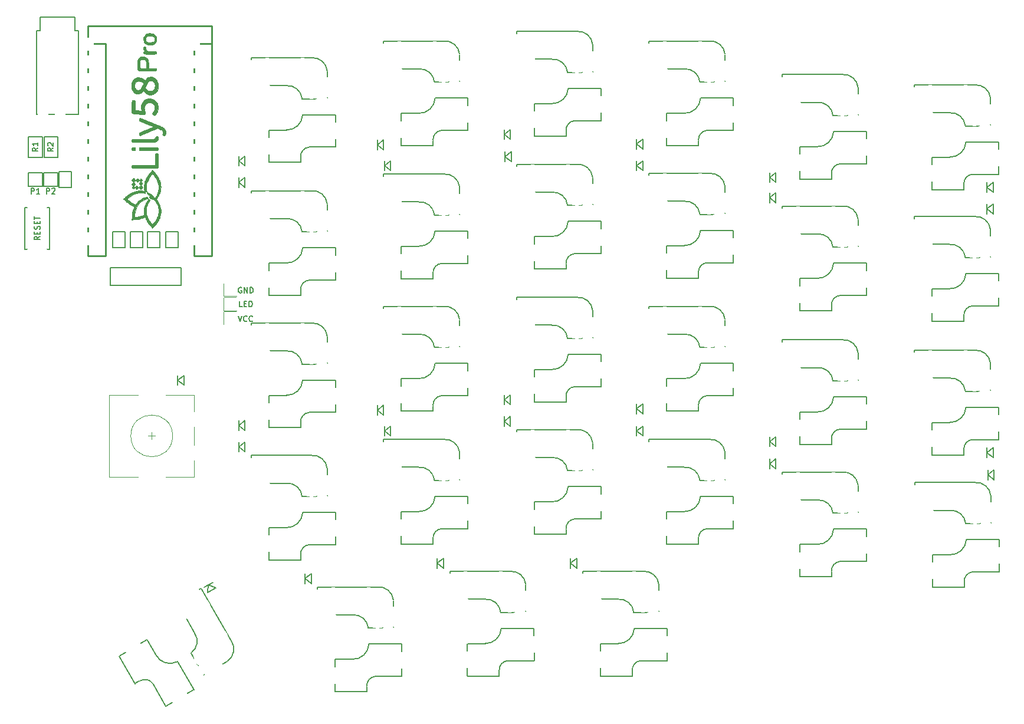
<source format=gto>
G04 #@! TF.GenerationSoftware,KiCad,Pcbnew,(5.1.4-0)*
G04 #@! TF.CreationDate,2019-08-20T18:08:48+02:00*
G04 #@! TF.ProjectId,Lily58_Pro,4c696c79-3538-45f5-9072-6f2e6b696361,rev?*
G04 #@! TF.SameCoordinates,Original*
G04 #@! TF.FileFunction,Legend,Top*
G04 #@! TF.FilePolarity,Positive*
%FSLAX46Y46*%
G04 Gerber Fmt 4.6, Leading zero omitted, Abs format (unit mm)*
G04 Created by KiCad (PCBNEW (5.1.4-0)) date 2019-08-20 18:08:48*
%MOMM*%
%LPD*%
G04 APERTURE LIST*
%ADD10C,0.150000*%
%ADD11C,0.010000*%
%ADD12C,0.250000*%
%ADD13C,0.120000*%
%ADD14C,1.600000*%
%ADD15R,1.600000X2.500000*%
%ADD16R,1.924000X1.924000*%
%ADD17C,1.100000*%
%ADD18C,0.100000*%
%ADD19C,3.400000*%
%ADD20C,2.800000*%
%ADD21C,2.900000*%
%ADD22C,0.500000*%
%ADD23C,2.200000*%
%ADD24C,2.400000*%
%ADD25C,4.400000*%
%ADD26C,2.300000*%
%ADD27C,2.100000*%
%ADD28R,1.100000X1.900000*%
%ADD29R,2.800000X2.800000*%
%ADD30R,2.900000X2.900000*%
%ADD31R,2.200000X2.400000*%
%ADD32R,2.400000X2.400000*%
%ADD33C,1.924000*%
%ADD34C,5.300000*%
%ADD35C,1.797000*%
%ADD36R,1.543000X1.035000*%
%ADD37R,0.781000X0.781000*%
%ADD38R,2.200000X1.900000*%
%ADD39C,1.900000*%
%ADD40R,3.600000X2.400000*%
G04 APERTURE END LIST*
D10*
X85400000Y-37400000D02*
X90400000Y-37400000D01*
X90900000Y-39300000D02*
X90400000Y-39300000D01*
X85400000Y-39300000D02*
X85400000Y-37400000D01*
X90400000Y-39300000D02*
X90400000Y-37400000D01*
X84900000Y-39300000D02*
X85400000Y-39300000D01*
X90900000Y-39300000D02*
X90900000Y-51300000D01*
X90900000Y-51300000D02*
X84900000Y-51300000D01*
X84900000Y-51300000D02*
X84900000Y-39300000D01*
X113600000Y-77400000D02*
X111800000Y-77400000D01*
X113600000Y-81500000D02*
X111800000Y-81500000D01*
X111800000Y-81500000D02*
X111800000Y-79700000D01*
X111800000Y-79700000D02*
X113600000Y-79700000D01*
X113600000Y-79700000D02*
X113600000Y-81500000D01*
X113600000Y-79500000D02*
X111800000Y-79500000D01*
X111800000Y-77700000D02*
X113600000Y-77700000D01*
X111800000Y-79500000D02*
X111800000Y-77700000D01*
X113600000Y-79500000D02*
X113600000Y-77700000D01*
X111800000Y-77400000D02*
X111800000Y-75600000D01*
X111800000Y-75600000D02*
X113600000Y-75600000D01*
X113600000Y-77400000D02*
X113600000Y-75600000D01*
D11*
G36*
X98576767Y-61791393D02*
G01*
X98610791Y-61751162D01*
X98656274Y-61703884D01*
X98704034Y-61658660D01*
X98744886Y-61624591D01*
X98769648Y-61610777D01*
X98769945Y-61610769D01*
X98792385Y-61623856D01*
X98831598Y-61657103D01*
X98878455Y-61701489D01*
X98923829Y-61747993D01*
X98958592Y-61787596D01*
X98973616Y-61811275D01*
X98973693Y-61812128D01*
X98960902Y-61832162D01*
X98927251Y-61871315D01*
X98879818Y-61921387D01*
X98876184Y-61925070D01*
X98816411Y-61979985D01*
X98773382Y-62007770D01*
X98754069Y-62009192D01*
X98719442Y-61983228D01*
X98674205Y-61942301D01*
X98627444Y-61895646D01*
X98588248Y-61852493D01*
X98565705Y-61822075D01*
X98563385Y-61815477D01*
X98576767Y-61791393D01*
X98576767Y-61791393D01*
G37*
X98576767Y-61791393D02*
X98610791Y-61751162D01*
X98656274Y-61703884D01*
X98704034Y-61658660D01*
X98744886Y-61624591D01*
X98769648Y-61610777D01*
X98769945Y-61610769D01*
X98792385Y-61623856D01*
X98831598Y-61657103D01*
X98878455Y-61701489D01*
X98923829Y-61747993D01*
X98958592Y-61787596D01*
X98973616Y-61811275D01*
X98973693Y-61812128D01*
X98960902Y-61832162D01*
X98927251Y-61871315D01*
X98879818Y-61921387D01*
X98876184Y-61925070D01*
X98816411Y-61979985D01*
X98773382Y-62007770D01*
X98754069Y-62009192D01*
X98719442Y-61983228D01*
X98674205Y-61942301D01*
X98627444Y-61895646D01*
X98588248Y-61852493D01*
X98565705Y-61822075D01*
X98563385Y-61815477D01*
X98576767Y-61791393D01*
G36*
X98539806Y-61317627D02*
G01*
X98581446Y-61268406D01*
X98646611Y-61201125D01*
X98707163Y-61142680D01*
X98778758Y-61075130D01*
X98895764Y-61190915D01*
X98954939Y-61254352D01*
X98995350Y-61307732D01*
X99011668Y-61343916D01*
X99011768Y-61346389D01*
X98997338Y-61379104D01*
X98960046Y-61427212D01*
X98907229Y-61481306D01*
X98904707Y-61483636D01*
X98850200Y-61532190D01*
X98805304Y-61569312D01*
X98778929Y-61587671D01*
X98777586Y-61588215D01*
X98755808Y-61578354D01*
X98715855Y-61547258D01*
X98665773Y-61502663D01*
X98613610Y-61452307D01*
X98567410Y-61403926D01*
X98535223Y-61365257D01*
X98524881Y-61345242D01*
X98539806Y-61317627D01*
X98539806Y-61317627D01*
G37*
X98539806Y-61317627D02*
X98581446Y-61268406D01*
X98646611Y-61201125D01*
X98707163Y-61142680D01*
X98778758Y-61075130D01*
X98895764Y-61190915D01*
X98954939Y-61254352D01*
X98995350Y-61307732D01*
X99011668Y-61343916D01*
X99011768Y-61346389D01*
X98997338Y-61379104D01*
X98960046Y-61427212D01*
X98907229Y-61481306D01*
X98904707Y-61483636D01*
X98850200Y-61532190D01*
X98805304Y-61569312D01*
X98778929Y-61587671D01*
X98777586Y-61588215D01*
X98755808Y-61578354D01*
X98715855Y-61547258D01*
X98665773Y-61502663D01*
X98613610Y-61452307D01*
X98567410Y-61403926D01*
X98535223Y-61365257D01*
X98524881Y-61345242D01*
X98539806Y-61317627D01*
G36*
X98528387Y-56189193D02*
G01*
X98544482Y-56124292D01*
X98578376Y-56083974D01*
X98635857Y-56061243D01*
X98719693Y-56049373D01*
X98809396Y-56046575D01*
X98892986Y-56053029D01*
X98928964Y-56060169D01*
X98983472Y-56079431D01*
X99013044Y-56106963D01*
X99031432Y-56155200D01*
X99049875Y-56276251D01*
X99037192Y-56387140D01*
X99023202Y-56427039D01*
X98994843Y-56469053D01*
X98949375Y-56495841D01*
X98880738Y-56509070D01*
X98782869Y-56510412D01*
X98730163Y-56507741D01*
X98638171Y-56497275D01*
X98578047Y-56475254D01*
X98543341Y-56434719D01*
X98527598Y-56368709D01*
X98524308Y-56285675D01*
X98528387Y-56189193D01*
X98528387Y-56189193D01*
G37*
X98528387Y-56189193D02*
X98544482Y-56124292D01*
X98578376Y-56083974D01*
X98635857Y-56061243D01*
X98719693Y-56049373D01*
X98809396Y-56046575D01*
X98892986Y-56053029D01*
X98928964Y-56060169D01*
X98983472Y-56079431D01*
X99013044Y-56106963D01*
X99031432Y-56155200D01*
X99049875Y-56276251D01*
X99037192Y-56387140D01*
X99023202Y-56427039D01*
X98994843Y-56469053D01*
X98949375Y-56495841D01*
X98880738Y-56509070D01*
X98782869Y-56510412D01*
X98730163Y-56507741D01*
X98638171Y-56497275D01*
X98578047Y-56475254D01*
X98543341Y-56434719D01*
X98527598Y-56368709D01*
X98524308Y-56285675D01*
X98528387Y-56189193D01*
G36*
X98498942Y-60740572D02*
G01*
X98534882Y-60694041D01*
X98585267Y-60638167D01*
X98642310Y-60580768D01*
X98698226Y-60529658D01*
X98745230Y-60492656D01*
X98775534Y-60477577D01*
X98776480Y-60477539D01*
X98803082Y-60490864D01*
X98847726Y-60525816D01*
X98902676Y-60574861D01*
X98960194Y-60630463D01*
X99012543Y-60685088D01*
X99051985Y-60731201D01*
X99070783Y-60761267D01*
X99071385Y-60764725D01*
X99058397Y-60787387D01*
X99023428Y-60830290D01*
X98972469Y-60886387D01*
X98934755Y-60925427D01*
X98874758Y-60984068D01*
X98823486Y-61030370D01*
X98787865Y-61058279D01*
X98776548Y-61063692D01*
X98750303Y-61050108D01*
X98706294Y-61014466D01*
X98652125Y-60964432D01*
X98595397Y-60907673D01*
X98543713Y-60851856D01*
X98504677Y-60804646D01*
X98485892Y-60773710D01*
X98485231Y-60769943D01*
X98498942Y-60740572D01*
X98498942Y-60740572D01*
G37*
X98498942Y-60740572D02*
X98534882Y-60694041D01*
X98585267Y-60638167D01*
X98642310Y-60580768D01*
X98698226Y-60529658D01*
X98745230Y-60492656D01*
X98775534Y-60477577D01*
X98776480Y-60477539D01*
X98803082Y-60490864D01*
X98847726Y-60525816D01*
X98902676Y-60574861D01*
X98960194Y-60630463D01*
X99012543Y-60685088D01*
X99051985Y-60731201D01*
X99070783Y-60761267D01*
X99071385Y-60764725D01*
X99058397Y-60787387D01*
X99023428Y-60830290D01*
X98972469Y-60886387D01*
X98934755Y-60925427D01*
X98874758Y-60984068D01*
X98823486Y-61030370D01*
X98787865Y-61058279D01*
X98776548Y-61063692D01*
X98750303Y-61050108D01*
X98706294Y-61014466D01*
X98652125Y-60964432D01*
X98595397Y-60907673D01*
X98543713Y-60851856D01*
X98504677Y-60804646D01*
X98485892Y-60773710D01*
X98485231Y-60769943D01*
X98498942Y-60740572D01*
G36*
X99026382Y-61784780D02*
G01*
X99061467Y-61736939D01*
X99109402Y-61682781D01*
X99161560Y-61631291D01*
X99209316Y-61591457D01*
X99244045Y-61572264D01*
X99248516Y-61571692D01*
X99274214Y-61584798D01*
X99317133Y-61618731D01*
X99368935Y-61665419D01*
X99421281Y-61716788D01*
X99465834Y-61764763D01*
X99494253Y-61801271D01*
X99500117Y-61815312D01*
X99486401Y-61837405D01*
X99450903Y-61878442D01*
X99400424Y-61930725D01*
X99383010Y-61947808D01*
X99327235Y-61999677D01*
X99280857Y-62038870D01*
X99251739Y-62058870D01*
X99247464Y-62060154D01*
X99218189Y-62046174D01*
X99173602Y-62010156D01*
X99122286Y-61960979D01*
X99072824Y-61907526D01*
X99033800Y-61858677D01*
X99013796Y-61823313D01*
X99012770Y-61817316D01*
X99026382Y-61784780D01*
X99026382Y-61784780D01*
G37*
X99026382Y-61784780D02*
X99061467Y-61736939D01*
X99109402Y-61682781D01*
X99161560Y-61631291D01*
X99209316Y-61591457D01*
X99244045Y-61572264D01*
X99248516Y-61571692D01*
X99274214Y-61584798D01*
X99317133Y-61618731D01*
X99368935Y-61665419D01*
X99421281Y-61716788D01*
X99465834Y-61764763D01*
X99494253Y-61801271D01*
X99500117Y-61815312D01*
X99486401Y-61837405D01*
X99450903Y-61878442D01*
X99400424Y-61930725D01*
X99383010Y-61947808D01*
X99327235Y-61999677D01*
X99280857Y-62038870D01*
X99251739Y-62058870D01*
X99247464Y-62060154D01*
X99218189Y-62046174D01*
X99173602Y-62010156D01*
X99122286Y-61960979D01*
X99072824Y-61907526D01*
X99033800Y-61858677D01*
X99013796Y-61823313D01*
X99012770Y-61817316D01*
X99026382Y-61784780D01*
G36*
X99123655Y-60744323D02*
G01*
X99157818Y-60700757D01*
X99204824Y-60648348D01*
X99256547Y-60595524D01*
X99304860Y-60550714D01*
X99341638Y-60522345D01*
X99355259Y-60516709D01*
X99376923Y-60530110D01*
X99416278Y-60564734D01*
X99465321Y-60612362D01*
X99516048Y-60664774D01*
X99560456Y-60713750D01*
X99590543Y-60751072D01*
X99598924Y-60766957D01*
X99586064Y-60787528D01*
X99551744Y-60828133D01*
X99502347Y-60881391D01*
X99480268Y-60904106D01*
X99425433Y-60958410D01*
X99380827Y-61000006D01*
X99353476Y-61022447D01*
X99348950Y-61024616D01*
X99325749Y-61010909D01*
X99285744Y-60975434D01*
X99236885Y-60926657D01*
X99187122Y-60873047D01*
X99144406Y-60823071D01*
X99116688Y-60785196D01*
X99110462Y-60770616D01*
X99123655Y-60744323D01*
X99123655Y-60744323D01*
G37*
X99123655Y-60744323D02*
X99157818Y-60700757D01*
X99204824Y-60648348D01*
X99256547Y-60595524D01*
X99304860Y-60550714D01*
X99341638Y-60522345D01*
X99355259Y-60516709D01*
X99376923Y-60530110D01*
X99416278Y-60564734D01*
X99465321Y-60612362D01*
X99516048Y-60664774D01*
X99560456Y-60713750D01*
X99590543Y-60751072D01*
X99598924Y-60766957D01*
X99586064Y-60787528D01*
X99551744Y-60828133D01*
X99502347Y-60881391D01*
X99480268Y-60904106D01*
X99425433Y-60958410D01*
X99380827Y-61000006D01*
X99353476Y-61022447D01*
X99348950Y-61024616D01*
X99325749Y-61010909D01*
X99285744Y-60975434D01*
X99236885Y-60926657D01*
X99187122Y-60873047D01*
X99144406Y-60823071D01*
X99116688Y-60785196D01*
X99110462Y-60770616D01*
X99123655Y-60744323D01*
G36*
X99652093Y-60733978D02*
G01*
X99687572Y-60687446D01*
X99734237Y-60638825D01*
X99781889Y-60598439D01*
X99820328Y-60576615D01*
X99828516Y-60575231D01*
X99861273Y-60588975D01*
X99907253Y-60623711D01*
X99956461Y-60669691D01*
X99998905Y-60717170D01*
X100024589Y-60756401D01*
X100028026Y-60769799D01*
X100014313Y-60798593D01*
X99979480Y-60842697D01*
X99940779Y-60882962D01*
X99891222Y-60926959D01*
X99850186Y-60957064D01*
X99829917Y-60966000D01*
X99799847Y-60951953D01*
X99756290Y-60916497D01*
X99708968Y-60869657D01*
X99667606Y-60821463D01*
X99641928Y-60781939D01*
X99638000Y-60768095D01*
X99652093Y-60733978D01*
X99652093Y-60733978D01*
G37*
X99652093Y-60733978D02*
X99687572Y-60687446D01*
X99734237Y-60638825D01*
X99781889Y-60598439D01*
X99820328Y-60576615D01*
X99828516Y-60575231D01*
X99861273Y-60588975D01*
X99907253Y-60623711D01*
X99956461Y-60669691D01*
X99998905Y-60717170D01*
X100024589Y-60756401D01*
X100028026Y-60769799D01*
X100014313Y-60798593D01*
X99979480Y-60842697D01*
X99940779Y-60882962D01*
X99891222Y-60926959D01*
X99850186Y-60957064D01*
X99829917Y-60966000D01*
X99799847Y-60951953D01*
X99756290Y-60916497D01*
X99708968Y-60869657D01*
X99667606Y-60821463D01*
X99641928Y-60781939D01*
X99638000Y-60768095D01*
X99652093Y-60733978D01*
G36*
X99592244Y-61217298D02*
G01*
X99625549Y-61174296D01*
X99671395Y-61121857D01*
X99721874Y-61068442D01*
X99769081Y-61022509D01*
X99805108Y-60992517D01*
X99819462Y-60985539D01*
X99843712Y-60999105D01*
X99884931Y-61034269D01*
X99935107Y-61082732D01*
X99986227Y-61136194D01*
X100030279Y-61186355D01*
X100059251Y-61224916D01*
X100066265Y-61241195D01*
X100052218Y-61268347D01*
X100017131Y-61311877D01*
X99973457Y-61357495D01*
X99906025Y-61422977D01*
X99859094Y-61463377D01*
X99823945Y-61479558D01*
X99791862Y-61472385D01*
X99754126Y-61442724D01*
X99702019Y-61391438D01*
X99695582Y-61385054D01*
X99642060Y-61328960D01*
X99601563Y-61280559D01*
X99580780Y-61248060D01*
X99579385Y-61242405D01*
X99592244Y-61217298D01*
X99592244Y-61217298D01*
G37*
X99592244Y-61217298D02*
X99625549Y-61174296D01*
X99671395Y-61121857D01*
X99721874Y-61068442D01*
X99769081Y-61022509D01*
X99805108Y-60992517D01*
X99819462Y-60985539D01*
X99843712Y-60999105D01*
X99884931Y-61034269D01*
X99935107Y-61082732D01*
X99986227Y-61136194D01*
X100030279Y-61186355D01*
X100059251Y-61224916D01*
X100066265Y-61241195D01*
X100052218Y-61268347D01*
X100017131Y-61311877D01*
X99973457Y-61357495D01*
X99906025Y-61422977D01*
X99859094Y-61463377D01*
X99823945Y-61479558D01*
X99791862Y-61472385D01*
X99754126Y-61442724D01*
X99702019Y-61391438D01*
X99695582Y-61385054D01*
X99642060Y-61328960D01*
X99601563Y-61280559D01*
X99580780Y-61248060D01*
X99579385Y-61242405D01*
X99592244Y-61217298D01*
G36*
X99534848Y-61786415D02*
G01*
X99571774Y-61742408D01*
X99623587Y-61689203D01*
X99682323Y-61634220D01*
X99740021Y-61584876D01*
X99788717Y-61548592D01*
X99820451Y-61532786D01*
X99822552Y-61532616D01*
X99855704Y-61546479D01*
X99904952Y-61582697D01*
X99962102Y-61633213D01*
X100018960Y-61689971D01*
X100067333Y-61744915D01*
X100099026Y-61789987D01*
X100106924Y-61812229D01*
X100093969Y-61840966D01*
X100059343Y-61888575D01*
X100009401Y-61946696D01*
X99984808Y-61972829D01*
X99921537Y-62033721D01*
X99867342Y-62077366D01*
X99829372Y-62098182D01*
X99823092Y-62099165D01*
X99794503Y-62086006D01*
X99747962Y-62051419D01*
X99691333Y-62002828D01*
X99632478Y-61947654D01*
X99579262Y-61893320D01*
X99539548Y-61847247D01*
X99521199Y-61816858D01*
X99520770Y-61813805D01*
X99534848Y-61786415D01*
X99534848Y-61786415D01*
G37*
X99534848Y-61786415D02*
X99571774Y-61742408D01*
X99623587Y-61689203D01*
X99682323Y-61634220D01*
X99740021Y-61584876D01*
X99788717Y-61548592D01*
X99820451Y-61532786D01*
X99822552Y-61532616D01*
X99855704Y-61546479D01*
X99904952Y-61582697D01*
X99962102Y-61633213D01*
X100018960Y-61689971D01*
X100067333Y-61744915D01*
X100099026Y-61789987D01*
X100106924Y-61812229D01*
X100093969Y-61840966D01*
X100059343Y-61888575D01*
X100009401Y-61946696D01*
X99984808Y-61972829D01*
X99921537Y-62033721D01*
X99867342Y-62077366D01*
X99829372Y-62098182D01*
X99823092Y-62099165D01*
X99794503Y-62086006D01*
X99747962Y-62051419D01*
X99691333Y-62002828D01*
X99632478Y-61947654D01*
X99579262Y-61893320D01*
X99539548Y-61847247D01*
X99521199Y-61816858D01*
X99520770Y-61813805D01*
X99534848Y-61786415D01*
G36*
X100208473Y-41695627D02*
G01*
X100223267Y-41649423D01*
X100252574Y-41612266D01*
X100316986Y-41572062D01*
X100392151Y-41569380D01*
X100459303Y-41593971D01*
X100489624Y-41612525D01*
X100510439Y-41636327D01*
X100524682Y-41673514D01*
X100535291Y-41732226D01*
X100545201Y-41820602D01*
X100546759Y-41836406D01*
X100570422Y-41963891D01*
X100615790Y-42063702D01*
X100686541Y-42142836D01*
X100722044Y-42169766D01*
X100773841Y-42204023D01*
X100821785Y-42230900D01*
X100871461Y-42251289D01*
X100928453Y-42266078D01*
X100998348Y-42276159D01*
X101086729Y-42282422D01*
X101199182Y-42285758D01*
X101341293Y-42287057D01*
X101458818Y-42287231D01*
X101619231Y-42287602D01*
X101745353Y-42289125D01*
X101841967Y-42292411D01*
X101913853Y-42298075D01*
X101965796Y-42306729D01*
X102002576Y-42318987D01*
X102028977Y-42335461D01*
X102049780Y-42356764D01*
X102055264Y-42363692D01*
X102069793Y-42403109D01*
X102077297Y-42463418D01*
X102076775Y-42526901D01*
X102067231Y-42575834D01*
X102043955Y-42601702D01*
X102001864Y-42629303D01*
X102001359Y-42629565D01*
X101981608Y-42636945D01*
X101951232Y-42642998D01*
X101906652Y-42647847D01*
X101844288Y-42651613D01*
X101760561Y-42654418D01*
X101651891Y-42656383D01*
X101514700Y-42657631D01*
X101345408Y-42658283D01*
X101151917Y-42658462D01*
X100947912Y-42658335D01*
X100779305Y-42657748D01*
X100642419Y-42656388D01*
X100533575Y-42653944D01*
X100449096Y-42650104D01*
X100385304Y-42644558D01*
X100338520Y-42636992D01*
X100305067Y-42627097D01*
X100281266Y-42614560D01*
X100263440Y-42599070D01*
X100249199Y-42582001D01*
X100232704Y-42539100D01*
X100225182Y-42476327D01*
X100227787Y-42412096D01*
X100236291Y-42376029D01*
X100267443Y-42339358D01*
X100322646Y-42308005D01*
X100386931Y-42289432D01*
X100414408Y-42287231D01*
X100441346Y-42286185D01*
X100451152Y-42279107D01*
X100441245Y-42260088D01*
X100409046Y-42223220D01*
X100366866Y-42178345D01*
X100280356Y-42067075D01*
X100227972Y-41948531D01*
X100205901Y-41812992D01*
X100204616Y-41765027D01*
X100208473Y-41695627D01*
X100208473Y-41695627D01*
G37*
X100208473Y-41695627D02*
X100223267Y-41649423D01*
X100252574Y-41612266D01*
X100316986Y-41572062D01*
X100392151Y-41569380D01*
X100459303Y-41593971D01*
X100489624Y-41612525D01*
X100510439Y-41636327D01*
X100524682Y-41673514D01*
X100535291Y-41732226D01*
X100545201Y-41820602D01*
X100546759Y-41836406D01*
X100570422Y-41963891D01*
X100615790Y-42063702D01*
X100686541Y-42142836D01*
X100722044Y-42169766D01*
X100773841Y-42204023D01*
X100821785Y-42230900D01*
X100871461Y-42251289D01*
X100928453Y-42266078D01*
X100998348Y-42276159D01*
X101086729Y-42282422D01*
X101199182Y-42285758D01*
X101341293Y-42287057D01*
X101458818Y-42287231D01*
X101619231Y-42287602D01*
X101745353Y-42289125D01*
X101841967Y-42292411D01*
X101913853Y-42298075D01*
X101965796Y-42306729D01*
X102002576Y-42318987D01*
X102028977Y-42335461D01*
X102049780Y-42356764D01*
X102055264Y-42363692D01*
X102069793Y-42403109D01*
X102077297Y-42463418D01*
X102076775Y-42526901D01*
X102067231Y-42575834D01*
X102043955Y-42601702D01*
X102001864Y-42629303D01*
X102001359Y-42629565D01*
X101981608Y-42636945D01*
X101951232Y-42642998D01*
X101906652Y-42647847D01*
X101844288Y-42651613D01*
X101760561Y-42654418D01*
X101651891Y-42656383D01*
X101514700Y-42657631D01*
X101345408Y-42658283D01*
X101151917Y-42658462D01*
X100947912Y-42658335D01*
X100779305Y-42657748D01*
X100642419Y-42656388D01*
X100533575Y-42653944D01*
X100449096Y-42650104D01*
X100385304Y-42644558D01*
X100338520Y-42636992D01*
X100305067Y-42627097D01*
X100281266Y-42614560D01*
X100263440Y-42599070D01*
X100249199Y-42582001D01*
X100232704Y-42539100D01*
X100225182Y-42476327D01*
X100227787Y-42412096D01*
X100236291Y-42376029D01*
X100267443Y-42339358D01*
X100322646Y-42308005D01*
X100386931Y-42289432D01*
X100414408Y-42287231D01*
X100441346Y-42286185D01*
X100451152Y-42279107D01*
X100441245Y-42260088D01*
X100409046Y-42223220D01*
X100366866Y-42178345D01*
X100280356Y-42067075D01*
X100227972Y-41948531D01*
X100205901Y-41812992D01*
X100204616Y-41765027D01*
X100208473Y-41695627D01*
G36*
X99335136Y-44175875D02*
G01*
X99337570Y-44035015D01*
X99341262Y-43903300D01*
X99346145Y-43787541D01*
X99352155Y-43694552D01*
X99359224Y-43631146D01*
X99362270Y-43615846D01*
X99415154Y-43462057D01*
X99489907Y-43325196D01*
X99580977Y-43215281D01*
X99587923Y-43208760D01*
X99714685Y-43117302D01*
X99859972Y-43055150D01*
X100016901Y-43022056D01*
X100178590Y-43017776D01*
X100338154Y-43042064D01*
X100488712Y-43094673D01*
X100623379Y-43175358D01*
X100704722Y-43248642D01*
X100765130Y-43318879D01*
X100813912Y-43390543D01*
X100852224Y-43468695D01*
X100881225Y-43558394D01*
X100902071Y-43664697D01*
X100915920Y-43792665D01*
X100923930Y-43947357D01*
X100927259Y-44133831D01*
X100927539Y-44222500D01*
X100927539Y-44690462D01*
X101984392Y-44690462D01*
X102032350Y-44738420D01*
X102071126Y-44802579D01*
X102082529Y-44881145D01*
X102066521Y-44960600D01*
X102033162Y-45016641D01*
X101986016Y-45071462D01*
X100846660Y-45076813D01*
X100570100Y-45077796D01*
X100331116Y-45077954D01*
X100155044Y-45077357D01*
X100155044Y-44690462D01*
X100595385Y-44690462D01*
X100595385Y-44238459D01*
X100594145Y-44053154D01*
X100590438Y-43905479D01*
X100584281Y-43795838D01*
X100575692Y-43724633D01*
X100571496Y-43706724D01*
X100532289Y-43625558D01*
X100469275Y-43547006D01*
X100393668Y-43482502D01*
X100316677Y-43443481D01*
X100312077Y-43442150D01*
X100185195Y-43420663D01*
X100057989Y-43422966D01*
X99939806Y-43447332D01*
X99839996Y-43492036D01*
X99780587Y-43540266D01*
X99746695Y-43580266D01*
X99720250Y-43621350D01*
X99700237Y-43669004D01*
X99685640Y-43728714D01*
X99675442Y-43805965D01*
X99668627Y-43906243D01*
X99664181Y-44035035D01*
X99661292Y-44184385D01*
X99659319Y-44328843D01*
X99658667Y-44439252D01*
X99659604Y-44520625D01*
X99662398Y-44577976D01*
X99667320Y-44616319D01*
X99674636Y-44640666D01*
X99684615Y-44656032D01*
X99686677Y-44658193D01*
X99701534Y-44668805D01*
X99725412Y-44676845D01*
X99763309Y-44682656D01*
X99820222Y-44686580D01*
X99901151Y-44688961D01*
X100011092Y-44690140D01*
X100155044Y-44690462D01*
X100155044Y-45077357D01*
X100128217Y-45077266D01*
X99959910Y-45075711D01*
X99824702Y-45073269D01*
X99721102Y-45069920D01*
X99647617Y-45065643D01*
X99602755Y-45060418D01*
X99599437Y-45059771D01*
X99496253Y-45021590D01*
X99415389Y-44957384D01*
X99362894Y-44872698D01*
X99350588Y-44831551D01*
X99344106Y-44778892D01*
X99339275Y-44694502D01*
X99336027Y-44585192D01*
X99334298Y-44457776D01*
X99334023Y-44319066D01*
X99335136Y-44175875D01*
X99335136Y-44175875D01*
G37*
X99335136Y-44175875D02*
X99337570Y-44035015D01*
X99341262Y-43903300D01*
X99346145Y-43787541D01*
X99352155Y-43694552D01*
X99359224Y-43631146D01*
X99362270Y-43615846D01*
X99415154Y-43462057D01*
X99489907Y-43325196D01*
X99580977Y-43215281D01*
X99587923Y-43208760D01*
X99714685Y-43117302D01*
X99859972Y-43055150D01*
X100016901Y-43022056D01*
X100178590Y-43017776D01*
X100338154Y-43042064D01*
X100488712Y-43094673D01*
X100623379Y-43175358D01*
X100704722Y-43248642D01*
X100765130Y-43318879D01*
X100813912Y-43390543D01*
X100852224Y-43468695D01*
X100881225Y-43558394D01*
X100902071Y-43664697D01*
X100915920Y-43792665D01*
X100923930Y-43947357D01*
X100927259Y-44133831D01*
X100927539Y-44222500D01*
X100927539Y-44690462D01*
X101984392Y-44690462D01*
X102032350Y-44738420D01*
X102071126Y-44802579D01*
X102082529Y-44881145D01*
X102066521Y-44960600D01*
X102033162Y-45016641D01*
X101986016Y-45071462D01*
X100846660Y-45076813D01*
X100570100Y-45077796D01*
X100331116Y-45077954D01*
X100155044Y-45077357D01*
X100155044Y-44690462D01*
X100595385Y-44690462D01*
X100595385Y-44238459D01*
X100594145Y-44053154D01*
X100590438Y-43905479D01*
X100584281Y-43795838D01*
X100575692Y-43724633D01*
X100571496Y-43706724D01*
X100532289Y-43625558D01*
X100469275Y-43547006D01*
X100393668Y-43482502D01*
X100316677Y-43443481D01*
X100312077Y-43442150D01*
X100185195Y-43420663D01*
X100057989Y-43422966D01*
X99939806Y-43447332D01*
X99839996Y-43492036D01*
X99780587Y-43540266D01*
X99746695Y-43580266D01*
X99720250Y-43621350D01*
X99700237Y-43669004D01*
X99685640Y-43728714D01*
X99675442Y-43805965D01*
X99668627Y-43906243D01*
X99664181Y-44035035D01*
X99661292Y-44184385D01*
X99659319Y-44328843D01*
X99658667Y-44439252D01*
X99659604Y-44520625D01*
X99662398Y-44577976D01*
X99667320Y-44616319D01*
X99674636Y-44640666D01*
X99684615Y-44656032D01*
X99686677Y-44658193D01*
X99701534Y-44668805D01*
X99725412Y-44676845D01*
X99763309Y-44682656D01*
X99820222Y-44686580D01*
X99901151Y-44688961D01*
X100011092Y-44690140D01*
X100155044Y-44690462D01*
X100155044Y-45077357D01*
X100128217Y-45077266D01*
X99959910Y-45075711D01*
X99824702Y-45073269D01*
X99721102Y-45069920D01*
X99647617Y-45065643D01*
X99602755Y-45060418D01*
X99599437Y-45059771D01*
X99496253Y-45021590D01*
X99415389Y-44957384D01*
X99362894Y-44872698D01*
X99350588Y-44831551D01*
X99344106Y-44778892D01*
X99339275Y-44694502D01*
X99336027Y-44585192D01*
X99334298Y-44457776D01*
X99334023Y-44319066D01*
X99335136Y-44175875D01*
G36*
X100231875Y-40294344D02*
G01*
X100276012Y-40161064D01*
X100346438Y-40043396D01*
X100427598Y-39950982D01*
X100560075Y-39839698D01*
X100705554Y-39759246D01*
X100869023Y-39707790D01*
X101055471Y-39683496D01*
X101162000Y-39680981D01*
X101372761Y-39697225D01*
X101560273Y-39742623D01*
X101695976Y-39801665D01*
X101794217Y-39869663D01*
X101890321Y-39961821D01*
X101973617Y-40066129D01*
X102033438Y-40170578D01*
X102041886Y-40191055D01*
X102072773Y-40304319D01*
X102090379Y-40437886D01*
X102093935Y-40576014D01*
X102082673Y-40702964D01*
X102069763Y-40762757D01*
X102006072Y-40920114D01*
X101910085Y-41057507D01*
X101784358Y-41172642D01*
X101631448Y-41263227D01*
X101453911Y-41326968D01*
X101435539Y-41331622D01*
X101334480Y-41348093D01*
X101211057Y-41356086D01*
X101152231Y-41355873D01*
X101152231Y-40997692D01*
X101330447Y-40985562D01*
X101483759Y-40949859D01*
X101609902Y-40891618D01*
X101706612Y-40811872D01*
X101769787Y-40715767D01*
X101796515Y-40623397D01*
X101805481Y-40514752D01*
X101796365Y-40408025D01*
X101776425Y-40337642D01*
X101712815Y-40230639D01*
X101621079Y-40147937D01*
X101500399Y-40089190D01*
X101349954Y-40054053D01*
X101168925Y-40042179D01*
X101081005Y-40044161D01*
X100927193Y-40058623D01*
X100803489Y-40088015D01*
X100703038Y-40134580D01*
X100627114Y-40192779D01*
X100553616Y-40286893D01*
X100509887Y-40397897D01*
X100495942Y-40517350D01*
X100511794Y-40636813D01*
X100557459Y-40747843D01*
X100626031Y-40835498D01*
X100727221Y-40910524D01*
X100851892Y-40961817D01*
X101003440Y-40990425D01*
X101152231Y-40997692D01*
X101152231Y-41355873D01*
X101080753Y-41355612D01*
X100959050Y-41346681D01*
X100868924Y-41331238D01*
X100687679Y-41268753D01*
X100532528Y-41179048D01*
X100405348Y-41064622D01*
X100308012Y-40927975D01*
X100242396Y-40771607D01*
X100210376Y-40598017D01*
X100209893Y-40452767D01*
X100231875Y-40294344D01*
X100231875Y-40294344D01*
G37*
X100231875Y-40294344D02*
X100276012Y-40161064D01*
X100346438Y-40043396D01*
X100427598Y-39950982D01*
X100560075Y-39839698D01*
X100705554Y-39759246D01*
X100869023Y-39707790D01*
X101055471Y-39683496D01*
X101162000Y-39680981D01*
X101372761Y-39697225D01*
X101560273Y-39742623D01*
X101695976Y-39801665D01*
X101794217Y-39869663D01*
X101890321Y-39961821D01*
X101973617Y-40066129D01*
X102033438Y-40170578D01*
X102041886Y-40191055D01*
X102072773Y-40304319D01*
X102090379Y-40437886D01*
X102093935Y-40576014D01*
X102082673Y-40702964D01*
X102069763Y-40762757D01*
X102006072Y-40920114D01*
X101910085Y-41057507D01*
X101784358Y-41172642D01*
X101631448Y-41263227D01*
X101453911Y-41326968D01*
X101435539Y-41331622D01*
X101334480Y-41348093D01*
X101211057Y-41356086D01*
X101152231Y-41355873D01*
X101152231Y-40997692D01*
X101330447Y-40985562D01*
X101483759Y-40949859D01*
X101609902Y-40891618D01*
X101706612Y-40811872D01*
X101769787Y-40715767D01*
X101796515Y-40623397D01*
X101805481Y-40514752D01*
X101796365Y-40408025D01*
X101776425Y-40337642D01*
X101712815Y-40230639D01*
X101621079Y-40147937D01*
X101500399Y-40089190D01*
X101349954Y-40054053D01*
X101168925Y-40042179D01*
X101081005Y-40044161D01*
X100927193Y-40058623D01*
X100803489Y-40088015D01*
X100703038Y-40134580D01*
X100627114Y-40192779D01*
X100553616Y-40286893D01*
X100509887Y-40397897D01*
X100495942Y-40517350D01*
X100511794Y-40636813D01*
X100557459Y-40747843D01*
X100626031Y-40835498D01*
X100727221Y-40910524D01*
X100851892Y-40961817D01*
X101003440Y-40990425D01*
X101152231Y-40997692D01*
X101152231Y-41355873D01*
X101080753Y-41355612D01*
X100959050Y-41346681D01*
X100868924Y-41331238D01*
X100687679Y-41268753D01*
X100532528Y-41179048D01*
X100405348Y-41064622D01*
X100308012Y-40927975D01*
X100242396Y-40771607D01*
X100210376Y-40598017D01*
X100209893Y-40452767D01*
X100231875Y-40294344D01*
G36*
X99580616Y-56210230D02*
G01*
X99586370Y-56162793D01*
X99599737Y-56132387D01*
X99623808Y-56108005D01*
X99630866Y-56102341D01*
X99641921Y-56094202D01*
X99654780Y-56087234D01*
X99672377Y-56081346D01*
X99697643Y-56076446D01*
X99733510Y-56072445D01*
X99782910Y-56069251D01*
X99848776Y-56066772D01*
X99934040Y-56064920D01*
X100041633Y-56063601D01*
X100174488Y-56062727D01*
X100335536Y-56062205D01*
X100527711Y-56061945D01*
X100753944Y-56061856D01*
X100937308Y-56061846D01*
X101189565Y-56061869D01*
X101405678Y-56061998D01*
X101588577Y-56062325D01*
X101741197Y-56062939D01*
X101866467Y-56063932D01*
X101967321Y-56065395D01*
X102046691Y-56067419D01*
X102107509Y-56070094D01*
X102152707Y-56073512D01*
X102185216Y-56077763D01*
X102207970Y-56082938D01*
X102223900Y-56089129D01*
X102235939Y-56096425D01*
X102243750Y-56102341D01*
X102271250Y-56127714D01*
X102286753Y-56157030D01*
X102293624Y-56201789D01*
X102295229Y-56273488D01*
X102295231Y-56278188D01*
X102292887Y-56356516D01*
X102284199Y-56407031D01*
X102266689Y-56440806D01*
X102256154Y-56452616D01*
X102247459Y-56460426D01*
X102236247Y-56467120D01*
X102219631Y-56472784D01*
X102194729Y-56477503D01*
X102158655Y-56481364D01*
X102108525Y-56484453D01*
X102041454Y-56486856D01*
X101954559Y-56488658D01*
X101844953Y-56489947D01*
X101709754Y-56490808D01*
X101546076Y-56491326D01*
X101351034Y-56491589D01*
X101121745Y-56491682D01*
X100946390Y-56491692D01*
X100689930Y-56491616D01*
X100469692Y-56491341D01*
X100282825Y-56490799D01*
X100126473Y-56489923D01*
X99997783Y-56488643D01*
X99893901Y-56486891D01*
X99811975Y-56484600D01*
X99749149Y-56481700D01*
X99702571Y-56478124D01*
X99669387Y-56473804D01*
X99646743Y-56468670D01*
X99631785Y-56462655D01*
X99627544Y-56460138D01*
X99602454Y-56440145D01*
X99587980Y-56414333D01*
X99581256Y-56372326D01*
X99579418Y-56303746D01*
X99579385Y-56285710D01*
X99580616Y-56210230D01*
X99580616Y-56210230D01*
G37*
X99580616Y-56210230D02*
X99586370Y-56162793D01*
X99599737Y-56132387D01*
X99623808Y-56108005D01*
X99630866Y-56102341D01*
X99641921Y-56094202D01*
X99654780Y-56087234D01*
X99672377Y-56081346D01*
X99697643Y-56076446D01*
X99733510Y-56072445D01*
X99782910Y-56069251D01*
X99848776Y-56066772D01*
X99934040Y-56064920D01*
X100041633Y-56063601D01*
X100174488Y-56062727D01*
X100335536Y-56062205D01*
X100527711Y-56061945D01*
X100753944Y-56061856D01*
X100937308Y-56061846D01*
X101189565Y-56061869D01*
X101405678Y-56061998D01*
X101588577Y-56062325D01*
X101741197Y-56062939D01*
X101866467Y-56063932D01*
X101967321Y-56065395D01*
X102046691Y-56067419D01*
X102107509Y-56070094D01*
X102152707Y-56073512D01*
X102185216Y-56077763D01*
X102207970Y-56082938D01*
X102223900Y-56089129D01*
X102235939Y-56096425D01*
X102243750Y-56102341D01*
X102271250Y-56127714D01*
X102286753Y-56157030D01*
X102293624Y-56201789D01*
X102295229Y-56273488D01*
X102295231Y-56278188D01*
X102292887Y-56356516D01*
X102284199Y-56407031D01*
X102266689Y-56440806D01*
X102256154Y-56452616D01*
X102247459Y-56460426D01*
X102236247Y-56467120D01*
X102219631Y-56472784D01*
X102194729Y-56477503D01*
X102158655Y-56481364D01*
X102108525Y-56484453D01*
X102041454Y-56486856D01*
X101954559Y-56488658D01*
X101844953Y-56489947D01*
X101709754Y-56490808D01*
X101546076Y-56491326D01*
X101351034Y-56491589D01*
X101121745Y-56491682D01*
X100946390Y-56491692D01*
X100689930Y-56491616D01*
X100469692Y-56491341D01*
X100282825Y-56490799D01*
X100126473Y-56489923D01*
X99997783Y-56488643D01*
X99893901Y-56486891D01*
X99811975Y-56484600D01*
X99749149Y-56481700D01*
X99702571Y-56478124D01*
X99669387Y-56473804D01*
X99646743Y-56468670D01*
X99631785Y-56462655D01*
X99627544Y-56460138D01*
X99602454Y-56440145D01*
X99587980Y-56414333D01*
X99581256Y-56372326D01*
X99579418Y-56303746D01*
X99579385Y-56285710D01*
X99580616Y-56210230D01*
G36*
X98522506Y-58698322D02*
G01*
X98530817Y-58678456D01*
X98547451Y-58661770D01*
X98574786Y-58647967D01*
X98615199Y-58636752D01*
X98671069Y-58627828D01*
X98744774Y-58620899D01*
X98838691Y-58615668D01*
X98955199Y-58611839D01*
X99096675Y-58609115D01*
X99265498Y-58607202D01*
X99464045Y-58605801D01*
X99694695Y-58604617D01*
X99959825Y-58603354D01*
X100239645Y-58601846D01*
X101894693Y-58592077D01*
X101904462Y-57776964D01*
X101906884Y-57566636D01*
X101909134Y-57392057D01*
X101911935Y-57249907D01*
X101916006Y-57136868D01*
X101922069Y-57049622D01*
X101930846Y-56984850D01*
X101943059Y-56939233D01*
X101959427Y-56909453D01*
X101980674Y-56892192D01*
X102007519Y-56884131D01*
X102040684Y-56881951D01*
X102080892Y-56882334D01*
X102098894Y-56882462D01*
X102170960Y-56885407D01*
X102216996Y-56896566D01*
X102249760Y-56919425D01*
X102255393Y-56925223D01*
X102264330Y-56935772D01*
X102271821Y-56948795D01*
X102277991Y-56967601D01*
X102282970Y-56995501D01*
X102286885Y-57035804D01*
X102289864Y-57091820D01*
X102292034Y-57166859D01*
X102293524Y-57264231D01*
X102294461Y-57387246D01*
X102294972Y-57539213D01*
X102295187Y-57723443D01*
X102295231Y-57943246D01*
X102295231Y-58946727D01*
X102250010Y-58989210D01*
X102204790Y-59031692D01*
X98609274Y-59031692D01*
X98566791Y-58986472D01*
X98542291Y-58952559D01*
X98529400Y-58909122D01*
X98525031Y-58843550D01*
X98524930Y-58815510D01*
X98523729Y-58779962D01*
X98521340Y-58748778D01*
X98520139Y-58721664D01*
X98522506Y-58698322D01*
X98522506Y-58698322D01*
G37*
X98522506Y-58698322D02*
X98530817Y-58678456D01*
X98547451Y-58661770D01*
X98574786Y-58647967D01*
X98615199Y-58636752D01*
X98671069Y-58627828D01*
X98744774Y-58620899D01*
X98838691Y-58615668D01*
X98955199Y-58611839D01*
X99096675Y-58609115D01*
X99265498Y-58607202D01*
X99464045Y-58605801D01*
X99694695Y-58604617D01*
X99959825Y-58603354D01*
X100239645Y-58601846D01*
X101894693Y-58592077D01*
X101904462Y-57776964D01*
X101906884Y-57566636D01*
X101909134Y-57392057D01*
X101911935Y-57249907D01*
X101916006Y-57136868D01*
X101922069Y-57049622D01*
X101930846Y-56984850D01*
X101943059Y-56939233D01*
X101959427Y-56909453D01*
X101980674Y-56892192D01*
X102007519Y-56884131D01*
X102040684Y-56881951D01*
X102080892Y-56882334D01*
X102098894Y-56882462D01*
X102170960Y-56885407D01*
X102216996Y-56896566D01*
X102249760Y-56919425D01*
X102255393Y-56925223D01*
X102264330Y-56935772D01*
X102271821Y-56948795D01*
X102277991Y-56967601D01*
X102282970Y-56995501D01*
X102286885Y-57035804D01*
X102289864Y-57091820D01*
X102292034Y-57166859D01*
X102293524Y-57264231D01*
X102294461Y-57387246D01*
X102294972Y-57539213D01*
X102295187Y-57723443D01*
X102295231Y-57943246D01*
X102295231Y-58946727D01*
X102250010Y-58989210D01*
X102204790Y-59031692D01*
X98609274Y-59031692D01*
X98566791Y-58986472D01*
X98542291Y-58952559D01*
X98529400Y-58909122D01*
X98525031Y-58843550D01*
X98524930Y-58815510D01*
X98523729Y-58779962D01*
X98521340Y-58748778D01*
X98520139Y-58721664D01*
X98522506Y-58698322D01*
G36*
X98523569Y-55048109D02*
G01*
X98537813Y-54973425D01*
X98561648Y-54925896D01*
X98598988Y-54879769D01*
X100168687Y-54870000D01*
X100453375Y-54868200D01*
X100701605Y-54866528D01*
X100915995Y-54864909D01*
X101099164Y-54863266D01*
X101253728Y-54861522D01*
X101382307Y-54859600D01*
X101487518Y-54857424D01*
X101571980Y-54854917D01*
X101638311Y-54852002D01*
X101689129Y-54848602D01*
X101727051Y-54844642D01*
X101754697Y-54840043D01*
X101774685Y-54834729D01*
X101789632Y-54828624D01*
X101801314Y-54822163D01*
X101852658Y-54774190D01*
X101895964Y-54705048D01*
X101921201Y-54632493D01*
X101924000Y-54604947D01*
X101936966Y-54571657D01*
X101968523Y-54530700D01*
X101971958Y-54527189D01*
X102033027Y-54490876D01*
X102111507Y-54477033D01*
X102192577Y-54486040D01*
X102261415Y-54518277D01*
X102263289Y-54519726D01*
X102290298Y-54544388D01*
X102305650Y-54572517D01*
X102312460Y-54615273D01*
X102313843Y-54683814D01*
X102313752Y-54700457D01*
X102302916Y-54831210D01*
X102274928Y-54938930D01*
X102207711Y-55060352D01*
X102108833Y-55162102D01*
X101985781Y-55238214D01*
X101875154Y-55290077D01*
X100239971Y-55295393D01*
X98604788Y-55300710D01*
X98564548Y-55257517D01*
X98537065Y-55204801D01*
X98523363Y-55130116D01*
X98523569Y-55048109D01*
X98523569Y-55048109D01*
G37*
X98523569Y-55048109D02*
X98537813Y-54973425D01*
X98561648Y-54925896D01*
X98598988Y-54879769D01*
X100168687Y-54870000D01*
X100453375Y-54868200D01*
X100701605Y-54866528D01*
X100915995Y-54864909D01*
X101099164Y-54863266D01*
X101253728Y-54861522D01*
X101382307Y-54859600D01*
X101487518Y-54857424D01*
X101571980Y-54854917D01*
X101638311Y-54852002D01*
X101689129Y-54848602D01*
X101727051Y-54844642D01*
X101754697Y-54840043D01*
X101774685Y-54834729D01*
X101789632Y-54828624D01*
X101801314Y-54822163D01*
X101852658Y-54774190D01*
X101895964Y-54705048D01*
X101921201Y-54632493D01*
X101924000Y-54604947D01*
X101936966Y-54571657D01*
X101968523Y-54530700D01*
X101971958Y-54527189D01*
X102033027Y-54490876D01*
X102111507Y-54477033D01*
X102192577Y-54486040D01*
X102261415Y-54518277D01*
X102263289Y-54519726D01*
X102290298Y-54544388D01*
X102305650Y-54572517D01*
X102312460Y-54615273D01*
X102313843Y-54683814D01*
X102313752Y-54700457D01*
X102302916Y-54831210D01*
X102274928Y-54938930D01*
X102207711Y-55060352D01*
X102108833Y-55162102D01*
X101985781Y-55238214D01*
X101875154Y-55290077D01*
X100239971Y-55295393D01*
X98604788Y-55300710D01*
X98564548Y-55257517D01*
X98537065Y-55204801D01*
X98523363Y-55130116D01*
X98523569Y-55048109D01*
G36*
X98485266Y-47050284D02*
G01*
X98516068Y-46841581D01*
X98571139Y-46648121D01*
X98636254Y-46502765D01*
X98695167Y-46413809D01*
X98774739Y-46319564D01*
X98863982Y-46231358D01*
X98951904Y-46160524D01*
X98993807Y-46134121D01*
X99163433Y-46062524D01*
X99347330Y-46026166D01*
X99542212Y-46025377D01*
X99740462Y-46059372D01*
X99889076Y-46106154D01*
X100031106Y-46170709D01*
X100177240Y-46258436D01*
X100284576Y-46334205D01*
X100436124Y-46446571D01*
X100468341Y-46397402D01*
X100584126Y-46248691D01*
X100721055Y-46119722D01*
X100868968Y-46020022D01*
X100873316Y-46017666D01*
X100930883Y-45988112D01*
X100979717Y-45968559D01*
X101031168Y-45956545D01*
X101096588Y-45949608D01*
X101187331Y-45945287D01*
X101210847Y-45944475D01*
X101310820Y-45942118D01*
X101383921Y-45943909D01*
X101442268Y-45951346D01*
X101497975Y-45965928D01*
X101558808Y-45987507D01*
X101749705Y-46079372D01*
X101915716Y-46200385D01*
X102055398Y-46348429D01*
X102167308Y-46521388D01*
X102250002Y-46717144D01*
X102302036Y-46933581D01*
X102319834Y-47103462D01*
X102322846Y-47205049D01*
X102322209Y-47308947D01*
X102318149Y-47397992D01*
X102315590Y-47425846D01*
X102274698Y-47640116D01*
X102204340Y-47836628D01*
X102107488Y-48012905D01*
X101987116Y-48166470D01*
X101846198Y-48294849D01*
X101687705Y-48395564D01*
X101514611Y-48466138D01*
X101329890Y-48504096D01*
X101155025Y-48506686D01*
X101155025Y-47972732D01*
X101251019Y-47970397D01*
X101322111Y-47962037D01*
X101382306Y-47945248D01*
X101428496Y-47925785D01*
X101566450Y-47840905D01*
X101681067Y-47728525D01*
X101769870Y-47594189D01*
X101830381Y-47443441D01*
X101860122Y-47281826D01*
X101856614Y-47114888D01*
X101836887Y-47012029D01*
X101777977Y-46850291D01*
X101693360Y-46713161D01*
X101585969Y-46603566D01*
X101458740Y-46524433D01*
X101314606Y-46478687D01*
X101299510Y-46476083D01*
X101222789Y-46475512D01*
X101128731Y-46492551D01*
X101110735Y-46497489D01*
X101018499Y-46534602D01*
X100935383Y-46591984D01*
X100857599Y-46673846D01*
X100781360Y-46784403D01*
X100702876Y-46927868D01*
X100677833Y-46978985D01*
X100633861Y-47071930D01*
X100595188Y-47155971D01*
X100565495Y-47222947D01*
X100548463Y-47264694D01*
X100546824Y-47269539D01*
X100529293Y-47315242D01*
X100501348Y-47377616D01*
X100483868Y-47413554D01*
X100456466Y-47480230D01*
X100445368Y-47534532D01*
X100446663Y-47551103D01*
X100467111Y-47586884D01*
X100513724Y-47643192D01*
X100582529Y-47715679D01*
X100669551Y-47799998D01*
X100699852Y-47828086D01*
X100728191Y-47846635D01*
X100781017Y-47875488D01*
X100847302Y-47908643D01*
X100852484Y-47911124D01*
X100921934Y-47942122D01*
X100980051Y-47960647D01*
X101042019Y-47969790D01*
X101123018Y-47972642D01*
X101155025Y-47972732D01*
X101155025Y-48506686D01*
X101136514Y-48506961D01*
X101033504Y-48493756D01*
X100834952Y-48439322D01*
X100647803Y-48348324D01*
X100471230Y-48220268D01*
X100307521Y-48058188D01*
X100196702Y-47932743D01*
X100147488Y-47996795D01*
X100015213Y-48140703D01*
X99867435Y-48249844D01*
X99706596Y-48323367D01*
X99535142Y-48360424D01*
X99516050Y-48360397D01*
X99516050Y-47843803D01*
X99637631Y-47810263D01*
X99720338Y-47764414D01*
X99803549Y-47691079D01*
X99888392Y-47583789D01*
X99975541Y-47441412D01*
X100065666Y-47262815D01*
X100159439Y-47046866D01*
X100187661Y-46976462D01*
X100212184Y-46909902D01*
X100219111Y-46866821D01*
X100206031Y-46834691D01*
X100170535Y-46800987D01*
X100150885Y-46785331D01*
X99990992Y-46676634D01*
X99830491Y-46599704D01*
X99672778Y-46554284D01*
X99521251Y-46540115D01*
X99379307Y-46556939D01*
X99250344Y-46604497D01*
X99137760Y-46682530D01*
X99044951Y-46790782D01*
X98998841Y-46872938D01*
X98974754Y-46927879D01*
X98959225Y-46977151D01*
X98950438Y-47031987D01*
X98946580Y-47103617D01*
X98945834Y-47201154D01*
X98947060Y-47301525D01*
X98951528Y-47374066D01*
X98960995Y-47429995D01*
X98977218Y-47480532D01*
X98996585Y-47525365D01*
X99071062Y-47648050D01*
X99165534Y-47742983D01*
X99274715Y-47808417D01*
X99393316Y-47842606D01*
X99516050Y-47843803D01*
X99516050Y-48360397D01*
X99355516Y-48360163D01*
X99193626Y-48328672D01*
X99019507Y-48259711D01*
X98864786Y-48158438D01*
X98732744Y-48028138D01*
X98626662Y-47872100D01*
X98549822Y-47693608D01*
X98545317Y-47679367D01*
X98499207Y-47478026D01*
X98479418Y-47265382D01*
X98485266Y-47050284D01*
X98485266Y-47050284D01*
G37*
X98485266Y-47050284D02*
X98516068Y-46841581D01*
X98571139Y-46648121D01*
X98636254Y-46502765D01*
X98695167Y-46413809D01*
X98774739Y-46319564D01*
X98863982Y-46231358D01*
X98951904Y-46160524D01*
X98993807Y-46134121D01*
X99163433Y-46062524D01*
X99347330Y-46026166D01*
X99542212Y-46025377D01*
X99740462Y-46059372D01*
X99889076Y-46106154D01*
X100031106Y-46170709D01*
X100177240Y-46258436D01*
X100284576Y-46334205D01*
X100436124Y-46446571D01*
X100468341Y-46397402D01*
X100584126Y-46248691D01*
X100721055Y-46119722D01*
X100868968Y-46020022D01*
X100873316Y-46017666D01*
X100930883Y-45988112D01*
X100979717Y-45968559D01*
X101031168Y-45956545D01*
X101096588Y-45949608D01*
X101187331Y-45945287D01*
X101210847Y-45944475D01*
X101310820Y-45942118D01*
X101383921Y-45943909D01*
X101442268Y-45951346D01*
X101497975Y-45965928D01*
X101558808Y-45987507D01*
X101749705Y-46079372D01*
X101915716Y-46200385D01*
X102055398Y-46348429D01*
X102167308Y-46521388D01*
X102250002Y-46717144D01*
X102302036Y-46933581D01*
X102319834Y-47103462D01*
X102322846Y-47205049D01*
X102322209Y-47308947D01*
X102318149Y-47397992D01*
X102315590Y-47425846D01*
X102274698Y-47640116D01*
X102204340Y-47836628D01*
X102107488Y-48012905D01*
X101987116Y-48166470D01*
X101846198Y-48294849D01*
X101687705Y-48395564D01*
X101514611Y-48466138D01*
X101329890Y-48504096D01*
X101155025Y-48506686D01*
X101155025Y-47972732D01*
X101251019Y-47970397D01*
X101322111Y-47962037D01*
X101382306Y-47945248D01*
X101428496Y-47925785D01*
X101566450Y-47840905D01*
X101681067Y-47728525D01*
X101769870Y-47594189D01*
X101830381Y-47443441D01*
X101860122Y-47281826D01*
X101856614Y-47114888D01*
X101836887Y-47012029D01*
X101777977Y-46850291D01*
X101693360Y-46713161D01*
X101585969Y-46603566D01*
X101458740Y-46524433D01*
X101314606Y-46478687D01*
X101299510Y-46476083D01*
X101222789Y-46475512D01*
X101128731Y-46492551D01*
X101110735Y-46497489D01*
X101018499Y-46534602D01*
X100935383Y-46591984D01*
X100857599Y-46673846D01*
X100781360Y-46784403D01*
X100702876Y-46927868D01*
X100677833Y-46978985D01*
X100633861Y-47071930D01*
X100595188Y-47155971D01*
X100565495Y-47222947D01*
X100548463Y-47264694D01*
X100546824Y-47269539D01*
X100529293Y-47315242D01*
X100501348Y-47377616D01*
X100483868Y-47413554D01*
X100456466Y-47480230D01*
X100445368Y-47534532D01*
X100446663Y-47551103D01*
X100467111Y-47586884D01*
X100513724Y-47643192D01*
X100582529Y-47715679D01*
X100669551Y-47799998D01*
X100699852Y-47828086D01*
X100728191Y-47846635D01*
X100781017Y-47875488D01*
X100847302Y-47908643D01*
X100852484Y-47911124D01*
X100921934Y-47942122D01*
X100980051Y-47960647D01*
X101042019Y-47969790D01*
X101123018Y-47972642D01*
X101155025Y-47972732D01*
X101155025Y-48506686D01*
X101136514Y-48506961D01*
X101033504Y-48493756D01*
X100834952Y-48439322D01*
X100647803Y-48348324D01*
X100471230Y-48220268D01*
X100307521Y-48058188D01*
X100196702Y-47932743D01*
X100147488Y-47996795D01*
X100015213Y-48140703D01*
X99867435Y-48249844D01*
X99706596Y-48323367D01*
X99535142Y-48360424D01*
X99516050Y-48360397D01*
X99516050Y-47843803D01*
X99637631Y-47810263D01*
X99720338Y-47764414D01*
X99803549Y-47691079D01*
X99888392Y-47583789D01*
X99975541Y-47441412D01*
X100065666Y-47262815D01*
X100159439Y-47046866D01*
X100187661Y-46976462D01*
X100212184Y-46909902D01*
X100219111Y-46866821D01*
X100206031Y-46834691D01*
X100170535Y-46800987D01*
X100150885Y-46785331D01*
X99990992Y-46676634D01*
X99830491Y-46599704D01*
X99672778Y-46554284D01*
X99521251Y-46540115D01*
X99379307Y-46556939D01*
X99250344Y-46604497D01*
X99137760Y-46682530D01*
X99044951Y-46790782D01*
X98998841Y-46872938D01*
X98974754Y-46927879D01*
X98959225Y-46977151D01*
X98950438Y-47031987D01*
X98946580Y-47103617D01*
X98945834Y-47201154D01*
X98947060Y-47301525D01*
X98951528Y-47374066D01*
X98960995Y-47429995D01*
X98977218Y-47480532D01*
X98996585Y-47525365D01*
X99071062Y-47648050D01*
X99165534Y-47742983D01*
X99274715Y-47808417D01*
X99393316Y-47842606D01*
X99516050Y-47843803D01*
X99516050Y-48360397D01*
X99355516Y-48360163D01*
X99193626Y-48328672D01*
X99019507Y-48259711D01*
X98864786Y-48158438D01*
X98732744Y-48028138D01*
X98626662Y-47872100D01*
X98549822Y-47693608D01*
X98545317Y-47679367D01*
X98499207Y-47478026D01*
X98479418Y-47265382D01*
X98485266Y-47050284D01*
G36*
X98544540Y-49696179D02*
G01*
X98547028Y-49577860D01*
X98551863Y-49485684D01*
X98559776Y-49416418D01*
X98571498Y-49366830D01*
X98587760Y-49333687D01*
X98609292Y-49313757D01*
X98636826Y-49303808D01*
X98671093Y-49300607D01*
X98712824Y-49300921D01*
X98756135Y-49301539D01*
X98837547Y-49304443D01*
X98892498Y-49314938D01*
X98933295Y-49335699D01*
X98941495Y-49341833D01*
X98992721Y-49382127D01*
X98997861Y-50049621D01*
X99003000Y-50717114D01*
X99198385Y-50740446D01*
X99401964Y-50764584D01*
X99569164Y-50784007D01*
X99702370Y-50798964D01*
X99803963Y-50809703D01*
X99876326Y-50816474D01*
X99921841Y-50819524D01*
X99942892Y-50819103D01*
X99944800Y-50818328D01*
X99943160Y-50797168D01*
X99931037Y-50749526D01*
X99911143Y-50685985D01*
X99868561Y-50502420D01*
X99857074Y-50304787D01*
X99875674Y-50101299D01*
X99923352Y-49900168D01*
X99999101Y-49709608D01*
X100040475Y-49632236D01*
X100156145Y-49470783D01*
X100301879Y-49327907D01*
X100471007Y-49208851D01*
X100656859Y-49118862D01*
X100722385Y-49095911D01*
X100831539Y-49072103D01*
X100964982Y-49059300D01*
X101109540Y-49057395D01*
X101252039Y-49066278D01*
X101379303Y-49085841D01*
X101440229Y-49101810D01*
X101646000Y-49186876D01*
X101828966Y-49303588D01*
X101989610Y-49452310D01*
X102106853Y-49601067D01*
X102198548Y-49766013D01*
X102266763Y-49955462D01*
X102309787Y-50161462D01*
X102325908Y-50376064D01*
X102315822Y-50571539D01*
X102272391Y-50789661D01*
X102192425Y-51001179D01*
X102089045Y-51187445D01*
X102026819Y-51275245D01*
X101959671Y-51354121D01*
X101894886Y-51416518D01*
X101839751Y-51454881D01*
X101825376Y-51460834D01*
X101782900Y-51457891D01*
X101721529Y-51433650D01*
X101651075Y-51393331D01*
X101581346Y-51342151D01*
X101550082Y-51314371D01*
X101509115Y-51256512D01*
X101493425Y-51192604D01*
X101504959Y-51135322D01*
X101519507Y-51115127D01*
X101581869Y-51041721D01*
X101648899Y-50947118D01*
X101710733Y-50846394D01*
X101757507Y-50754626D01*
X101761484Y-50745307D01*
X101785417Y-50682864D01*
X101800757Y-50626244D01*
X101809358Y-50563395D01*
X101813073Y-50482265D01*
X101813764Y-50405462D01*
X101812512Y-50300708D01*
X101807347Y-50223585D01*
X101796722Y-50162718D01*
X101779092Y-50106732D01*
X101770041Y-50083905D01*
X101688275Y-49929918D01*
X101581896Y-49800430D01*
X101470832Y-49710933D01*
X101324069Y-49637759D01*
X101170383Y-49600145D01*
X101015133Y-49596555D01*
X100863679Y-49625452D01*
X100721379Y-49685299D01*
X100593591Y-49774559D01*
X100485676Y-49891696D01*
X100412434Y-50014430D01*
X100361692Y-50141548D01*
X100333064Y-50267783D01*
X100324111Y-50407177D01*
X100327271Y-50504686D01*
X100336839Y-50611316D01*
X100353702Y-50697577D01*
X100382109Y-50782056D01*
X100401075Y-50827389D01*
X100445714Y-50956428D01*
X100464417Y-51075746D01*
X100457514Y-51180165D01*
X100425337Y-51264506D01*
X100369404Y-51322817D01*
X100342258Y-51336952D01*
X100307858Y-51346244D01*
X100261066Y-51350621D01*
X100196741Y-51350010D01*
X100109744Y-51344340D01*
X99994937Y-51333539D01*
X99847179Y-51317534D01*
X99826617Y-51315218D01*
X99694457Y-51300528D01*
X99555158Y-51285448D01*
X99422025Y-51271394D01*
X99308363Y-51259780D01*
X99266770Y-51255693D01*
X99094412Y-51238943D01*
X98956631Y-51225073D01*
X98849093Y-51213380D01*
X98767463Y-51203158D01*
X98707407Y-51193701D01*
X98664589Y-51184305D01*
X98634675Y-51174264D01*
X98613331Y-51162873D01*
X98596222Y-51149426D01*
X98592447Y-51145984D01*
X98543847Y-51100943D01*
X98543847Y-50240318D01*
X98543680Y-50024175D01*
X98543667Y-49843873D01*
X98544540Y-49696179D01*
X98544540Y-49696179D01*
G37*
X98544540Y-49696179D02*
X98547028Y-49577860D01*
X98551863Y-49485684D01*
X98559776Y-49416418D01*
X98571498Y-49366830D01*
X98587760Y-49333687D01*
X98609292Y-49313757D01*
X98636826Y-49303808D01*
X98671093Y-49300607D01*
X98712824Y-49300921D01*
X98756135Y-49301539D01*
X98837547Y-49304443D01*
X98892498Y-49314938D01*
X98933295Y-49335699D01*
X98941495Y-49341833D01*
X98992721Y-49382127D01*
X98997861Y-50049621D01*
X99003000Y-50717114D01*
X99198385Y-50740446D01*
X99401964Y-50764584D01*
X99569164Y-50784007D01*
X99702370Y-50798964D01*
X99803963Y-50809703D01*
X99876326Y-50816474D01*
X99921841Y-50819524D01*
X99942892Y-50819103D01*
X99944800Y-50818328D01*
X99943160Y-50797168D01*
X99931037Y-50749526D01*
X99911143Y-50685985D01*
X99868561Y-50502420D01*
X99857074Y-50304787D01*
X99875674Y-50101299D01*
X99923352Y-49900168D01*
X99999101Y-49709608D01*
X100040475Y-49632236D01*
X100156145Y-49470783D01*
X100301879Y-49327907D01*
X100471007Y-49208851D01*
X100656859Y-49118862D01*
X100722385Y-49095911D01*
X100831539Y-49072103D01*
X100964982Y-49059300D01*
X101109540Y-49057395D01*
X101252039Y-49066278D01*
X101379303Y-49085841D01*
X101440229Y-49101810D01*
X101646000Y-49186876D01*
X101828966Y-49303588D01*
X101989610Y-49452310D01*
X102106853Y-49601067D01*
X102198548Y-49766013D01*
X102266763Y-49955462D01*
X102309787Y-50161462D01*
X102325908Y-50376064D01*
X102315822Y-50571539D01*
X102272391Y-50789661D01*
X102192425Y-51001179D01*
X102089045Y-51187445D01*
X102026819Y-51275245D01*
X101959671Y-51354121D01*
X101894886Y-51416518D01*
X101839751Y-51454881D01*
X101825376Y-51460834D01*
X101782900Y-51457891D01*
X101721529Y-51433650D01*
X101651075Y-51393331D01*
X101581346Y-51342151D01*
X101550082Y-51314371D01*
X101509115Y-51256512D01*
X101493425Y-51192604D01*
X101504959Y-51135322D01*
X101519507Y-51115127D01*
X101581869Y-51041721D01*
X101648899Y-50947118D01*
X101710733Y-50846394D01*
X101757507Y-50754626D01*
X101761484Y-50745307D01*
X101785417Y-50682864D01*
X101800757Y-50626244D01*
X101809358Y-50563395D01*
X101813073Y-50482265D01*
X101813764Y-50405462D01*
X101812512Y-50300708D01*
X101807347Y-50223585D01*
X101796722Y-50162718D01*
X101779092Y-50106732D01*
X101770041Y-50083905D01*
X101688275Y-49929918D01*
X101581896Y-49800430D01*
X101470832Y-49710933D01*
X101324069Y-49637759D01*
X101170383Y-49600145D01*
X101015133Y-49596555D01*
X100863679Y-49625452D01*
X100721379Y-49685299D01*
X100593591Y-49774559D01*
X100485676Y-49891696D01*
X100412434Y-50014430D01*
X100361692Y-50141548D01*
X100333064Y-50267783D01*
X100324111Y-50407177D01*
X100327271Y-50504686D01*
X100336839Y-50611316D01*
X100353702Y-50697577D01*
X100382109Y-50782056D01*
X100401075Y-50827389D01*
X100445714Y-50956428D01*
X100464417Y-51075746D01*
X100457514Y-51180165D01*
X100425337Y-51264506D01*
X100369404Y-51322817D01*
X100342258Y-51336952D01*
X100307858Y-51346244D01*
X100261066Y-51350621D01*
X100196741Y-51350010D01*
X100109744Y-51344340D01*
X99994937Y-51333539D01*
X99847179Y-51317534D01*
X99826617Y-51315218D01*
X99694457Y-51300528D01*
X99555158Y-51285448D01*
X99422025Y-51271394D01*
X99308363Y-51259780D01*
X99266770Y-51255693D01*
X99094412Y-51238943D01*
X98956631Y-51225073D01*
X98849093Y-51213380D01*
X98767463Y-51203158D01*
X98707407Y-51193701D01*
X98664589Y-51184305D01*
X98634675Y-51174264D01*
X98613331Y-51162873D01*
X98596222Y-51149426D01*
X98592447Y-51145984D01*
X98543847Y-51100943D01*
X98543847Y-50240318D01*
X98543680Y-50024175D01*
X98543667Y-49843873D01*
X98544540Y-49696179D01*
G36*
X97346259Y-63456226D02*
G01*
X97383468Y-63413049D01*
X97437819Y-63358198D01*
X97481457Y-63317656D01*
X97547746Y-63257772D01*
X97605808Y-63204870D01*
X97647699Y-63166212D01*
X97662187Y-63152462D01*
X97691096Y-63127630D01*
X97742836Y-63086369D01*
X97808806Y-63035464D01*
X97850231Y-63004168D01*
X98118961Y-62814543D01*
X98378003Y-62656892D01*
X98634256Y-62527804D01*
X98894620Y-62423872D01*
X99165995Y-62341687D01*
X99217555Y-62328693D01*
X99337167Y-62306758D01*
X99481645Y-62291716D01*
X99640364Y-62283645D01*
X99802697Y-62282624D01*
X99958018Y-62288730D01*
X100095701Y-62302042D01*
X100200656Y-62321477D01*
X100269797Y-62338026D01*
X100322557Y-62348566D01*
X100349128Y-62351183D01*
X100350359Y-62350678D01*
X100349979Y-62329689D01*
X100343288Y-62278798D01*
X100331512Y-62206445D01*
X100320996Y-62148077D01*
X100286242Y-61856358D01*
X100289280Y-61558743D01*
X100329775Y-61257906D01*
X100407391Y-60956519D01*
X100502162Y-60702231D01*
X100540859Y-60617900D01*
X100592929Y-60512984D01*
X100651832Y-60399904D01*
X100711024Y-60291080D01*
X100763964Y-60198932D01*
X100786866Y-60161705D01*
X100830194Y-60095208D01*
X100878344Y-60023514D01*
X100925217Y-59955443D01*
X100964717Y-59899815D01*
X100990746Y-59865449D01*
X100994992Y-59860631D01*
X101019672Y-59832258D01*
X101055195Y-59788227D01*
X101064308Y-59776543D01*
X101115065Y-59714068D01*
X101184867Y-59632385D01*
X101265778Y-59540556D01*
X101349862Y-59447639D01*
X101396462Y-59397349D01*
X101484385Y-59303428D01*
X101558673Y-59373633D01*
X101676690Y-59493061D01*
X101804411Y-59635791D01*
X101932840Y-59790814D01*
X102052979Y-59947119D01*
X102155832Y-60093699D01*
X102187770Y-60143370D01*
X102209856Y-60178580D01*
X102242519Y-60230444D01*
X102256654Y-60252846D01*
X102312950Y-60350360D01*
X102375826Y-60472827D01*
X102439661Y-60608081D01*
X102498834Y-60743952D01*
X102547723Y-60868271D01*
X102568065Y-60926923D01*
X102647752Y-61215863D01*
X102693671Y-61491679D01*
X102705816Y-61760920D01*
X102684180Y-62030140D01*
X102628755Y-62305890D01*
X102566466Y-62516551D01*
X102529204Y-62618413D01*
X102480555Y-62736526D01*
X102425109Y-62861050D01*
X102367453Y-62982149D01*
X102312178Y-63089984D01*
X102263872Y-63174718D01*
X102248077Y-63199137D01*
X102217893Y-63245601D01*
X102199824Y-63277634D01*
X102197539Y-63284240D01*
X102188018Y-63302888D01*
X102157991Y-63344019D01*
X102105261Y-63410576D01*
X102080014Y-63441676D01*
X102067843Y-63458261D01*
X102064363Y-63474911D01*
X102072584Y-63499033D01*
X102095519Y-63538036D01*
X102136179Y-63599326D01*
X102156078Y-63628780D01*
X102331013Y-63915020D01*
X102473772Y-64207384D01*
X102583171Y-64502322D01*
X102658024Y-64796280D01*
X102697146Y-65085707D01*
X102702878Y-65267531D01*
X102701173Y-65365280D01*
X102698502Y-65452630D01*
X102695234Y-65519987D01*
X102691773Y-65557539D01*
X102654157Y-65736485D01*
X102602328Y-65928141D01*
X102540813Y-66118024D01*
X102474134Y-66291653D01*
X102435381Y-66378154D01*
X102376177Y-66495226D01*
X102307033Y-66621393D01*
X102232948Y-66748425D01*
X102158921Y-66868087D01*
X102089950Y-66972148D01*
X102031035Y-67052375D01*
X102012265Y-67074967D01*
X101987203Y-67105559D01*
X101953044Y-67149321D01*
X101950142Y-67153120D01*
X101875807Y-67247534D01*
X101797072Y-67342211D01*
X101718500Y-67432222D01*
X101644653Y-67512639D01*
X101580091Y-67578530D01*
X101529378Y-67624967D01*
X101497074Y-67647020D01*
X101494022Y-67647707D01*
X101494022Y-67110846D01*
X101592905Y-67003385D01*
X101649544Y-66937386D01*
X101720153Y-66848590D01*
X101797352Y-66746930D01*
X101873764Y-66642341D01*
X101942010Y-66544755D01*
X101994714Y-66464105D01*
X102000486Y-66454641D01*
X102052315Y-66361968D01*
X102110843Y-66246636D01*
X102170803Y-66120095D01*
X102226928Y-65993796D01*
X102273952Y-65879187D01*
X102305261Y-65792000D01*
X102342918Y-65652628D01*
X102374763Y-65494978D01*
X102397858Y-65336362D01*
X102409263Y-65194089D01*
X102409758Y-65176539D01*
X102407746Y-65113454D01*
X102400692Y-65026323D01*
X102389887Y-64929657D01*
X102383652Y-64883462D01*
X102341455Y-64665458D01*
X102276721Y-64449383D01*
X102186767Y-64228144D01*
X102068909Y-63994652D01*
X102003649Y-63879577D01*
X101919191Y-63747239D01*
X101837891Y-63648174D01*
X101835231Y-63645947D01*
X101835231Y-63310616D01*
X101860029Y-63294115D01*
X101898648Y-63248424D01*
X101947349Y-63179263D01*
X102002392Y-63092350D01*
X102060035Y-62993403D01*
X102116539Y-62888141D01*
X102133537Y-62854524D01*
X102229189Y-62646466D01*
X102300818Y-62451956D01*
X102352802Y-62257699D01*
X102382306Y-62099231D01*
X102399989Y-61969240D01*
X102408175Y-61857230D01*
X102406899Y-61748002D01*
X102396192Y-61626358D01*
X102383562Y-61528928D01*
X102333944Y-61286220D01*
X102253054Y-61033380D01*
X102143964Y-60778926D01*
X102046982Y-60594769D01*
X101989634Y-60499870D01*
X101922045Y-60396884D01*
X101848112Y-60290843D01*
X101771730Y-60186778D01*
X101696796Y-60089721D01*
X101627205Y-60004704D01*
X101566853Y-59936756D01*
X101519636Y-59890910D01*
X101489451Y-59872197D01*
X101487319Y-59872011D01*
X101462930Y-59887498D01*
X101420834Y-59930254D01*
X101365000Y-59995031D01*
X101299395Y-60076583D01*
X101227987Y-60169663D01*
X101154745Y-60269024D01*
X101083635Y-60369419D01*
X101018625Y-60465601D01*
X100963684Y-60552324D01*
X100933369Y-60604539D01*
X100840275Y-60781989D01*
X100766613Y-60943155D01*
X100706801Y-61101772D01*
X100655257Y-61271578D01*
X100641759Y-61322182D01*
X100601751Y-61533177D01*
X100585011Y-61759895D01*
X100591640Y-61988118D01*
X100621737Y-62203624D01*
X100635166Y-62262906D01*
X100683308Y-62455889D01*
X100868924Y-62548044D01*
X101074511Y-62654607D01*
X101245530Y-62753594D01*
X101385174Y-62847493D01*
X101496634Y-62938790D01*
X101583102Y-63029973D01*
X101647769Y-63123529D01*
X101674822Y-63176073D01*
X101725049Y-63255323D01*
X101786079Y-63300601D01*
X101835231Y-63310616D01*
X101835231Y-63645947D01*
X101753705Y-63577673D01*
X101660589Y-63531029D01*
X101552500Y-63503538D01*
X101513693Y-63498008D01*
X101387725Y-63476190D01*
X101289435Y-63443039D01*
X101208185Y-63394914D01*
X101204672Y-63392272D01*
X101158596Y-63350542D01*
X101109610Y-63295634D01*
X101063634Y-63235845D01*
X101026591Y-63179469D01*
X101004398Y-63134802D01*
X101002978Y-63110139D01*
X101003172Y-63109936D01*
X101030230Y-63102090D01*
X101084791Y-63098066D01*
X101155397Y-63098668D01*
X101160266Y-63098887D01*
X101231071Y-63101359D01*
X101268476Y-63099666D01*
X101278030Y-63092781D01*
X101265284Y-63079679D01*
X101265060Y-63079512D01*
X101227427Y-63054017D01*
X101170203Y-63018249D01*
X101102011Y-62977239D01*
X101031476Y-62936018D01*
X100967221Y-62899616D01*
X100917869Y-62873064D01*
X100892044Y-62861393D01*
X100890891Y-62861231D01*
X100861617Y-62844242D01*
X100824604Y-62799166D01*
X100784912Y-62734835D01*
X100747600Y-62660084D01*
X100717727Y-62583746D01*
X100704203Y-62535252D01*
X100693772Y-62504495D01*
X100672897Y-62481344D01*
X100633189Y-62460130D01*
X100566259Y-62435186D01*
X100545754Y-62428197D01*
X100470383Y-62403482D01*
X100425029Y-62394640D01*
X100405411Y-62406556D01*
X100407249Y-62444119D01*
X100426264Y-62512216D01*
X100438288Y-62550921D01*
X100456897Y-62614195D01*
X100468513Y-62660635D01*
X100470643Y-62679870D01*
X100450459Y-62677568D01*
X100406362Y-62664873D01*
X100382349Y-62656743D01*
X100288601Y-62630046D01*
X100170301Y-62605560D01*
X100041975Y-62585585D01*
X99918148Y-62572421D01*
X99823616Y-62568295D01*
X99663009Y-62577459D01*
X99483200Y-62603206D01*
X99299050Y-62642971D01*
X99159308Y-62682923D01*
X98935109Y-62766244D01*
X98712816Y-62871963D01*
X98488045Y-63002760D01*
X98256412Y-63161316D01*
X98013535Y-63350311D01*
X97869933Y-63471347D01*
X97863154Y-63493158D01*
X97872658Y-63501929D01*
X97897418Y-63520810D01*
X97942490Y-63557949D01*
X97998801Y-63605849D01*
X98007613Y-63613462D01*
X98213679Y-63777239D01*
X98443991Y-63934778D01*
X98683872Y-64076346D01*
X98786481Y-64129973D01*
X98880861Y-64176103D01*
X98963253Y-64214176D01*
X99027286Y-64241422D01*
X99066589Y-64255068D01*
X99075465Y-64255710D01*
X99095313Y-64234016D01*
X99126158Y-64191059D01*
X99142435Y-64166086D01*
X99229418Y-64047617D01*
X99343551Y-63920908D01*
X99476302Y-63793659D01*
X99619144Y-63673569D01*
X99763545Y-63568336D01*
X99889502Y-63491768D01*
X100089004Y-63390863D01*
X100285217Y-63304377D01*
X100468313Y-63236420D01*
X100580840Y-63202749D01*
X100650758Y-63185088D01*
X100693829Y-63177920D01*
X100720858Y-63181278D01*
X100742648Y-63195192D01*
X100751802Y-63203253D01*
X100780904Y-63235758D01*
X100790770Y-63256831D01*
X100801862Y-63283720D01*
X100828643Y-63323287D01*
X100829580Y-63324484D01*
X100853853Y-63362534D01*
X100859817Y-63387558D01*
X100859418Y-63388343D01*
X100837264Y-63400667D01*
X100788199Y-63418612D01*
X100727800Y-63436867D01*
X100484011Y-63517490D01*
X100243171Y-63621629D01*
X100019733Y-63742698D01*
X99928548Y-63801060D01*
X99872474Y-63843643D01*
X99800217Y-63904971D01*
X99720433Y-63976964D01*
X99641777Y-64051540D01*
X99572907Y-64120617D01*
X99522479Y-64176115D01*
X99510192Y-64191637D01*
X99349352Y-64439220D01*
X99211613Y-64713386D01*
X99099200Y-65007687D01*
X99014335Y-65315675D01*
X98959241Y-65630901D01*
X98939936Y-65845731D01*
X98929004Y-66046000D01*
X99053925Y-66045996D01*
X99187522Y-66038891D01*
X99347428Y-66018936D01*
X99523820Y-65988165D01*
X99706875Y-65948612D01*
X99886771Y-65902309D01*
X100053684Y-65851289D01*
X100136407Y-65821949D01*
X100224142Y-65788853D01*
X100281183Y-65764148D01*
X100312939Y-65741277D01*
X100324821Y-65713679D01*
X100322239Y-65674797D01*
X100310602Y-65618072D01*
X100309375Y-65612246D01*
X100287175Y-65447754D01*
X100282369Y-65258275D01*
X100294115Y-65053381D01*
X100321567Y-64842646D01*
X100363883Y-64635641D01*
X100409805Y-64473154D01*
X100449255Y-64366230D01*
X100504322Y-64236960D01*
X100569778Y-64096052D01*
X100640394Y-63954213D01*
X100710943Y-63822150D01*
X100776195Y-63710570D01*
X100800973Y-63672077D01*
X100856008Y-63590157D01*
X100894801Y-63536833D01*
X100923379Y-63508590D01*
X100947766Y-63501912D01*
X100973991Y-63513284D01*
X101008078Y-63539191D01*
X101016824Y-63546168D01*
X101066849Y-63584759D01*
X101107127Y-63613801D01*
X101119633Y-63621771D01*
X101127630Y-63637873D01*
X101116220Y-63670749D01*
X101083095Y-63725695D01*
X101058662Y-63761669D01*
X101008880Y-63839245D01*
X100949299Y-63941003D01*
X100886157Y-64055491D01*
X100825696Y-64171258D01*
X100774155Y-64276853D01*
X100755687Y-64317653D01*
X100720225Y-64411700D01*
X100683371Y-64531435D01*
X100648484Y-64663761D01*
X100618925Y-64795580D01*
X100598055Y-64913795D01*
X100593308Y-64950567D01*
X100581343Y-65179964D01*
X100598588Y-65408223D01*
X100646016Y-65646743D01*
X100655909Y-65684539D01*
X100683760Y-65779063D01*
X100718640Y-65884375D01*
X100757180Y-65991582D01*
X100796010Y-66091791D01*
X100831757Y-66176109D01*
X100861053Y-66235641D01*
X100870651Y-66251154D01*
X100887114Y-66278186D01*
X100915036Y-66327197D01*
X100937837Y-66368385D01*
X100990021Y-66455926D01*
X101060262Y-66562948D01*
X101141227Y-66679225D01*
X101225582Y-66794534D01*
X101305997Y-66898649D01*
X101375137Y-66981346D01*
X101386230Y-66993616D01*
X101494022Y-67110846D01*
X101494022Y-67647707D01*
X101492040Y-67648154D01*
X101464331Y-67633280D01*
X101417169Y-67591719D01*
X101354521Y-67528064D01*
X101280355Y-67446907D01*
X101198641Y-67352842D01*
X101113346Y-67250460D01*
X101028440Y-67144354D01*
X100947889Y-67039116D01*
X100875664Y-66939340D01*
X100860031Y-66916747D01*
X100799146Y-66822896D01*
X100732986Y-66712582D01*
X100665617Y-66593476D01*
X100601108Y-66473251D01*
X100543525Y-66359577D01*
X100496935Y-66260126D01*
X100465406Y-66182570D01*
X100457264Y-66157037D01*
X100441779Y-66109529D01*
X100422835Y-66091157D01*
X100388309Y-66092955D01*
X100374472Y-66095793D01*
X100325078Y-66108980D01*
X100292843Y-66122209D01*
X100292539Y-66122412D01*
X100255224Y-66141418D01*
X100190885Y-66168156D01*
X100109813Y-66198757D01*
X100022298Y-66229350D01*
X99938632Y-66256067D01*
X99931077Y-66258317D01*
X99703405Y-66319500D01*
X99481165Y-66365794D01*
X99252265Y-66399102D01*
X99004612Y-66421327D01*
X98838612Y-66430279D01*
X98537455Y-66443147D01*
X98550375Y-66112689D01*
X98572486Y-65800371D01*
X98613167Y-65497423D01*
X98662479Y-65251478D01*
X98682839Y-65175398D01*
X98711923Y-65079439D01*
X98746235Y-64973891D01*
X98782279Y-64869041D01*
X98816559Y-64775179D01*
X98845577Y-64702592D01*
X98858666Y-64674202D01*
X98882050Y-64621904D01*
X98894767Y-64581159D01*
X98895539Y-64574007D01*
X98878050Y-64552546D01*
X98830896Y-64525314D01*
X98773424Y-64501172D01*
X98704991Y-64473246D01*
X98619865Y-64434671D01*
X98526775Y-64389857D01*
X98434448Y-64343213D01*
X98351615Y-64299152D01*
X98287003Y-64262082D01*
X98249342Y-64236414D01*
X98249231Y-64236317D01*
X98217338Y-64214265D01*
X98202866Y-64209385D01*
X98177764Y-64197804D01*
X98127555Y-64165646D01*
X98057613Y-64116789D01*
X97973311Y-64055109D01*
X97880022Y-63984486D01*
X97783118Y-63908796D01*
X97752539Y-63884392D01*
X97642370Y-63793639D01*
X97542924Y-63707224D01*
X97458208Y-63628997D01*
X97392229Y-63562806D01*
X97348995Y-63512502D01*
X97332513Y-63481933D01*
X97332462Y-63480858D01*
X97346259Y-63456226D01*
X97346259Y-63456226D01*
G37*
X97346259Y-63456226D02*
X97383468Y-63413049D01*
X97437819Y-63358198D01*
X97481457Y-63317656D01*
X97547746Y-63257772D01*
X97605808Y-63204870D01*
X97647699Y-63166212D01*
X97662187Y-63152462D01*
X97691096Y-63127630D01*
X97742836Y-63086369D01*
X97808806Y-63035464D01*
X97850231Y-63004168D01*
X98118961Y-62814543D01*
X98378003Y-62656892D01*
X98634256Y-62527804D01*
X98894620Y-62423872D01*
X99165995Y-62341687D01*
X99217555Y-62328693D01*
X99337167Y-62306758D01*
X99481645Y-62291716D01*
X99640364Y-62283645D01*
X99802697Y-62282624D01*
X99958018Y-62288730D01*
X100095701Y-62302042D01*
X100200656Y-62321477D01*
X100269797Y-62338026D01*
X100322557Y-62348566D01*
X100349128Y-62351183D01*
X100350359Y-62350678D01*
X100349979Y-62329689D01*
X100343288Y-62278798D01*
X100331512Y-62206445D01*
X100320996Y-62148077D01*
X100286242Y-61856358D01*
X100289280Y-61558743D01*
X100329775Y-61257906D01*
X100407391Y-60956519D01*
X100502162Y-60702231D01*
X100540859Y-60617900D01*
X100592929Y-60512984D01*
X100651832Y-60399904D01*
X100711024Y-60291080D01*
X100763964Y-60198932D01*
X100786866Y-60161705D01*
X100830194Y-60095208D01*
X100878344Y-60023514D01*
X100925217Y-59955443D01*
X100964717Y-59899815D01*
X100990746Y-59865449D01*
X100994992Y-59860631D01*
X101019672Y-59832258D01*
X101055195Y-59788227D01*
X101064308Y-59776543D01*
X101115065Y-59714068D01*
X101184867Y-59632385D01*
X101265778Y-59540556D01*
X101349862Y-59447639D01*
X101396462Y-59397349D01*
X101484385Y-59303428D01*
X101558673Y-59373633D01*
X101676690Y-59493061D01*
X101804411Y-59635791D01*
X101932840Y-59790814D01*
X102052979Y-59947119D01*
X102155832Y-60093699D01*
X102187770Y-60143370D01*
X102209856Y-60178580D01*
X102242519Y-60230444D01*
X102256654Y-60252846D01*
X102312950Y-60350360D01*
X102375826Y-60472827D01*
X102439661Y-60608081D01*
X102498834Y-60743952D01*
X102547723Y-60868271D01*
X102568065Y-60926923D01*
X102647752Y-61215863D01*
X102693671Y-61491679D01*
X102705816Y-61760920D01*
X102684180Y-62030140D01*
X102628755Y-62305890D01*
X102566466Y-62516551D01*
X102529204Y-62618413D01*
X102480555Y-62736526D01*
X102425109Y-62861050D01*
X102367453Y-62982149D01*
X102312178Y-63089984D01*
X102263872Y-63174718D01*
X102248077Y-63199137D01*
X102217893Y-63245601D01*
X102199824Y-63277634D01*
X102197539Y-63284240D01*
X102188018Y-63302888D01*
X102157991Y-63344019D01*
X102105261Y-63410576D01*
X102080014Y-63441676D01*
X102067843Y-63458261D01*
X102064363Y-63474911D01*
X102072584Y-63499033D01*
X102095519Y-63538036D01*
X102136179Y-63599326D01*
X102156078Y-63628780D01*
X102331013Y-63915020D01*
X102473772Y-64207384D01*
X102583171Y-64502322D01*
X102658024Y-64796280D01*
X102697146Y-65085707D01*
X102702878Y-65267531D01*
X102701173Y-65365280D01*
X102698502Y-65452630D01*
X102695234Y-65519987D01*
X102691773Y-65557539D01*
X102654157Y-65736485D01*
X102602328Y-65928141D01*
X102540813Y-66118024D01*
X102474134Y-66291653D01*
X102435381Y-66378154D01*
X102376177Y-66495226D01*
X102307033Y-66621393D01*
X102232948Y-66748425D01*
X102158921Y-66868087D01*
X102089950Y-66972148D01*
X102031035Y-67052375D01*
X102012265Y-67074967D01*
X101987203Y-67105559D01*
X101953044Y-67149321D01*
X101950142Y-67153120D01*
X101875807Y-67247534D01*
X101797072Y-67342211D01*
X101718500Y-67432222D01*
X101644653Y-67512639D01*
X101580091Y-67578530D01*
X101529378Y-67624967D01*
X101497074Y-67647020D01*
X101494022Y-67647707D01*
X101494022Y-67110846D01*
X101592905Y-67003385D01*
X101649544Y-66937386D01*
X101720153Y-66848590D01*
X101797352Y-66746930D01*
X101873764Y-66642341D01*
X101942010Y-66544755D01*
X101994714Y-66464105D01*
X102000486Y-66454641D01*
X102052315Y-66361968D01*
X102110843Y-66246636D01*
X102170803Y-66120095D01*
X102226928Y-65993796D01*
X102273952Y-65879187D01*
X102305261Y-65792000D01*
X102342918Y-65652628D01*
X102374763Y-65494978D01*
X102397858Y-65336362D01*
X102409263Y-65194089D01*
X102409758Y-65176539D01*
X102407746Y-65113454D01*
X102400692Y-65026323D01*
X102389887Y-64929657D01*
X102383652Y-64883462D01*
X102341455Y-64665458D01*
X102276721Y-64449383D01*
X102186767Y-64228144D01*
X102068909Y-63994652D01*
X102003649Y-63879577D01*
X101919191Y-63747239D01*
X101837891Y-63648174D01*
X101835231Y-63645947D01*
X101835231Y-63310616D01*
X101860029Y-63294115D01*
X101898648Y-63248424D01*
X101947349Y-63179263D01*
X102002392Y-63092350D01*
X102060035Y-62993403D01*
X102116539Y-62888141D01*
X102133537Y-62854524D01*
X102229189Y-62646466D01*
X102300818Y-62451956D01*
X102352802Y-62257699D01*
X102382306Y-62099231D01*
X102399989Y-61969240D01*
X102408175Y-61857230D01*
X102406899Y-61748002D01*
X102396192Y-61626358D01*
X102383562Y-61528928D01*
X102333944Y-61286220D01*
X102253054Y-61033380D01*
X102143964Y-60778926D01*
X102046982Y-60594769D01*
X101989634Y-60499870D01*
X101922045Y-60396884D01*
X101848112Y-60290843D01*
X101771730Y-60186778D01*
X101696796Y-60089721D01*
X101627205Y-60004704D01*
X101566853Y-59936756D01*
X101519636Y-59890910D01*
X101489451Y-59872197D01*
X101487319Y-59872011D01*
X101462930Y-59887498D01*
X101420834Y-59930254D01*
X101365000Y-59995031D01*
X101299395Y-60076583D01*
X101227987Y-60169663D01*
X101154745Y-60269024D01*
X101083635Y-60369419D01*
X101018625Y-60465601D01*
X100963684Y-60552324D01*
X100933369Y-60604539D01*
X100840275Y-60781989D01*
X100766613Y-60943155D01*
X100706801Y-61101772D01*
X100655257Y-61271578D01*
X100641759Y-61322182D01*
X100601751Y-61533177D01*
X100585011Y-61759895D01*
X100591640Y-61988118D01*
X100621737Y-62203624D01*
X100635166Y-62262906D01*
X100683308Y-62455889D01*
X100868924Y-62548044D01*
X101074511Y-62654607D01*
X101245530Y-62753594D01*
X101385174Y-62847493D01*
X101496634Y-62938790D01*
X101583102Y-63029973D01*
X101647769Y-63123529D01*
X101674822Y-63176073D01*
X101725049Y-63255323D01*
X101786079Y-63300601D01*
X101835231Y-63310616D01*
X101835231Y-63645947D01*
X101753705Y-63577673D01*
X101660589Y-63531029D01*
X101552500Y-63503538D01*
X101513693Y-63498008D01*
X101387725Y-63476190D01*
X101289435Y-63443039D01*
X101208185Y-63394914D01*
X101204672Y-63392272D01*
X101158596Y-63350542D01*
X101109610Y-63295634D01*
X101063634Y-63235845D01*
X101026591Y-63179469D01*
X101004398Y-63134802D01*
X101002978Y-63110139D01*
X101003172Y-63109936D01*
X101030230Y-63102090D01*
X101084791Y-63098066D01*
X101155397Y-63098668D01*
X101160266Y-63098887D01*
X101231071Y-63101359D01*
X101268476Y-63099666D01*
X101278030Y-63092781D01*
X101265284Y-63079679D01*
X101265060Y-63079512D01*
X101227427Y-63054017D01*
X101170203Y-63018249D01*
X101102011Y-62977239D01*
X101031476Y-62936018D01*
X100967221Y-62899616D01*
X100917869Y-62873064D01*
X100892044Y-62861393D01*
X100890891Y-62861231D01*
X100861617Y-62844242D01*
X100824604Y-62799166D01*
X100784912Y-62734835D01*
X100747600Y-62660084D01*
X100717727Y-62583746D01*
X100704203Y-62535252D01*
X100693772Y-62504495D01*
X100672897Y-62481344D01*
X100633189Y-62460130D01*
X100566259Y-62435186D01*
X100545754Y-62428197D01*
X100470383Y-62403482D01*
X100425029Y-62394640D01*
X100405411Y-62406556D01*
X100407249Y-62444119D01*
X100426264Y-62512216D01*
X100438288Y-62550921D01*
X100456897Y-62614195D01*
X100468513Y-62660635D01*
X100470643Y-62679870D01*
X100450459Y-62677568D01*
X100406362Y-62664873D01*
X100382349Y-62656743D01*
X100288601Y-62630046D01*
X100170301Y-62605560D01*
X100041975Y-62585585D01*
X99918148Y-62572421D01*
X99823616Y-62568295D01*
X99663009Y-62577459D01*
X99483200Y-62603206D01*
X99299050Y-62642971D01*
X99159308Y-62682923D01*
X98935109Y-62766244D01*
X98712816Y-62871963D01*
X98488045Y-63002760D01*
X98256412Y-63161316D01*
X98013535Y-63350311D01*
X97869933Y-63471347D01*
X97863154Y-63493158D01*
X97872658Y-63501929D01*
X97897418Y-63520810D01*
X97942490Y-63557949D01*
X97998801Y-63605849D01*
X98007613Y-63613462D01*
X98213679Y-63777239D01*
X98443991Y-63934778D01*
X98683872Y-64076346D01*
X98786481Y-64129973D01*
X98880861Y-64176103D01*
X98963253Y-64214176D01*
X99027286Y-64241422D01*
X99066589Y-64255068D01*
X99075465Y-64255710D01*
X99095313Y-64234016D01*
X99126158Y-64191059D01*
X99142435Y-64166086D01*
X99229418Y-64047617D01*
X99343551Y-63920908D01*
X99476302Y-63793659D01*
X99619144Y-63673569D01*
X99763545Y-63568336D01*
X99889502Y-63491768D01*
X100089004Y-63390863D01*
X100285217Y-63304377D01*
X100468313Y-63236420D01*
X100580840Y-63202749D01*
X100650758Y-63185088D01*
X100693829Y-63177920D01*
X100720858Y-63181278D01*
X100742648Y-63195192D01*
X100751802Y-63203253D01*
X100780904Y-63235758D01*
X100790770Y-63256831D01*
X100801862Y-63283720D01*
X100828643Y-63323287D01*
X100829580Y-63324484D01*
X100853853Y-63362534D01*
X100859817Y-63387558D01*
X100859418Y-63388343D01*
X100837264Y-63400667D01*
X100788199Y-63418612D01*
X100727800Y-63436867D01*
X100484011Y-63517490D01*
X100243171Y-63621629D01*
X100019733Y-63742698D01*
X99928548Y-63801060D01*
X99872474Y-63843643D01*
X99800217Y-63904971D01*
X99720433Y-63976964D01*
X99641777Y-64051540D01*
X99572907Y-64120617D01*
X99522479Y-64176115D01*
X99510192Y-64191637D01*
X99349352Y-64439220D01*
X99211613Y-64713386D01*
X99099200Y-65007687D01*
X99014335Y-65315675D01*
X98959241Y-65630901D01*
X98939936Y-65845731D01*
X98929004Y-66046000D01*
X99053925Y-66045996D01*
X99187522Y-66038891D01*
X99347428Y-66018936D01*
X99523820Y-65988165D01*
X99706875Y-65948612D01*
X99886771Y-65902309D01*
X100053684Y-65851289D01*
X100136407Y-65821949D01*
X100224142Y-65788853D01*
X100281183Y-65764148D01*
X100312939Y-65741277D01*
X100324821Y-65713679D01*
X100322239Y-65674797D01*
X100310602Y-65618072D01*
X100309375Y-65612246D01*
X100287175Y-65447754D01*
X100282369Y-65258275D01*
X100294115Y-65053381D01*
X100321567Y-64842646D01*
X100363883Y-64635641D01*
X100409805Y-64473154D01*
X100449255Y-64366230D01*
X100504322Y-64236960D01*
X100569778Y-64096052D01*
X100640394Y-63954213D01*
X100710943Y-63822150D01*
X100776195Y-63710570D01*
X100800973Y-63672077D01*
X100856008Y-63590157D01*
X100894801Y-63536833D01*
X100923379Y-63508590D01*
X100947766Y-63501912D01*
X100973991Y-63513284D01*
X101008078Y-63539191D01*
X101016824Y-63546168D01*
X101066849Y-63584759D01*
X101107127Y-63613801D01*
X101119633Y-63621771D01*
X101127630Y-63637873D01*
X101116220Y-63670749D01*
X101083095Y-63725695D01*
X101058662Y-63761669D01*
X101008880Y-63839245D01*
X100949299Y-63941003D01*
X100886157Y-64055491D01*
X100825696Y-64171258D01*
X100774155Y-64276853D01*
X100755687Y-64317653D01*
X100720225Y-64411700D01*
X100683371Y-64531435D01*
X100648484Y-64663761D01*
X100618925Y-64795580D01*
X100598055Y-64913795D01*
X100593308Y-64950567D01*
X100581343Y-65179964D01*
X100598588Y-65408223D01*
X100646016Y-65646743D01*
X100655909Y-65684539D01*
X100683760Y-65779063D01*
X100718640Y-65884375D01*
X100757180Y-65991582D01*
X100796010Y-66091791D01*
X100831757Y-66176109D01*
X100861053Y-66235641D01*
X100870651Y-66251154D01*
X100887114Y-66278186D01*
X100915036Y-66327197D01*
X100937837Y-66368385D01*
X100990021Y-66455926D01*
X101060262Y-66562948D01*
X101141227Y-66679225D01*
X101225582Y-66794534D01*
X101305997Y-66898649D01*
X101375137Y-66981346D01*
X101386230Y-66993616D01*
X101494022Y-67110846D01*
X101494022Y-67647707D01*
X101492040Y-67648154D01*
X101464331Y-67633280D01*
X101417169Y-67591719D01*
X101354521Y-67528064D01*
X101280355Y-67446907D01*
X101198641Y-67352842D01*
X101113346Y-67250460D01*
X101028440Y-67144354D01*
X100947889Y-67039116D01*
X100875664Y-66939340D01*
X100860031Y-66916747D01*
X100799146Y-66822896D01*
X100732986Y-66712582D01*
X100665617Y-66593476D01*
X100601108Y-66473251D01*
X100543525Y-66359577D01*
X100496935Y-66260126D01*
X100465406Y-66182570D01*
X100457264Y-66157037D01*
X100441779Y-66109529D01*
X100422835Y-66091157D01*
X100388309Y-66092955D01*
X100374472Y-66095793D01*
X100325078Y-66108980D01*
X100292843Y-66122209D01*
X100292539Y-66122412D01*
X100255224Y-66141418D01*
X100190885Y-66168156D01*
X100109813Y-66198757D01*
X100022298Y-66229350D01*
X99938632Y-66256067D01*
X99931077Y-66258317D01*
X99703405Y-66319500D01*
X99481165Y-66365794D01*
X99252265Y-66399102D01*
X99004612Y-66421327D01*
X98838612Y-66430279D01*
X98537455Y-66443147D01*
X98550375Y-66112689D01*
X98572486Y-65800371D01*
X98613167Y-65497423D01*
X98662479Y-65251478D01*
X98682839Y-65175398D01*
X98711923Y-65079439D01*
X98746235Y-64973891D01*
X98782279Y-64869041D01*
X98816559Y-64775179D01*
X98845577Y-64702592D01*
X98858666Y-64674202D01*
X98882050Y-64621904D01*
X98894767Y-64581159D01*
X98895539Y-64574007D01*
X98878050Y-64552546D01*
X98830896Y-64525314D01*
X98773424Y-64501172D01*
X98704991Y-64473246D01*
X98619865Y-64434671D01*
X98526775Y-64389857D01*
X98434448Y-64343213D01*
X98351615Y-64299152D01*
X98287003Y-64262082D01*
X98249342Y-64236414D01*
X98249231Y-64236317D01*
X98217338Y-64214265D01*
X98202866Y-64209385D01*
X98177764Y-64197804D01*
X98127555Y-64165646D01*
X98057613Y-64116789D01*
X97973311Y-64055109D01*
X97880022Y-63984486D01*
X97783118Y-63908796D01*
X97752539Y-63884392D01*
X97642370Y-63793639D01*
X97542924Y-63707224D01*
X97458208Y-63628997D01*
X97392229Y-63562806D01*
X97348995Y-63512502D01*
X97332513Y-63481933D01*
X97332462Y-63480858D01*
X97346259Y-63456226D01*
G36*
X99583169Y-51983192D02*
G01*
X99593613Y-51919528D01*
X99604881Y-51892293D01*
X99650414Y-51862507D01*
X99723177Y-51858595D01*
X99821245Y-51880417D01*
X99913766Y-51915082D01*
X99989549Y-51947101D01*
X100088564Y-51988474D01*
X100197856Y-52033807D01*
X100302308Y-52076820D01*
X100410743Y-52121327D01*
X100523193Y-52167559D01*
X100626061Y-52209921D01*
X100702847Y-52241618D01*
X100769578Y-52269121D01*
X100864104Y-52307940D01*
X100978034Y-52354636D01*
X101102978Y-52405773D01*
X101230546Y-52457910D01*
X101249924Y-52465822D01*
X101428316Y-52538680D01*
X101574478Y-52598431D01*
X101692372Y-52646708D01*
X101785957Y-52685144D01*
X101859195Y-52715370D01*
X101916046Y-52739019D01*
X101960472Y-52757724D01*
X101996434Y-52773115D01*
X102011924Y-52779837D01*
X102067794Y-52803456D01*
X102145176Y-52835241D01*
X102229199Y-52869099D01*
X102246385Y-52875937D01*
X102445617Y-52955886D01*
X102611967Y-53024815D01*
X102749400Y-53084712D01*
X102861884Y-53137568D01*
X102953383Y-53185372D01*
X103027863Y-53230113D01*
X103089291Y-53273780D01*
X103141632Y-53318363D01*
X103156295Y-53332350D01*
X103265621Y-53463930D01*
X103345052Y-53612611D01*
X103392457Y-53771650D01*
X103405708Y-53934304D01*
X103388858Y-54068923D01*
X103349328Y-54203075D01*
X103300423Y-54299778D01*
X103242279Y-54358843D01*
X103175029Y-54380081D01*
X103167527Y-54380111D01*
X103084894Y-54361599D01*
X103009303Y-54316117D01*
X102959540Y-54258077D01*
X102945007Y-54226795D01*
X102941691Y-54195377D01*
X102950568Y-54151944D01*
X102972618Y-54084621D01*
X102974194Y-54080098D01*
X103004155Y-53982051D01*
X103015315Y-53905741D01*
X103007945Y-53838797D01*
X102982312Y-53768848D01*
X102981034Y-53766077D01*
X102936268Y-53690884D01*
X102872576Y-53621590D01*
X102785714Y-53555219D01*
X102671438Y-53488794D01*
X102525505Y-53419339D01*
X102426887Y-53377399D01*
X102341227Y-53342459D01*
X102282708Y-53320885D01*
X102242291Y-53311274D01*
X102210939Y-53312221D01*
X102179615Y-53322321D01*
X102151646Y-53334635D01*
X102109135Y-53353280D01*
X102040518Y-53382838D01*
X101955703Y-53419060D01*
X101875154Y-53453232D01*
X101783385Y-53492068D01*
X101698159Y-53528187D01*
X101629736Y-53557237D01*
X101591847Y-53573380D01*
X101558729Y-53587540D01*
X101528378Y-53600461D01*
X101494836Y-53614645D01*
X101452145Y-53632595D01*
X101394346Y-53656813D01*
X101315482Y-53689802D01*
X101209593Y-53734063D01*
X101142462Y-53762119D01*
X101015175Y-53815361D01*
X100878098Y-53872779D01*
X100736313Y-53932236D01*
X100594902Y-53991596D01*
X100458945Y-54048722D01*
X100333525Y-54101479D01*
X100223722Y-54147730D01*
X100134619Y-54185339D01*
X100071296Y-54212170D01*
X100038836Y-54226086D01*
X100038539Y-54226217D01*
X99927230Y-54274433D01*
X99844561Y-54307888D01*
X99784007Y-54328857D01*
X99739043Y-54339619D01*
X99705349Y-54342462D01*
X99649064Y-54335966D01*
X99611865Y-54312500D01*
X99590256Y-54266098D01*
X99580743Y-54190794D01*
X99579385Y-54127474D01*
X99580264Y-54049638D01*
X99584807Y-54000738D01*
X99595874Y-53970639D01*
X99616326Y-53949207D01*
X99633116Y-53937096D01*
X99676339Y-53912484D01*
X99743393Y-53879808D01*
X99821671Y-53845126D01*
X99843154Y-53836180D01*
X99928271Y-53801226D01*
X100011734Y-53766889D01*
X100077829Y-53739636D01*
X100087385Y-53735685D01*
X100148521Y-53710826D01*
X100230197Y-53678186D01*
X100316518Y-53644108D01*
X100331616Y-53638197D01*
X100408219Y-53608109D01*
X100474563Y-53581807D01*
X100519315Y-53563789D01*
X100527000Y-53560602D01*
X100592135Y-53533508D01*
X100682811Y-53496295D01*
X100788285Y-53453345D01*
X100897811Y-53409041D01*
X100956847Y-53385298D01*
X101056382Y-53345102D01*
X101168074Y-53299600D01*
X101268013Y-53258535D01*
X101269462Y-53257936D01*
X101360280Y-53220842D01*
X101455081Y-53182872D01*
X101535031Y-53151561D01*
X101543000Y-53148507D01*
X101626133Y-53114689D01*
X101673536Y-53090495D01*
X101684566Y-53076325D01*
X101664802Y-53072462D01*
X101625154Y-53065101D01*
X101572560Y-53047194D01*
X101568086Y-53045335D01*
X101469930Y-53004771D01*
X101357955Y-52959895D01*
X101254064Y-52919452D01*
X101230385Y-52910481D01*
X101163480Y-52884783D01*
X101075652Y-52850306D01*
X100979349Y-52812014D01*
X100887022Y-52774877D01*
X100811117Y-52743859D01*
X100778280Y-52730101D01*
X100742841Y-52715550D01*
X100677071Y-52689089D01*
X100586997Y-52653120D01*
X100478650Y-52610049D01*
X100358059Y-52562279D01*
X100289819Y-52535316D01*
X100122091Y-52469077D01*
X99986903Y-52415546D01*
X99880446Y-52373089D01*
X99798908Y-52340072D01*
X99738480Y-52314862D01*
X99695352Y-52295826D01*
X99665714Y-52281329D01*
X99645755Y-52269739D01*
X99631665Y-52259421D01*
X99619635Y-52248744D01*
X99618147Y-52247359D01*
X99597050Y-52220421D01*
X99585115Y-52181879D01*
X99580063Y-52121246D01*
X99579385Y-52069204D01*
X99583169Y-51983192D01*
X99583169Y-51983192D01*
G37*
X99583169Y-51983192D02*
X99593613Y-51919528D01*
X99604881Y-51892293D01*
X99650414Y-51862507D01*
X99723177Y-51858595D01*
X99821245Y-51880417D01*
X99913766Y-51915082D01*
X99989549Y-51947101D01*
X100088564Y-51988474D01*
X100197856Y-52033807D01*
X100302308Y-52076820D01*
X100410743Y-52121327D01*
X100523193Y-52167559D01*
X100626061Y-52209921D01*
X100702847Y-52241618D01*
X100769578Y-52269121D01*
X100864104Y-52307940D01*
X100978034Y-52354636D01*
X101102978Y-52405773D01*
X101230546Y-52457910D01*
X101249924Y-52465822D01*
X101428316Y-52538680D01*
X101574478Y-52598431D01*
X101692372Y-52646708D01*
X101785957Y-52685144D01*
X101859195Y-52715370D01*
X101916046Y-52739019D01*
X101960472Y-52757724D01*
X101996434Y-52773115D01*
X102011924Y-52779837D01*
X102067794Y-52803456D01*
X102145176Y-52835241D01*
X102229199Y-52869099D01*
X102246385Y-52875937D01*
X102445617Y-52955886D01*
X102611967Y-53024815D01*
X102749400Y-53084712D01*
X102861884Y-53137568D01*
X102953383Y-53185372D01*
X103027863Y-53230113D01*
X103089291Y-53273780D01*
X103141632Y-53318363D01*
X103156295Y-53332350D01*
X103265621Y-53463930D01*
X103345052Y-53612611D01*
X103392457Y-53771650D01*
X103405708Y-53934304D01*
X103388858Y-54068923D01*
X103349328Y-54203075D01*
X103300423Y-54299778D01*
X103242279Y-54358843D01*
X103175029Y-54380081D01*
X103167527Y-54380111D01*
X103084894Y-54361599D01*
X103009303Y-54316117D01*
X102959540Y-54258077D01*
X102945007Y-54226795D01*
X102941691Y-54195377D01*
X102950568Y-54151944D01*
X102972618Y-54084621D01*
X102974194Y-54080098D01*
X103004155Y-53982051D01*
X103015315Y-53905741D01*
X103007945Y-53838797D01*
X102982312Y-53768848D01*
X102981034Y-53766077D01*
X102936268Y-53690884D01*
X102872576Y-53621590D01*
X102785714Y-53555219D01*
X102671438Y-53488794D01*
X102525505Y-53419339D01*
X102426887Y-53377399D01*
X102341227Y-53342459D01*
X102282708Y-53320885D01*
X102242291Y-53311274D01*
X102210939Y-53312221D01*
X102179615Y-53322321D01*
X102151646Y-53334635D01*
X102109135Y-53353280D01*
X102040518Y-53382838D01*
X101955703Y-53419060D01*
X101875154Y-53453232D01*
X101783385Y-53492068D01*
X101698159Y-53528187D01*
X101629736Y-53557237D01*
X101591847Y-53573380D01*
X101558729Y-53587540D01*
X101528378Y-53600461D01*
X101494836Y-53614645D01*
X101452145Y-53632595D01*
X101394346Y-53656813D01*
X101315482Y-53689802D01*
X101209593Y-53734063D01*
X101142462Y-53762119D01*
X101015175Y-53815361D01*
X100878098Y-53872779D01*
X100736313Y-53932236D01*
X100594902Y-53991596D01*
X100458945Y-54048722D01*
X100333525Y-54101479D01*
X100223722Y-54147730D01*
X100134619Y-54185339D01*
X100071296Y-54212170D01*
X100038836Y-54226086D01*
X100038539Y-54226217D01*
X99927230Y-54274433D01*
X99844561Y-54307888D01*
X99784007Y-54328857D01*
X99739043Y-54339619D01*
X99705349Y-54342462D01*
X99649064Y-54335966D01*
X99611865Y-54312500D01*
X99590256Y-54266098D01*
X99580743Y-54190794D01*
X99579385Y-54127474D01*
X99580264Y-54049638D01*
X99584807Y-54000738D01*
X99595874Y-53970639D01*
X99616326Y-53949207D01*
X99633116Y-53937096D01*
X99676339Y-53912484D01*
X99743393Y-53879808D01*
X99821671Y-53845126D01*
X99843154Y-53836180D01*
X99928271Y-53801226D01*
X100011734Y-53766889D01*
X100077829Y-53739636D01*
X100087385Y-53735685D01*
X100148521Y-53710826D01*
X100230197Y-53678186D01*
X100316518Y-53644108D01*
X100331616Y-53638197D01*
X100408219Y-53608109D01*
X100474563Y-53581807D01*
X100519315Y-53563789D01*
X100527000Y-53560602D01*
X100592135Y-53533508D01*
X100682811Y-53496295D01*
X100788285Y-53453345D01*
X100897811Y-53409041D01*
X100956847Y-53385298D01*
X101056382Y-53345102D01*
X101168074Y-53299600D01*
X101268013Y-53258535D01*
X101269462Y-53257936D01*
X101360280Y-53220842D01*
X101455081Y-53182872D01*
X101535031Y-53151561D01*
X101543000Y-53148507D01*
X101626133Y-53114689D01*
X101673536Y-53090495D01*
X101684566Y-53076325D01*
X101664802Y-53072462D01*
X101625154Y-53065101D01*
X101572560Y-53047194D01*
X101568086Y-53045335D01*
X101469930Y-53004771D01*
X101357955Y-52959895D01*
X101254064Y-52919452D01*
X101230385Y-52910481D01*
X101163480Y-52884783D01*
X101075652Y-52850306D01*
X100979349Y-52812014D01*
X100887022Y-52774877D01*
X100811117Y-52743859D01*
X100778280Y-52730101D01*
X100742841Y-52715550D01*
X100677071Y-52689089D01*
X100586997Y-52653120D01*
X100478650Y-52610049D01*
X100358059Y-52562279D01*
X100289819Y-52535316D01*
X100122091Y-52469077D01*
X99986903Y-52415546D01*
X99880446Y-52373089D01*
X99798908Y-52340072D01*
X99738480Y-52314862D01*
X99695352Y-52295826D01*
X99665714Y-52281329D01*
X99645755Y-52269739D01*
X99631665Y-52259421D01*
X99619635Y-52248744D01*
X99618147Y-52247359D01*
X99597050Y-52220421D01*
X99585115Y-52181879D01*
X99580063Y-52121246D01*
X99579385Y-52069204D01*
X99583169Y-51983192D01*
D10*
X108825959Y-131834755D02*
X107020959Y-128708403D01*
X112250223Y-129857755D02*
X108833753Y-131830255D01*
X108492437Y-119441078D02*
X112804937Y-126910547D01*
X105108010Y-121395078D02*
X108492437Y-119441078D01*
X105068172Y-121418078D02*
X107553335Y-125814506D01*
X112305345Y-129813229D02*
G75*
G03X112804937Y-126910547I-1201545J1701137D01*
G01*
X107039244Y-128692073D02*
G75*
G03X107537371Y-125794856I-1199545J1697672D01*
G01*
X96739441Y-129142292D02*
X99014441Y-133082708D01*
X100766459Y-126817292D02*
X102041459Y-129025657D01*
X105096715Y-129917515D02*
X107446715Y-133987835D01*
X101532197Y-133043589D02*
X103419697Y-136312835D01*
X100732309Y-126808142D02*
X96748592Y-129108142D01*
X107425064Y-134000335D02*
X103453848Y-136321985D01*
X105072564Y-129925686D02*
G75*
G02X102008289Y-128958205I-1048397J2015878D01*
G01*
X99688111Y-132699537D02*
G75*
G02X101527867Y-133046089I746602J-1093154D01*
G01*
X99644809Y-132724538D02*
X99038592Y-133074538D01*
X174200000Y-122854000D02*
X170590000Y-122854000D01*
X174200000Y-118900000D02*
X174200000Y-122845000D01*
X163300000Y-116946000D02*
X171925000Y-116946000D01*
X163300000Y-120854000D02*
X163300000Y-116946000D01*
X163300000Y-120900000D02*
X168350000Y-120946000D01*
X174189000Y-118830000D02*
G75*
G03X171925000Y-116946000I-2074000J-190000D01*
G01*
X170585001Y-122829999D02*
G75*
G03X168325000Y-120950000I-2070000J-190001D01*
G01*
X165825000Y-131975000D02*
X170375000Y-131975000D01*
X165825000Y-127325000D02*
X168375000Y-127325000D01*
X170675000Y-125125000D02*
X175375000Y-125125000D01*
X171600000Y-129775000D02*
X175375000Y-129775000D01*
X165800001Y-127350000D02*
X165800001Y-131950000D01*
X175375000Y-125150000D02*
X175400000Y-129749999D01*
X170670000Y-125150000D02*
G75*
G02X168300000Y-127320000I-2270000J100000D01*
G01*
X170379999Y-131199999D02*
G75*
G02X171600000Y-129780000I1320000J99999D01*
G01*
X170380000Y-131250000D02*
X170380000Y-131950000D01*
X155100000Y-122854000D02*
X151490000Y-122854000D01*
X155100000Y-118900000D02*
X155100000Y-122845000D01*
X144200000Y-116946000D02*
X152825000Y-116946000D01*
X144200000Y-120854000D02*
X144200000Y-116946000D01*
X144200000Y-120900000D02*
X149250000Y-120946000D01*
X155089000Y-118830000D02*
G75*
G03X152825000Y-116946000I-2074000J-190000D01*
G01*
X151485001Y-122829999D02*
G75*
G03X149225000Y-120950000I-2070000J-190001D01*
G01*
X146725000Y-131975000D02*
X151275000Y-131975000D01*
X146725000Y-127325000D02*
X149275000Y-127325000D01*
X151575000Y-125125000D02*
X156275000Y-125125000D01*
X152500000Y-129775000D02*
X156275000Y-129775000D01*
X146700001Y-127350000D02*
X146700001Y-131950000D01*
X156275000Y-125150000D02*
X156300000Y-129749999D01*
X151570000Y-125150000D02*
G75*
G02X149200000Y-127320000I-2270000J100000D01*
G01*
X151279999Y-131199999D02*
G75*
G02X152500000Y-129780000I1320000J99999D01*
G01*
X151280000Y-131250000D02*
X151280000Y-131950000D01*
X136100000Y-125104000D02*
X132490000Y-125104000D01*
X136100000Y-121150000D02*
X136100000Y-125095000D01*
X125200000Y-119196000D02*
X133825000Y-119196000D01*
X125200000Y-123104000D02*
X125200000Y-119196000D01*
X125200000Y-123150000D02*
X130250000Y-123196000D01*
X136089000Y-121080000D02*
G75*
G03X133825000Y-119196000I-2074000J-190000D01*
G01*
X132485001Y-125079999D02*
G75*
G03X130225000Y-123200000I-2070000J-190001D01*
G01*
X127725000Y-134225000D02*
X132275000Y-134225000D01*
X127725000Y-129575000D02*
X130275000Y-129575000D01*
X132575000Y-127375000D02*
X137275000Y-127375000D01*
X133500000Y-132025000D02*
X137275000Y-132025000D01*
X127700001Y-129600000D02*
X127700001Y-134200000D01*
X137275000Y-127400000D02*
X137300000Y-131999999D01*
X132570000Y-127400000D02*
G75*
G02X130200000Y-129570000I-2270000J100000D01*
G01*
X132279999Y-133449999D02*
G75*
G02X133500000Y-132030000I1320000J99999D01*
G01*
X132280000Y-133500000D02*
X132280000Y-134200000D01*
X221850000Y-110104000D02*
X218240000Y-110104000D01*
X221850000Y-106150000D02*
X221850000Y-110095000D01*
X210950000Y-104196000D02*
X219575000Y-104196000D01*
X210950000Y-108104000D02*
X210950000Y-104196000D01*
X210950000Y-108150000D02*
X216000000Y-108196000D01*
X221839000Y-106080000D02*
G75*
G03X219575000Y-104196000I-2074000J-190000D01*
G01*
X218235001Y-110079999D02*
G75*
G03X215975000Y-108200000I-2070000J-190001D01*
G01*
X213475000Y-119225000D02*
X218025000Y-119225000D01*
X213475000Y-114575000D02*
X216025000Y-114575000D01*
X218325000Y-112375000D02*
X223025000Y-112375000D01*
X219250000Y-117025000D02*
X223025000Y-117025000D01*
X213450001Y-114600000D02*
X213450001Y-119200000D01*
X223025000Y-112400000D02*
X223050000Y-116999999D01*
X218320000Y-112400000D02*
G75*
G02X215950000Y-114570000I-2270000J100000D01*
G01*
X218029999Y-118449999D02*
G75*
G02X219250000Y-117030000I1320000J99999D01*
G01*
X218030000Y-118500000D02*
X218030000Y-119200000D01*
X202800000Y-108604000D02*
X199190000Y-108604000D01*
X202800000Y-104650000D02*
X202800000Y-108595000D01*
X191900000Y-102696000D02*
X200525000Y-102696000D01*
X191900000Y-106604000D02*
X191900000Y-102696000D01*
X191900000Y-106650000D02*
X196950000Y-106696000D01*
X202789000Y-104580000D02*
G75*
G03X200525000Y-102696000I-2074000J-190000D01*
G01*
X199185001Y-108579999D02*
G75*
G03X196925000Y-106700000I-2070000J-190001D01*
G01*
X194425000Y-117725000D02*
X198975000Y-117725000D01*
X194425000Y-113075000D02*
X196975000Y-113075000D01*
X199275000Y-110875000D02*
X203975000Y-110875000D01*
X200200000Y-115525000D02*
X203975000Y-115525000D01*
X194400001Y-113100000D02*
X194400001Y-117700000D01*
X203975000Y-110900000D02*
X204000000Y-115499999D01*
X199270000Y-110900000D02*
G75*
G02X196900000Y-113070000I-2270000J100000D01*
G01*
X198979999Y-116949999D02*
G75*
G02X200200000Y-115530000I1320000J99999D01*
G01*
X198980000Y-117000000D02*
X198980000Y-117700000D01*
X183700000Y-103904000D02*
X180090000Y-103904000D01*
X183700000Y-99950000D02*
X183700000Y-103895000D01*
X172800000Y-97996000D02*
X181425000Y-97996000D01*
X172800000Y-101904000D02*
X172800000Y-97996000D01*
X172800000Y-101950000D02*
X177850000Y-101996000D01*
X183689000Y-99880000D02*
G75*
G03X181425000Y-97996000I-2074000J-190000D01*
G01*
X180085001Y-103879999D02*
G75*
G03X177825000Y-102000000I-2070000J-190001D01*
G01*
X175325000Y-113025000D02*
X179875000Y-113025000D01*
X175325000Y-108375000D02*
X177875000Y-108375000D01*
X180175000Y-106175000D02*
X184875000Y-106175000D01*
X181100000Y-110825000D02*
X184875000Y-110825000D01*
X175300001Y-108400000D02*
X175300001Y-113000000D01*
X184875000Y-106200000D02*
X184900000Y-110799999D01*
X180170000Y-106200000D02*
G75*
G02X177800000Y-108370000I-2270000J100000D01*
G01*
X179879999Y-112249999D02*
G75*
G02X181100000Y-110830000I1320000J99999D01*
G01*
X179880000Y-112300000D02*
X179880000Y-113000000D01*
X164700000Y-102504000D02*
X161090000Y-102504000D01*
X164700000Y-98550000D02*
X164700000Y-102495000D01*
X153800000Y-96596000D02*
X162425000Y-96596000D01*
X153800000Y-100504000D02*
X153800000Y-96596000D01*
X153800000Y-100550000D02*
X158850000Y-100596000D01*
X164689000Y-98480000D02*
G75*
G03X162425000Y-96596000I-2074000J-190000D01*
G01*
X161085001Y-102479999D02*
G75*
G03X158825000Y-100600000I-2070000J-190001D01*
G01*
X156325000Y-111625000D02*
X160875000Y-111625000D01*
X156325000Y-106975000D02*
X158875000Y-106975000D01*
X161175000Y-104775000D02*
X165875000Y-104775000D01*
X162100000Y-109425000D02*
X165875000Y-109425000D01*
X156300001Y-107000000D02*
X156300001Y-111600000D01*
X165875000Y-104800000D02*
X165900000Y-109399999D01*
X161170000Y-104800000D02*
G75*
G02X158800000Y-106970000I-2270000J100000D01*
G01*
X160879999Y-110849999D02*
G75*
G02X162100000Y-109430000I1320000J99999D01*
G01*
X160880000Y-110900000D02*
X160880000Y-111600000D01*
X145600000Y-103904000D02*
X141990000Y-103904000D01*
X145600000Y-99950000D02*
X145600000Y-103895000D01*
X134700000Y-97996000D02*
X143325000Y-97996000D01*
X134700000Y-101904000D02*
X134700000Y-97996000D01*
X134700000Y-101950000D02*
X139750000Y-101996000D01*
X145589000Y-99880000D02*
G75*
G03X143325000Y-97996000I-2074000J-190000D01*
G01*
X141985001Y-103879999D02*
G75*
G03X139725000Y-102000000I-2070000J-190001D01*
G01*
X137225000Y-113025000D02*
X141775000Y-113025000D01*
X137225000Y-108375000D02*
X139775000Y-108375000D01*
X142075000Y-106175000D02*
X146775000Y-106175000D01*
X143000000Y-110825000D02*
X146775000Y-110825000D01*
X137200001Y-108400000D02*
X137200001Y-113000000D01*
X146775000Y-106200000D02*
X146800000Y-110799999D01*
X142070000Y-106200000D02*
G75*
G02X139700000Y-108370000I-2270000J100000D01*
G01*
X141779999Y-112249999D02*
G75*
G02X143000000Y-110830000I1320000J99999D01*
G01*
X141780000Y-112300000D02*
X141780000Y-113000000D01*
X126600000Y-106204000D02*
X122990000Y-106204000D01*
X126600000Y-102250000D02*
X126600000Y-106195000D01*
X115700000Y-100296000D02*
X124325000Y-100296000D01*
X115700000Y-104204000D02*
X115700000Y-100296000D01*
X115700000Y-104250000D02*
X120750000Y-104296000D01*
X126589000Y-102180000D02*
G75*
G03X124325000Y-100296000I-2074000J-190000D01*
G01*
X122985001Y-106179999D02*
G75*
G03X120725000Y-104300000I-2070000J-190001D01*
G01*
X118225000Y-115325000D02*
X122775000Y-115325000D01*
X118225000Y-110675000D02*
X120775000Y-110675000D01*
X123075000Y-108475000D02*
X127775000Y-108475000D01*
X124000000Y-113125000D02*
X127775000Y-113125000D01*
X118200001Y-110700000D02*
X118200001Y-115300000D01*
X127775000Y-108500000D02*
X127800000Y-113099999D01*
X123070000Y-108500000D02*
G75*
G02X120700000Y-110670000I-2270000J100000D01*
G01*
X122779999Y-114549999D02*
G75*
G02X124000000Y-113130000I1320000J99999D01*
G01*
X122780000Y-114600000D02*
X122780000Y-115300000D01*
X221800000Y-91104000D02*
X218190000Y-91104000D01*
X221800000Y-87150000D02*
X221800000Y-91095000D01*
X210900000Y-85196000D02*
X219525000Y-85196000D01*
X210900000Y-89104000D02*
X210900000Y-85196000D01*
X210900000Y-89150000D02*
X215950000Y-89196000D01*
X221789000Y-87080000D02*
G75*
G03X219525000Y-85196000I-2074000J-190000D01*
G01*
X218185001Y-91079999D02*
G75*
G03X215925000Y-89200000I-2070000J-190001D01*
G01*
X213425000Y-100225000D02*
X217975000Y-100225000D01*
X213425000Y-95575000D02*
X215975000Y-95575000D01*
X218275000Y-93375000D02*
X222975000Y-93375000D01*
X219200000Y-98025000D02*
X222975000Y-98025000D01*
X213400001Y-95600000D02*
X213400001Y-100200000D01*
X222975000Y-93400000D02*
X223000000Y-97999999D01*
X218270000Y-93400000D02*
G75*
G02X215900000Y-95570000I-2270000J100000D01*
G01*
X217979999Y-99449999D02*
G75*
G02X219200000Y-98030000I1320000J99999D01*
G01*
X217980000Y-99500000D02*
X217980000Y-100200000D01*
X202800000Y-89604000D02*
X199190000Y-89604000D01*
X202800000Y-85650000D02*
X202800000Y-89595000D01*
X191900000Y-83696000D02*
X200525000Y-83696000D01*
X191900000Y-87604000D02*
X191900000Y-83696000D01*
X191900000Y-87650000D02*
X196950000Y-87696000D01*
X202789000Y-85580000D02*
G75*
G03X200525000Y-83696000I-2074000J-190000D01*
G01*
X199185001Y-89579999D02*
G75*
G03X196925000Y-87700000I-2070000J-190001D01*
G01*
X194425000Y-98725000D02*
X198975000Y-98725000D01*
X194425000Y-94075000D02*
X196975000Y-94075000D01*
X199275000Y-91875000D02*
X203975000Y-91875000D01*
X200200000Y-96525000D02*
X203975000Y-96525000D01*
X194400001Y-94100000D02*
X194400001Y-98700000D01*
X203975000Y-91900000D02*
X204000000Y-96499999D01*
X199270000Y-91900000D02*
G75*
G02X196900000Y-94070000I-2270000J100000D01*
G01*
X198979999Y-97949999D02*
G75*
G02X200200000Y-96530000I1320000J99999D01*
G01*
X198980000Y-98000000D02*
X198980000Y-98700000D01*
X183700000Y-84804000D02*
X180090000Y-84804000D01*
X183700000Y-80850000D02*
X183700000Y-84795000D01*
X172800000Y-78896000D02*
X181425000Y-78896000D01*
X172800000Y-82804000D02*
X172800000Y-78896000D01*
X172800000Y-82850000D02*
X177850000Y-82896000D01*
X183689000Y-80780000D02*
G75*
G03X181425000Y-78896000I-2074000J-190000D01*
G01*
X180085001Y-84779999D02*
G75*
G03X177825000Y-82900000I-2070000J-190001D01*
G01*
X175325000Y-93925000D02*
X179875000Y-93925000D01*
X175325000Y-89275000D02*
X177875000Y-89275000D01*
X180175000Y-87075000D02*
X184875000Y-87075000D01*
X181100000Y-91725000D02*
X184875000Y-91725000D01*
X175300001Y-89300000D02*
X175300001Y-93900000D01*
X184875000Y-87100000D02*
X184900000Y-91699999D01*
X180170000Y-87100000D02*
G75*
G02X177800000Y-89270000I-2270000J100000D01*
G01*
X179879999Y-93149999D02*
G75*
G02X181100000Y-91730000I1320000J99999D01*
G01*
X179880000Y-93200000D02*
X179880000Y-93900000D01*
X164700000Y-83504000D02*
X161090000Y-83504000D01*
X164700000Y-79550000D02*
X164700000Y-83495000D01*
X153800000Y-77596000D02*
X162425000Y-77596000D01*
X153800000Y-81504000D02*
X153800000Y-77596000D01*
X153800000Y-81550000D02*
X158850000Y-81596000D01*
X164689000Y-79480000D02*
G75*
G03X162425000Y-77596000I-2074000J-190000D01*
G01*
X161085001Y-83479999D02*
G75*
G03X158825000Y-81600000I-2070000J-190001D01*
G01*
X156325000Y-92625000D02*
X160875000Y-92625000D01*
X156325000Y-87975000D02*
X158875000Y-87975000D01*
X161175000Y-85775000D02*
X165875000Y-85775000D01*
X162100000Y-90425000D02*
X165875000Y-90425000D01*
X156300001Y-88000000D02*
X156300001Y-92600000D01*
X165875000Y-85800000D02*
X165900000Y-90399999D01*
X161170000Y-85800000D02*
G75*
G02X158800000Y-87970000I-2270000J100000D01*
G01*
X160879999Y-91849999D02*
G75*
G02X162100000Y-90430000I1320000J99999D01*
G01*
X160880000Y-91900000D02*
X160880000Y-92600000D01*
X145600000Y-84804000D02*
X141990000Y-84804000D01*
X145600000Y-80850000D02*
X145600000Y-84795000D01*
X134700000Y-78896000D02*
X143325000Y-78896000D01*
X134700000Y-82804000D02*
X134700000Y-78896000D01*
X134700000Y-82850000D02*
X139750000Y-82896000D01*
X145589000Y-80780000D02*
G75*
G03X143325000Y-78896000I-2074000J-190000D01*
G01*
X141985001Y-84779999D02*
G75*
G03X139725000Y-82900000I-2070000J-190001D01*
G01*
X137225000Y-93925000D02*
X141775000Y-93925000D01*
X137225000Y-89275000D02*
X139775000Y-89275000D01*
X142075000Y-87075000D02*
X146775000Y-87075000D01*
X143000000Y-91725000D02*
X146775000Y-91725000D01*
X137200001Y-89300000D02*
X137200001Y-93900000D01*
X146775000Y-87100000D02*
X146800000Y-91699999D01*
X142070000Y-87100000D02*
G75*
G02X139700000Y-89270000I-2270000J100000D01*
G01*
X141779999Y-93149999D02*
G75*
G02X143000000Y-91730000I1320000J99999D01*
G01*
X141780000Y-93200000D02*
X141780000Y-93900000D01*
X126600000Y-87204000D02*
X122990000Y-87204000D01*
X126600000Y-83250000D02*
X126600000Y-87195000D01*
X115700000Y-81296000D02*
X124325000Y-81296000D01*
X115700000Y-85204000D02*
X115700000Y-81296000D01*
X115700000Y-85250000D02*
X120750000Y-85296000D01*
X126589000Y-83180000D02*
G75*
G03X124325000Y-81296000I-2074000J-190000D01*
G01*
X122985001Y-87179999D02*
G75*
G03X120725000Y-85300000I-2070000J-190001D01*
G01*
X118225000Y-96325000D02*
X122775000Y-96325000D01*
X118225000Y-91675000D02*
X120775000Y-91675000D01*
X123075000Y-89475000D02*
X127775000Y-89475000D01*
X124000000Y-94125000D02*
X127775000Y-94125000D01*
X118200001Y-91700000D02*
X118200001Y-96300000D01*
X127775000Y-89500000D02*
X127800000Y-94099999D01*
X123070000Y-89500000D02*
G75*
G02X120700000Y-91670000I-2270000J100000D01*
G01*
X122779999Y-95549999D02*
G75*
G02X124000000Y-94130000I1320000J99999D01*
G01*
X122780000Y-95600000D02*
X122780000Y-96300000D01*
X221800000Y-71904000D02*
X218190000Y-71904000D01*
X221800000Y-67950000D02*
X221800000Y-71895000D01*
X210900000Y-65996000D02*
X219525000Y-65996000D01*
X210900000Y-69904000D02*
X210900000Y-65996000D01*
X210900000Y-69950000D02*
X215950000Y-69996000D01*
X221789000Y-67880000D02*
G75*
G03X219525000Y-65996000I-2074000J-190000D01*
G01*
X218185001Y-71879999D02*
G75*
G03X215925000Y-70000000I-2070000J-190001D01*
G01*
X213425000Y-81025000D02*
X217975000Y-81025000D01*
X213425000Y-76375000D02*
X215975000Y-76375000D01*
X218275000Y-74175000D02*
X222975000Y-74175000D01*
X219200000Y-78825000D02*
X222975000Y-78825000D01*
X213400001Y-76400000D02*
X213400001Y-81000000D01*
X222975000Y-74200000D02*
X223000000Y-78799999D01*
X218270000Y-74200000D02*
G75*
G02X215900000Y-76370000I-2270000J100000D01*
G01*
X217979999Y-80249999D02*
G75*
G02X219200000Y-78830000I1320000J99999D01*
G01*
X217980000Y-80300000D02*
X217980000Y-81000000D01*
X202800000Y-70404000D02*
X199190000Y-70404000D01*
X202800000Y-66450000D02*
X202800000Y-70395000D01*
X191900000Y-64496000D02*
X200525000Y-64496000D01*
X191900000Y-68404000D02*
X191900000Y-64496000D01*
X191900000Y-68450000D02*
X196950000Y-68496000D01*
X202789000Y-66380000D02*
G75*
G03X200525000Y-64496000I-2074000J-190000D01*
G01*
X199185001Y-70379999D02*
G75*
G03X196925000Y-68500000I-2070000J-190001D01*
G01*
X194425000Y-79525000D02*
X198975000Y-79525000D01*
X194425000Y-74875000D02*
X196975000Y-74875000D01*
X199275000Y-72675000D02*
X203975000Y-72675000D01*
X200200000Y-77325000D02*
X203975000Y-77325000D01*
X194400001Y-74900000D02*
X194400001Y-79500000D01*
X203975000Y-72700000D02*
X204000000Y-77299999D01*
X199270000Y-72700000D02*
G75*
G02X196900000Y-74870000I-2270000J100000D01*
G01*
X198979999Y-78749999D02*
G75*
G02X200200000Y-77330000I1320000J99999D01*
G01*
X198980000Y-78800000D02*
X198980000Y-79500000D01*
X183700000Y-65704000D02*
X180090000Y-65704000D01*
X183700000Y-61750000D02*
X183700000Y-65695000D01*
X172800000Y-59796000D02*
X181425000Y-59796000D01*
X172800000Y-63704000D02*
X172800000Y-59796000D01*
X172800000Y-63750000D02*
X177850000Y-63796000D01*
X183689000Y-61680000D02*
G75*
G03X181425000Y-59796000I-2074000J-190000D01*
G01*
X180085001Y-65679999D02*
G75*
G03X177825000Y-63800000I-2070000J-190001D01*
G01*
X175325000Y-74825000D02*
X179875000Y-74825000D01*
X175325000Y-70175000D02*
X177875000Y-70175000D01*
X180175000Y-67975000D02*
X184875000Y-67975000D01*
X181100000Y-72625000D02*
X184875000Y-72625000D01*
X175300001Y-70200000D02*
X175300001Y-74800000D01*
X184875000Y-68000000D02*
X184900000Y-72599999D01*
X180170000Y-68000000D02*
G75*
G02X177800000Y-70170000I-2270000J100000D01*
G01*
X179879999Y-74049999D02*
G75*
G02X181100000Y-72630000I1320000J99999D01*
G01*
X179880000Y-74100000D02*
X179880000Y-74800000D01*
X164700000Y-64404000D02*
X161090000Y-64404000D01*
X164700000Y-60450000D02*
X164700000Y-64395000D01*
X153800000Y-58496000D02*
X162425000Y-58496000D01*
X153800000Y-62404000D02*
X153800000Y-58496000D01*
X153800000Y-62450000D02*
X158850000Y-62496000D01*
X164689000Y-60380000D02*
G75*
G03X162425000Y-58496000I-2074000J-190000D01*
G01*
X161085001Y-64379999D02*
G75*
G03X158825000Y-62500000I-2070000J-190001D01*
G01*
X156325000Y-73525000D02*
X160875000Y-73525000D01*
X156325000Y-68875000D02*
X158875000Y-68875000D01*
X161175000Y-66675000D02*
X165875000Y-66675000D01*
X162100000Y-71325000D02*
X165875000Y-71325000D01*
X156300001Y-68900000D02*
X156300001Y-73500000D01*
X165875000Y-66700000D02*
X165900000Y-71299999D01*
X161170000Y-66700000D02*
G75*
G02X158800000Y-68870000I-2270000J100000D01*
G01*
X160879999Y-72749999D02*
G75*
G02X162100000Y-71330000I1320000J99999D01*
G01*
X160880000Y-72800000D02*
X160880000Y-73500000D01*
X145600000Y-65804000D02*
X141990000Y-65804000D01*
X145600000Y-61850000D02*
X145600000Y-65795000D01*
X134700000Y-59896000D02*
X143325000Y-59896000D01*
X134700000Y-63804000D02*
X134700000Y-59896000D01*
X134700000Y-63850000D02*
X139750000Y-63896000D01*
X145589000Y-61780000D02*
G75*
G03X143325000Y-59896000I-2074000J-190000D01*
G01*
X141985001Y-65779999D02*
G75*
G03X139725000Y-63900000I-2070000J-190001D01*
G01*
X137225000Y-74925000D02*
X141775000Y-74925000D01*
X137225000Y-70275000D02*
X139775000Y-70275000D01*
X142075000Y-68075000D02*
X146775000Y-68075000D01*
X143000000Y-72725000D02*
X146775000Y-72725000D01*
X137200001Y-70300000D02*
X137200001Y-74900000D01*
X146775000Y-68100000D02*
X146800000Y-72699999D01*
X142070000Y-68100000D02*
G75*
G02X139700000Y-70270000I-2270000J100000D01*
G01*
X141779999Y-74149999D02*
G75*
G02X143000000Y-72730000I1320000J99999D01*
G01*
X141780000Y-74200000D02*
X141780000Y-74900000D01*
X126600000Y-68204000D02*
X122990000Y-68204000D01*
X126600000Y-64250000D02*
X126600000Y-68195000D01*
X115700000Y-62296000D02*
X124325000Y-62296000D01*
X115700000Y-66204000D02*
X115700000Y-62296000D01*
X115700000Y-66250000D02*
X120750000Y-66296000D01*
X126589000Y-64180000D02*
G75*
G03X124325000Y-62296000I-2074000J-190000D01*
G01*
X122985001Y-68179999D02*
G75*
G03X120725000Y-66300000I-2070000J-190001D01*
G01*
X118225000Y-77325000D02*
X122775000Y-77325000D01*
X118225000Y-72675000D02*
X120775000Y-72675000D01*
X123075000Y-70475000D02*
X127775000Y-70475000D01*
X124000000Y-75125000D02*
X127775000Y-75125000D01*
X118200001Y-72700000D02*
X118200001Y-77300000D01*
X127775000Y-70500000D02*
X127800000Y-75099999D01*
X123070000Y-70500000D02*
G75*
G02X120700000Y-72670000I-2270000J100000D01*
G01*
X122779999Y-76549999D02*
G75*
G02X124000000Y-75130000I1320000J99999D01*
G01*
X122780000Y-76600000D02*
X122780000Y-77300000D01*
X221800000Y-53004000D02*
X218190000Y-53004000D01*
X221800000Y-49050000D02*
X221800000Y-52995000D01*
X210900000Y-47096000D02*
X219525000Y-47096000D01*
X210900000Y-51004000D02*
X210900000Y-47096000D01*
X210900000Y-51050000D02*
X215950000Y-51096000D01*
X221789000Y-48980000D02*
G75*
G03X219525000Y-47096000I-2074000J-190000D01*
G01*
X218185001Y-52979999D02*
G75*
G03X215925000Y-51100000I-2070000J-190001D01*
G01*
X213425000Y-62125000D02*
X217975000Y-62125000D01*
X213425000Y-57475000D02*
X215975000Y-57475000D01*
X218275000Y-55275000D02*
X222975000Y-55275000D01*
X219200000Y-59925000D02*
X222975000Y-59925000D01*
X213400001Y-57500000D02*
X213400001Y-62100000D01*
X222975000Y-55300000D02*
X223000000Y-59899999D01*
X218270000Y-55300000D02*
G75*
G02X215900000Y-57470000I-2270000J100000D01*
G01*
X217979999Y-61349999D02*
G75*
G02X219200000Y-59930000I1320000J99999D01*
G01*
X217980000Y-61400000D02*
X217980000Y-62100000D01*
X202800000Y-51504000D02*
X199190000Y-51504000D01*
X202800000Y-47550000D02*
X202800000Y-51495000D01*
X191900000Y-45596000D02*
X200525000Y-45596000D01*
X191900000Y-49504000D02*
X191900000Y-45596000D01*
X191900000Y-49550000D02*
X196950000Y-49596000D01*
X202789000Y-47480000D02*
G75*
G03X200525000Y-45596000I-2074000J-190000D01*
G01*
X199185001Y-51479999D02*
G75*
G03X196925000Y-49600000I-2070000J-190001D01*
G01*
X194425000Y-60625000D02*
X198975000Y-60625000D01*
X194425000Y-55975000D02*
X196975000Y-55975000D01*
X199275000Y-53775000D02*
X203975000Y-53775000D01*
X200200000Y-58425000D02*
X203975000Y-58425000D01*
X194400001Y-56000000D02*
X194400001Y-60600000D01*
X203975000Y-53800000D02*
X204000000Y-58399999D01*
X199270000Y-53800000D02*
G75*
G02X196900000Y-55970000I-2270000J100000D01*
G01*
X198979999Y-59849999D02*
G75*
G02X200200000Y-58430000I1320000J99999D01*
G01*
X198980000Y-59900000D02*
X198980000Y-60600000D01*
X183700000Y-46704000D02*
X180090000Y-46704000D01*
X183700000Y-42750000D02*
X183700000Y-46695000D01*
X172800000Y-40796000D02*
X181425000Y-40796000D01*
X172800000Y-44704000D02*
X172800000Y-40796000D01*
X172800000Y-44750000D02*
X177850000Y-44796000D01*
X183689000Y-42680000D02*
G75*
G03X181425000Y-40796000I-2074000J-190000D01*
G01*
X180085001Y-46679999D02*
G75*
G03X177825000Y-44800000I-2070000J-190001D01*
G01*
X175325000Y-55825000D02*
X179875000Y-55825000D01*
X175325000Y-51175000D02*
X177875000Y-51175000D01*
X180175000Y-48975000D02*
X184875000Y-48975000D01*
X181100000Y-53625000D02*
X184875000Y-53625000D01*
X175300001Y-51200000D02*
X175300001Y-55800000D01*
X184875000Y-49000000D02*
X184900000Y-53599999D01*
X180170000Y-49000000D02*
G75*
G02X177800000Y-51170000I-2270000J100000D01*
G01*
X179879999Y-55049999D02*
G75*
G02X181100000Y-53630000I1320000J99999D01*
G01*
X179880000Y-55100000D02*
X179880000Y-55800000D01*
X164700000Y-45314000D02*
X161090000Y-45314000D01*
X164700000Y-41360000D02*
X164700000Y-45305000D01*
X153800000Y-39406000D02*
X162425000Y-39406000D01*
X153800000Y-43314000D02*
X153800000Y-39406000D01*
X153800000Y-43360000D02*
X158850000Y-43406000D01*
X164689000Y-41290000D02*
G75*
G03X162425000Y-39406000I-2074000J-190000D01*
G01*
X161085001Y-45289999D02*
G75*
G03X158825000Y-43410000I-2070000J-190001D01*
G01*
X156325000Y-54435000D02*
X160875000Y-54435000D01*
X156325000Y-49785000D02*
X158875000Y-49785000D01*
X161175000Y-47585000D02*
X165875000Y-47585000D01*
X162100000Y-52235000D02*
X165875000Y-52235000D01*
X156300001Y-49810000D02*
X156300001Y-54410000D01*
X165875000Y-47610000D02*
X165900000Y-52209999D01*
X161170000Y-47610000D02*
G75*
G02X158800000Y-49780000I-2270000J100000D01*
G01*
X160879999Y-53659999D02*
G75*
G02X162100000Y-52240000I1320000J99999D01*
G01*
X160880000Y-53710000D02*
X160880000Y-54410000D01*
X145600000Y-46704000D02*
X141990000Y-46704000D01*
X145600000Y-42750000D02*
X145600000Y-46695000D01*
X134700000Y-40796000D02*
X143325000Y-40796000D01*
X134700000Y-44704000D02*
X134700000Y-40796000D01*
X134700000Y-44750000D02*
X139750000Y-44796000D01*
X145589000Y-42680000D02*
G75*
G03X143325000Y-40796000I-2074000J-190000D01*
G01*
X141985001Y-46679999D02*
G75*
G03X139725000Y-44800000I-2070000J-190001D01*
G01*
X137225000Y-55825000D02*
X141775000Y-55825000D01*
X137225000Y-51175000D02*
X139775000Y-51175000D01*
X142075000Y-48975000D02*
X146775000Y-48975000D01*
X143000000Y-53625000D02*
X146775000Y-53625000D01*
X137200001Y-51200000D02*
X137200001Y-55800000D01*
X146775000Y-49000000D02*
X146800000Y-53599999D01*
X142070000Y-49000000D02*
G75*
G02X139700000Y-51170000I-2270000J100000D01*
G01*
X141779999Y-55049999D02*
G75*
G02X143000000Y-53630000I1320000J99999D01*
G01*
X141780000Y-55100000D02*
X141780000Y-55800000D01*
X126600000Y-49104000D02*
X122990000Y-49104000D01*
X126600000Y-45150000D02*
X126600000Y-49095000D01*
X115700000Y-43196000D02*
X124325000Y-43196000D01*
X115700000Y-47104000D02*
X115700000Y-43196000D01*
X115700000Y-47150000D02*
X120750000Y-47196000D01*
X126589000Y-45080000D02*
G75*
G03X124325000Y-43196000I-2074000J-190000D01*
G01*
X122985001Y-49079999D02*
G75*
G03X120725000Y-47200000I-2070000J-190001D01*
G01*
X118225000Y-58225000D02*
X122775000Y-58225000D01*
X118225000Y-53575000D02*
X120775000Y-53575000D01*
X123075000Y-51375000D02*
X127775000Y-51375000D01*
X124000000Y-56025000D02*
X127775000Y-56025000D01*
X118200001Y-53600000D02*
X118200001Y-58200000D01*
X127775000Y-51400000D02*
X127800000Y-55999999D01*
X123070000Y-51400000D02*
G75*
G02X120700000Y-53570000I-2270000J100000D01*
G01*
X122779999Y-57449999D02*
G75*
G02X124000000Y-56030000I1320000J99999D01*
G01*
X122780000Y-57500000D02*
X122780000Y-58200000D01*
D12*
X107448815Y-71635745D02*
X109988815Y-71635745D01*
X94748815Y-41155745D02*
X92208815Y-41155745D01*
D10*
X92208815Y-41155745D02*
X92208815Y-71635745D01*
D12*
X92208815Y-38615745D02*
X92208815Y-71635745D01*
X109988815Y-38615745D02*
X92208815Y-38615745D01*
X92208815Y-71635745D02*
X94748815Y-71635745D01*
X109988815Y-41155745D02*
X107448815Y-41155745D01*
X109988815Y-71635745D02*
X109988815Y-38615745D01*
X107448815Y-41155745D02*
X107448815Y-71635745D01*
X94748815Y-71635745D02*
X94748815Y-41155745D01*
D10*
X109988815Y-71635745D02*
X109988815Y-41155745D01*
X85700000Y-61700000D02*
X85700000Y-59700000D01*
X85700000Y-59700000D02*
X83700000Y-59700000D01*
X83700000Y-59700000D02*
X83700000Y-61700000D01*
X83700000Y-61700000D02*
X85700000Y-61700000D01*
X85900000Y-61700000D02*
X87900000Y-61700000D01*
X85900000Y-59700000D02*
X85900000Y-61700000D01*
X87900000Y-59700000D02*
X85900000Y-59700000D01*
X87900000Y-61700000D02*
X87900000Y-59700000D01*
X87938795Y-57540412D02*
X87938795Y-54538132D01*
X85937275Y-57540412D02*
X87938795Y-57540412D01*
X85937275Y-54538132D02*
X85937275Y-57540412D01*
X87938795Y-54538132D02*
X85937275Y-54538132D01*
X85688795Y-54538132D02*
X83687275Y-54538132D01*
X83687275Y-54538132D02*
X83687275Y-57540412D01*
X83687275Y-57540412D02*
X85688795Y-57540412D01*
X85688795Y-57540412D02*
X85688795Y-54538132D01*
X105189000Y-70443000D02*
X103411000Y-70443000D01*
X105189000Y-68157000D02*
X105189000Y-70443000D01*
X103411000Y-68157000D02*
X105189000Y-68157000D01*
X103411000Y-70443000D02*
X103411000Y-68157000D01*
X100811000Y-70443000D02*
X100811000Y-68157000D01*
X100811000Y-68157000D02*
X102589000Y-68157000D01*
X102589000Y-68157000D02*
X102589000Y-70443000D01*
X102589000Y-70443000D02*
X100811000Y-70443000D01*
X100089000Y-70443000D02*
X98311000Y-70443000D01*
X100089000Y-68157000D02*
X100089000Y-70443000D01*
X98311000Y-68157000D02*
X100089000Y-68157000D01*
X98311000Y-70443000D02*
X98311000Y-68157000D01*
X95811000Y-70443000D02*
X95811000Y-68157000D01*
X95811000Y-68157000D02*
X97589000Y-68157000D01*
X97589000Y-68157000D02*
X97589000Y-70443000D01*
X97589000Y-70443000D02*
X95811000Y-70443000D01*
X83200000Y-64700000D02*
X83200000Y-70700000D01*
X86700000Y-70700000D02*
X86700000Y-64700000D01*
X83200000Y-64700000D02*
X83700000Y-64700000D01*
X86700000Y-64700000D02*
X86300000Y-64700000D01*
X86700000Y-70700000D02*
X86300000Y-70700000D01*
X83200000Y-70700000D02*
X83700000Y-70700000D01*
X89889000Y-61843000D02*
X88111000Y-61843000D01*
X89889000Y-59557000D02*
X89889000Y-61843000D01*
X88111000Y-59557000D02*
X89889000Y-59557000D01*
X88111000Y-61843000D02*
X88111000Y-59557000D01*
X114800000Y-57300000D02*
X114800000Y-58700000D01*
X114800000Y-58700000D02*
X113900000Y-58000000D01*
X113900000Y-58000000D02*
X114800000Y-57300000D01*
X113900000Y-57300000D02*
X113900000Y-58700000D01*
X134700000Y-55000000D02*
X134700000Y-56400000D01*
X134700000Y-56400000D02*
X133800000Y-55700000D01*
X133800000Y-55700000D02*
X134700000Y-55000000D01*
X133800000Y-55000000D02*
X133800000Y-56400000D01*
X152900000Y-53500000D02*
X152900000Y-54900000D01*
X152900000Y-54900000D02*
X152000000Y-54200000D01*
X152000000Y-54200000D02*
X152900000Y-53500000D01*
X152000000Y-53500000D02*
X152000000Y-54900000D01*
X171900000Y-54900000D02*
X171900000Y-56300000D01*
X171900000Y-56300000D02*
X171000000Y-55600000D01*
X171000000Y-55600000D02*
X171900000Y-54900000D01*
X171000000Y-54900000D02*
X171000000Y-56300000D01*
X190100000Y-59700000D02*
X190100000Y-61100000D01*
X190100000Y-60400000D02*
X191000000Y-59700000D01*
X191000000Y-61100000D02*
X190100000Y-60400000D01*
X191000000Y-59700000D02*
X191000000Y-61100000D01*
X222200000Y-61100000D02*
X222200000Y-62500000D01*
X222200000Y-62500000D02*
X221300000Y-61800000D01*
X221300000Y-61800000D02*
X222200000Y-61100000D01*
X221300000Y-61100000D02*
X221300000Y-62500000D01*
X113900000Y-60400000D02*
X113900000Y-61800000D01*
X113900000Y-61100000D02*
X114800000Y-60400000D01*
X114800000Y-61800000D02*
X113900000Y-61100000D01*
X114800000Y-60400000D02*
X114800000Y-61800000D01*
X134800000Y-58000000D02*
X134800000Y-59400000D01*
X134800000Y-58700000D02*
X135700000Y-58000000D01*
X135700000Y-59400000D02*
X134800000Y-58700000D01*
X135700000Y-58000000D02*
X135700000Y-59400000D01*
X152100000Y-56700000D02*
X152100000Y-58100000D01*
X152100000Y-57400000D02*
X153000000Y-56700000D01*
X153000000Y-58100000D02*
X152100000Y-57400000D01*
X153000000Y-56700000D02*
X153000000Y-58100000D01*
X171900000Y-58000000D02*
X171900000Y-59400000D01*
X171900000Y-59400000D02*
X171000000Y-58700000D01*
X171000000Y-58700000D02*
X171900000Y-58000000D01*
X171000000Y-58000000D02*
X171000000Y-59400000D01*
X190100000Y-62600000D02*
X190100000Y-64000000D01*
X190100000Y-63300000D02*
X191000000Y-62600000D01*
X191000000Y-64000000D02*
X190100000Y-63300000D01*
X191000000Y-62600000D02*
X191000000Y-64000000D01*
X221300000Y-64200000D02*
X221300000Y-65600000D01*
X221300000Y-64900000D02*
X222200000Y-64200000D01*
X222200000Y-65600000D02*
X221300000Y-64900000D01*
X222200000Y-64200000D02*
X222200000Y-65600000D01*
X114800000Y-95300000D02*
X114800000Y-96700000D01*
X114800000Y-96700000D02*
X113900000Y-96000000D01*
X113900000Y-96000000D02*
X114800000Y-95300000D01*
X113900000Y-95300000D02*
X113900000Y-96700000D01*
X133800000Y-93100000D02*
X133800000Y-94500000D01*
X133800000Y-93800000D02*
X134700000Y-93100000D01*
X134700000Y-94500000D02*
X133800000Y-93800000D01*
X134700000Y-93100000D02*
X134700000Y-94500000D01*
X152000000Y-91600000D02*
X152000000Y-93000000D01*
X152000000Y-92300000D02*
X152900000Y-91600000D01*
X152900000Y-93000000D02*
X152000000Y-92300000D01*
X152900000Y-91600000D02*
X152900000Y-93000000D01*
X171900000Y-92900000D02*
X171900000Y-94300000D01*
X171900000Y-94300000D02*
X171000000Y-93600000D01*
X171000000Y-93600000D02*
X171900000Y-92900000D01*
X171000000Y-92900000D02*
X171000000Y-94300000D01*
X191000000Y-97600000D02*
X191000000Y-99000000D01*
X191000000Y-99000000D02*
X190100000Y-98300000D01*
X190100000Y-98300000D02*
X191000000Y-97600000D01*
X190100000Y-97600000D02*
X190100000Y-99000000D01*
X221300000Y-99200000D02*
X221300000Y-100600000D01*
X221300000Y-99900000D02*
X222200000Y-99200000D01*
X222200000Y-100600000D02*
X221300000Y-99900000D01*
X222200000Y-99200000D02*
X222200000Y-100600000D01*
X113900000Y-98400000D02*
X113900000Y-99800000D01*
X113900000Y-99100000D02*
X114800000Y-98400000D01*
X114800000Y-99800000D02*
X113900000Y-99100000D01*
X114800000Y-98400000D02*
X114800000Y-99800000D01*
X135700000Y-96100000D02*
X135700000Y-97500000D01*
X135700000Y-97500000D02*
X134800000Y-96800000D01*
X134800000Y-96800000D02*
X135700000Y-96100000D01*
X134800000Y-96100000D02*
X134800000Y-97500000D01*
X152000000Y-94700000D02*
X152000000Y-96100000D01*
X152000000Y-95400000D02*
X152900000Y-94700000D01*
X152900000Y-96100000D02*
X152000000Y-95400000D01*
X152900000Y-94700000D02*
X152900000Y-96100000D01*
X171900000Y-96100000D02*
X171900000Y-97500000D01*
X171900000Y-97500000D02*
X171000000Y-96800000D01*
X171000000Y-96800000D02*
X171900000Y-96100000D01*
X171000000Y-96100000D02*
X171000000Y-97500000D01*
X190100000Y-100800000D02*
X190100000Y-102200000D01*
X190100000Y-101500000D02*
X191000000Y-100800000D01*
X191000000Y-102200000D02*
X190100000Y-101500000D01*
X191000000Y-100800000D02*
X191000000Y-102200000D01*
X222300000Y-102400000D02*
X222300000Y-103800000D01*
X222300000Y-103800000D02*
X221400000Y-103100000D01*
X221400000Y-103100000D02*
X222300000Y-102400000D01*
X221400000Y-102400000D02*
X221400000Y-103800000D01*
X106000000Y-88800000D02*
X106000000Y-90200000D01*
X106000000Y-90200000D02*
X105100000Y-89500000D01*
X105100000Y-89500000D02*
X106000000Y-88800000D01*
X105100000Y-88800000D02*
X105100000Y-90200000D01*
X110156218Y-118516987D02*
X108943782Y-119216987D01*
X109550000Y-118866987D02*
X110606218Y-119296410D01*
X109393782Y-119996410D02*
X109550000Y-118866987D01*
X110606218Y-119296410D02*
X109393782Y-119996410D01*
X124300000Y-117300000D02*
X124300000Y-118700000D01*
X124300000Y-118700000D02*
X123400000Y-118000000D01*
X123400000Y-118000000D02*
X124300000Y-117300000D01*
X123400000Y-117300000D02*
X123400000Y-118700000D01*
X142400000Y-115100000D02*
X142400000Y-116500000D01*
X142400000Y-115800000D02*
X143300000Y-115100000D01*
X143300000Y-116500000D02*
X142400000Y-115800000D01*
X143300000Y-115100000D02*
X143300000Y-116500000D01*
X162400000Y-115100000D02*
X162400000Y-116500000D01*
X162400000Y-116500000D02*
X161500000Y-115800000D01*
X161500000Y-115800000D02*
X162400000Y-115100000D01*
X161500000Y-115100000D02*
X161500000Y-116500000D01*
X95430000Y-75870000D02*
X105590000Y-75870000D01*
X95430000Y-73330000D02*
X105590000Y-73330000D01*
X105590000Y-73330000D02*
X105590000Y-75870000D01*
X95430000Y-75870000D02*
X95430000Y-73330000D01*
D13*
X104400000Y-97500000D02*
G75*
G03X104400000Y-97500000I-3000000J0D01*
G01*
X103400000Y-91600000D02*
X107500000Y-91600000D01*
X107500000Y-103400000D02*
X103400000Y-103400000D01*
X99400000Y-103400000D02*
X95300000Y-103400000D01*
X99400000Y-91600000D02*
X95300000Y-91600000D01*
X95300000Y-91600000D02*
X95300000Y-103400000D01*
X107500000Y-91600000D02*
X107500000Y-94000000D01*
X107500000Y-96200000D02*
X107500000Y-98800000D01*
X107500000Y-101000000D02*
X107500000Y-103400000D01*
X101400000Y-97000000D02*
X101400000Y-98000000D01*
X100900000Y-97500000D02*
X101900000Y-97500000D01*
D10*
X113833333Y-80261904D02*
X114100000Y-81061904D01*
X114366666Y-80261904D01*
X115090476Y-80985714D02*
X115052380Y-81023809D01*
X114938095Y-81061904D01*
X114861904Y-81061904D01*
X114747619Y-81023809D01*
X114671428Y-80947619D01*
X114633333Y-80871428D01*
X114595238Y-80719047D01*
X114595238Y-80604761D01*
X114633333Y-80452380D01*
X114671428Y-80376190D01*
X114747619Y-80300000D01*
X114861904Y-80261904D01*
X114938095Y-80261904D01*
X115052380Y-80300000D01*
X115090476Y-80338095D01*
X115890476Y-80985714D02*
X115852380Y-81023809D01*
X115738095Y-81061904D01*
X115661904Y-81061904D01*
X115547619Y-81023809D01*
X115471428Y-80947619D01*
X115433333Y-80871428D01*
X115395238Y-80719047D01*
X115395238Y-80604761D01*
X115433333Y-80452380D01*
X115471428Y-80376190D01*
X115547619Y-80300000D01*
X115661904Y-80261904D01*
X115738095Y-80261904D01*
X115852380Y-80300000D01*
X115890476Y-80338095D01*
X114290476Y-76200000D02*
X114214285Y-76161904D01*
X114100000Y-76161904D01*
X113985714Y-76200000D01*
X113909523Y-76276190D01*
X113871428Y-76352380D01*
X113833333Y-76504761D01*
X113833333Y-76619047D01*
X113871428Y-76771428D01*
X113909523Y-76847619D01*
X113985714Y-76923809D01*
X114100000Y-76961904D01*
X114176190Y-76961904D01*
X114290476Y-76923809D01*
X114328571Y-76885714D01*
X114328571Y-76619047D01*
X114176190Y-76619047D01*
X114671428Y-76961904D02*
X114671428Y-76161904D01*
X115128571Y-76961904D01*
X115128571Y-76161904D01*
X115509523Y-76961904D02*
X115509523Y-76161904D01*
X115700000Y-76161904D01*
X115814285Y-76200000D01*
X115890476Y-76276190D01*
X115928571Y-76352380D01*
X115966666Y-76504761D01*
X115966666Y-76619047D01*
X115928571Y-76771428D01*
X115890476Y-76847619D01*
X115814285Y-76923809D01*
X115700000Y-76961904D01*
X115509523Y-76961904D01*
X114385714Y-78961904D02*
X114004761Y-78961904D01*
X114004761Y-78161904D01*
X114652380Y-78542857D02*
X114919047Y-78542857D01*
X115033333Y-78961904D02*
X114652380Y-78961904D01*
X114652380Y-78161904D01*
X115033333Y-78161904D01*
X115376190Y-78961904D02*
X115376190Y-78161904D01*
X115566666Y-78161904D01*
X115680952Y-78200000D01*
X115757142Y-78276190D01*
X115795238Y-78352380D01*
X115833333Y-78504761D01*
X115833333Y-78619047D01*
X115795238Y-78771428D01*
X115757142Y-78847619D01*
X115680952Y-78923809D01*
X115566666Y-78961904D01*
X115376190Y-78961904D01*
X84100076Y-62739639D02*
X84100076Y-61926839D01*
X84409714Y-61926839D01*
X84487123Y-61965544D01*
X84525828Y-62004248D01*
X84564533Y-62081658D01*
X84564533Y-62197772D01*
X84525828Y-62275182D01*
X84487123Y-62313886D01*
X84409714Y-62352591D01*
X84100076Y-62352591D01*
X85338628Y-62739639D02*
X84874171Y-62739639D01*
X85106400Y-62739639D02*
X85106400Y-61926839D01*
X85028990Y-62042953D01*
X84951580Y-62120363D01*
X84874171Y-62159067D01*
X86300076Y-62739639D02*
X86300076Y-61926839D01*
X86609714Y-61926839D01*
X86687123Y-61965544D01*
X86725828Y-62004248D01*
X86764533Y-62081658D01*
X86764533Y-62197772D01*
X86725828Y-62275182D01*
X86687123Y-62313886D01*
X86609714Y-62352591D01*
X86300076Y-62352591D01*
X87074171Y-62004248D02*
X87112876Y-61965544D01*
X87190285Y-61926839D01*
X87383809Y-61926839D01*
X87461219Y-61965544D01*
X87499923Y-62004248D01*
X87538628Y-62081658D01*
X87538628Y-62159067D01*
X87499923Y-62275182D01*
X87035466Y-62739639D01*
X87538628Y-62739639D01*
X87267695Y-56135466D02*
X86880647Y-56406400D01*
X87267695Y-56599923D02*
X86454895Y-56599923D01*
X86454895Y-56290285D01*
X86493600Y-56212876D01*
X86532304Y-56174171D01*
X86609714Y-56135466D01*
X86725828Y-56135466D01*
X86803238Y-56174171D01*
X86841942Y-56212876D01*
X86880647Y-56290285D01*
X86880647Y-56599923D01*
X86532304Y-55825828D02*
X86493600Y-55787123D01*
X86454895Y-55709714D01*
X86454895Y-55516190D01*
X86493600Y-55438780D01*
X86532304Y-55400076D01*
X86609714Y-55361371D01*
X86687123Y-55361371D01*
X86803238Y-55400076D01*
X87267695Y-55864533D01*
X87267695Y-55361371D01*
X85067695Y-56135466D02*
X84680647Y-56406400D01*
X85067695Y-56599923D02*
X84254895Y-56599923D01*
X84254895Y-56290285D01*
X84293600Y-56212876D01*
X84332304Y-56174171D01*
X84409714Y-56135466D01*
X84525828Y-56135466D01*
X84603238Y-56174171D01*
X84641942Y-56212876D01*
X84680647Y-56290285D01*
X84680647Y-56599923D01*
X85067695Y-55361371D02*
X85067695Y-55825828D01*
X85067695Y-55593600D02*
X84254895Y-55593600D01*
X84371009Y-55671009D01*
X84448419Y-55748419D01*
X84487123Y-55825828D01*
X85361904Y-68861904D02*
X84980952Y-69128571D01*
X85361904Y-69319047D02*
X84561904Y-69319047D01*
X84561904Y-69014285D01*
X84600000Y-68938095D01*
X84638095Y-68900000D01*
X84714285Y-68861904D01*
X84828571Y-68861904D01*
X84904761Y-68900000D01*
X84942857Y-68938095D01*
X84980952Y-69014285D01*
X84980952Y-69319047D01*
X84942857Y-68519047D02*
X84942857Y-68252380D01*
X85361904Y-68138095D02*
X85361904Y-68519047D01*
X84561904Y-68519047D01*
X84561904Y-68138095D01*
X85323809Y-67833333D02*
X85361904Y-67719047D01*
X85361904Y-67528571D01*
X85323809Y-67452380D01*
X85285714Y-67414285D01*
X85209523Y-67376190D01*
X85133333Y-67376190D01*
X85057142Y-67414285D01*
X85019047Y-67452380D01*
X84980952Y-67528571D01*
X84942857Y-67680952D01*
X84904761Y-67757142D01*
X84866666Y-67795238D01*
X84790476Y-67833333D01*
X84714285Y-67833333D01*
X84638095Y-67795238D01*
X84600000Y-67757142D01*
X84561904Y-67680952D01*
X84561904Y-67490476D01*
X84600000Y-67376190D01*
X84942857Y-67033333D02*
X84942857Y-66766666D01*
X85361904Y-66652380D02*
X85361904Y-67033333D01*
X84561904Y-67033333D01*
X84561904Y-66652380D01*
X84561904Y-66423809D02*
X84561904Y-65966666D01*
X85361904Y-66195238D02*
X84561904Y-66195238D01*
%LPC*%
D14*
X86150000Y-47800000D03*
X86150000Y-40800000D03*
D15*
X84050000Y-49600000D03*
X88250000Y-51100000D03*
X84050000Y-42600000D03*
X84050000Y-45600000D03*
D14*
X87900000Y-40800000D03*
X87900000Y-47800000D03*
D15*
X90000000Y-42600000D03*
X90000000Y-45600000D03*
X90000000Y-49600000D03*
X85800000Y-51100000D03*
D16*
X112700000Y-76500000D03*
X112700000Y-78600000D03*
X112700000Y-80600000D03*
D17*
X105816730Y-118214617D03*
D18*
G36*
X104719006Y-118213303D02*
G01*
X106364454Y-117263303D01*
X106914454Y-118215931D01*
X105269006Y-119165931D01*
X104719006Y-118213303D01*
X104719006Y-118213303D01*
G37*
D17*
X111415064Y-133111216D03*
D18*
G36*
X110317340Y-133109902D02*
G01*
X111962788Y-132159902D01*
X112512788Y-133112530D01*
X110867340Y-134062530D01*
X110317340Y-133109902D01*
X110317340Y-133109902D01*
G37*
D19*
X109104705Y-129029557D03*
D20*
X106549409Y-119523655D03*
D18*
G36*
X108461845Y-120036091D02*
G01*
X106036973Y-121436091D01*
X104636973Y-119011219D01*
X107061845Y-117611219D01*
X108461845Y-120036091D01*
X108461845Y-120036091D01*
G37*
D19*
X109104705Y-129029557D03*
X108129409Y-122260295D03*
D21*
X110649705Y-131705575D03*
D18*
G36*
X112630442Y-132236312D02*
G01*
X110118968Y-133686312D01*
X108668968Y-131174838D01*
X111180442Y-129724838D01*
X112630442Y-132236312D01*
X112630442Y-132236312D01*
G37*
D22*
X109146846Y-129022547D03*
D19*
X104295706Y-133180127D03*
D23*
X98490450Y-127525129D03*
D18*
G36*
X100079680Y-127877757D02*
G01*
X98001220Y-129077757D01*
X96901220Y-127172501D01*
X98979680Y-125972501D01*
X100079680Y-127877757D01*
X100079680Y-127877757D01*
G37*
D24*
X105845706Y-135864806D03*
D18*
G36*
X107484936Y-136304036D02*
G01*
X105406476Y-137504036D01*
X104206476Y-135425576D01*
X106284936Y-134225576D01*
X107484936Y-136304036D01*
X107484936Y-136304036D01*
G37*
D19*
X99295706Y-124519873D03*
X99890450Y-129950000D03*
D22*
X105321846Y-122397453D03*
D19*
X110669409Y-126659705D03*
D25*
X105000000Y-127000000D03*
D26*
X102250000Y-122236860D03*
X107750000Y-131763140D03*
D27*
X107540000Y-131399409D03*
X102460000Y-122600591D03*
D19*
X105294705Y-122430443D03*
D28*
X160900000Y-118650000D03*
X176600000Y-121250000D03*
D19*
X171910000Y-121210000D03*
D29*
X162400000Y-118670000D03*
D19*
X171910000Y-121210000D03*
X165560000Y-118670000D03*
D30*
X175000000Y-121209999D03*
D22*
X171925000Y-121170000D03*
D19*
X173100000Y-127450000D03*
D31*
X165300000Y-129650000D03*
D32*
X176200000Y-127450000D03*
D19*
X163100000Y-127450000D03*
X168100000Y-129650000D03*
D22*
X164275000Y-121170000D03*
D19*
X170640000Y-118670000D03*
D25*
X168100000Y-123750000D03*
D26*
X162600000Y-123750000D03*
X173600000Y-123750000D03*
D27*
X173180000Y-123750000D03*
X163020000Y-123750000D03*
D19*
X164290000Y-121209999D03*
D28*
X141800000Y-118650000D03*
X157500000Y-121250000D03*
D19*
X152810000Y-121210000D03*
D29*
X143300000Y-118670000D03*
D19*
X152810000Y-121210000D03*
X146460000Y-118670000D03*
D30*
X155900000Y-121209999D03*
D22*
X152825000Y-121170000D03*
D19*
X154000000Y-127450000D03*
D31*
X146200000Y-129650000D03*
D32*
X157100000Y-127450000D03*
D19*
X144000000Y-127450000D03*
X149000000Y-129650000D03*
D22*
X145175000Y-121170000D03*
D19*
X151540000Y-118670000D03*
D25*
X149000000Y-123750000D03*
D26*
X143500000Y-123750000D03*
X154500000Y-123750000D03*
D27*
X154080000Y-123750000D03*
X143920000Y-123750000D03*
D19*
X145190000Y-121209999D03*
D28*
X122800000Y-120900000D03*
X138500000Y-123500000D03*
D19*
X133810000Y-123460000D03*
D29*
X124300000Y-120920000D03*
D19*
X133810000Y-123460000D03*
X127460000Y-120920000D03*
D30*
X136900000Y-123459999D03*
D22*
X133825000Y-123420000D03*
D19*
X135000000Y-129700000D03*
D31*
X127200000Y-131900000D03*
D32*
X138100000Y-129700000D03*
D19*
X125000000Y-129700000D03*
X130000000Y-131900000D03*
D22*
X126175000Y-123420000D03*
D19*
X132540000Y-120920000D03*
D25*
X130000000Y-126000000D03*
D26*
X124500000Y-126000000D03*
X135500000Y-126000000D03*
D27*
X135080000Y-126000000D03*
X124920000Y-126000000D03*
D19*
X126190000Y-123459999D03*
D28*
X208550000Y-105900000D03*
X224250000Y-108500000D03*
D19*
X219560000Y-108460000D03*
D29*
X210050000Y-105920000D03*
D19*
X219560000Y-108460000D03*
X213210000Y-105920000D03*
D30*
X222650000Y-108459999D03*
D22*
X219575000Y-108420000D03*
D19*
X220750000Y-114700000D03*
D31*
X212950000Y-116900000D03*
D32*
X223850000Y-114700000D03*
D19*
X210750000Y-114700000D03*
X215750000Y-116900000D03*
D22*
X211925000Y-108420000D03*
D19*
X218290000Y-105920000D03*
D25*
X215750000Y-111000000D03*
D26*
X210250000Y-111000000D03*
X221250000Y-111000000D03*
D27*
X220830000Y-111000000D03*
X210670000Y-111000000D03*
D19*
X211940000Y-108459999D03*
D28*
X189500000Y-104400000D03*
X205200000Y-107000000D03*
D19*
X200510000Y-106960000D03*
D29*
X191000000Y-104420000D03*
D19*
X200510000Y-106960000D03*
X194160000Y-104420000D03*
D30*
X203600000Y-106959999D03*
D22*
X200525000Y-106920000D03*
D19*
X201700000Y-113200000D03*
D31*
X193900000Y-115400000D03*
D32*
X204800000Y-113200000D03*
D19*
X191700000Y-113200000D03*
X196700000Y-115400000D03*
D22*
X192875000Y-106920000D03*
D19*
X199240000Y-104420000D03*
D25*
X196700000Y-109500000D03*
D26*
X191200000Y-109500000D03*
X202200000Y-109500000D03*
D27*
X201780000Y-109500000D03*
X191620000Y-109500000D03*
D19*
X192890000Y-106959999D03*
D28*
X170400000Y-99700000D03*
X186100000Y-102300000D03*
D19*
X181410000Y-102260000D03*
D29*
X171900000Y-99720000D03*
D19*
X181410000Y-102260000D03*
X175060000Y-99720000D03*
D30*
X184500000Y-102259999D03*
D22*
X181425000Y-102220000D03*
D19*
X182600000Y-108500000D03*
D31*
X174800000Y-110700000D03*
D32*
X185700000Y-108500000D03*
D19*
X172600000Y-108500000D03*
X177600000Y-110700000D03*
D22*
X173775000Y-102220000D03*
D19*
X180140000Y-99720000D03*
D25*
X177600000Y-104800000D03*
D26*
X172100000Y-104800000D03*
X183100000Y-104800000D03*
D27*
X182680000Y-104800000D03*
X172520000Y-104800000D03*
D19*
X173790000Y-102259999D03*
D28*
X151400000Y-98300000D03*
X167100000Y-100900000D03*
D19*
X162410000Y-100860000D03*
D29*
X152900000Y-98320000D03*
D19*
X162410000Y-100860000D03*
X156060000Y-98320000D03*
D30*
X165500000Y-100859999D03*
D22*
X162425000Y-100820000D03*
D19*
X163600000Y-107100000D03*
D31*
X155800000Y-109300000D03*
D32*
X166700000Y-107100000D03*
D19*
X153600000Y-107100000D03*
X158600000Y-109300000D03*
D22*
X154775000Y-100820000D03*
D19*
X161140000Y-98320000D03*
D25*
X158600000Y-103400000D03*
D26*
X153100000Y-103400000D03*
X164100000Y-103400000D03*
D27*
X163680000Y-103400000D03*
X153520000Y-103400000D03*
D19*
X154790000Y-100859999D03*
D28*
X132300000Y-99700000D03*
X148000000Y-102300000D03*
D19*
X143310000Y-102260000D03*
D29*
X133800000Y-99720000D03*
D19*
X143310000Y-102260000D03*
X136960000Y-99720000D03*
D30*
X146400000Y-102259999D03*
D22*
X143325000Y-102220000D03*
D19*
X144500000Y-108500000D03*
D31*
X136700000Y-110700000D03*
D32*
X147600000Y-108500000D03*
D19*
X134500000Y-108500000D03*
X139500000Y-110700000D03*
D22*
X135675000Y-102220000D03*
D19*
X142040000Y-99720000D03*
D25*
X139500000Y-104800000D03*
D26*
X134000000Y-104800000D03*
X145000000Y-104800000D03*
D27*
X144580000Y-104800000D03*
X134420000Y-104800000D03*
D19*
X135690000Y-102259999D03*
D28*
X113300000Y-102000000D03*
X129000000Y-104600000D03*
D19*
X124310000Y-104560000D03*
D29*
X114800000Y-102020000D03*
D19*
X124310000Y-104560000D03*
X117960000Y-102020000D03*
D30*
X127400000Y-104559999D03*
D22*
X124325000Y-104520000D03*
D19*
X125500000Y-110800000D03*
D31*
X117700000Y-113000000D03*
D32*
X128600000Y-110800000D03*
D19*
X115500000Y-110800000D03*
X120500000Y-113000000D03*
D22*
X116675000Y-104520000D03*
D19*
X123040000Y-102020000D03*
D25*
X120500000Y-107100000D03*
D26*
X115000000Y-107100000D03*
X126000000Y-107100000D03*
D27*
X125580000Y-107100000D03*
X115420000Y-107100000D03*
D19*
X116690000Y-104559999D03*
D28*
X208500000Y-86900000D03*
X224200000Y-89500000D03*
D19*
X219510000Y-89460000D03*
D29*
X210000000Y-86920000D03*
D19*
X219510000Y-89460000D03*
X213160000Y-86920000D03*
D30*
X222600000Y-89459999D03*
D22*
X219525000Y-89420000D03*
D19*
X220700000Y-95700000D03*
D31*
X212900000Y-97900000D03*
D32*
X223800000Y-95700000D03*
D19*
X210700000Y-95700000D03*
X215700000Y-97900000D03*
D22*
X211875000Y-89420000D03*
D19*
X218240000Y-86920000D03*
D25*
X215700000Y-92000000D03*
D26*
X210200000Y-92000000D03*
X221200000Y-92000000D03*
D27*
X220780000Y-92000000D03*
X210620000Y-92000000D03*
D19*
X211890000Y-89459999D03*
D28*
X189500000Y-85400000D03*
X205200000Y-88000000D03*
D19*
X200510000Y-87960000D03*
D29*
X191000000Y-85420000D03*
D19*
X200510000Y-87960000D03*
X194160000Y-85420000D03*
D30*
X203600000Y-87959999D03*
D22*
X200525000Y-87920000D03*
D19*
X201700000Y-94200000D03*
D31*
X193900000Y-96400000D03*
D32*
X204800000Y-94200000D03*
D19*
X191700000Y-94200000D03*
X196700000Y-96400000D03*
D22*
X192875000Y-87920000D03*
D19*
X199240000Y-85420000D03*
D25*
X196700000Y-90500000D03*
D26*
X191200000Y-90500000D03*
X202200000Y-90500000D03*
D27*
X201780000Y-90500000D03*
X191620000Y-90500000D03*
D19*
X192890000Y-87959999D03*
D28*
X170400000Y-80600000D03*
X186100000Y-83200000D03*
D19*
X181410000Y-83160000D03*
D29*
X171900000Y-80620000D03*
D19*
X181410000Y-83160000D03*
X175060000Y-80620000D03*
D30*
X184500000Y-83159999D03*
D22*
X181425000Y-83120000D03*
D19*
X182600000Y-89400000D03*
D31*
X174800000Y-91600000D03*
D32*
X185700000Y-89400000D03*
D19*
X172600000Y-89400000D03*
X177600000Y-91600000D03*
D22*
X173775000Y-83120000D03*
D19*
X180140000Y-80620000D03*
D25*
X177600000Y-85700000D03*
D26*
X172100000Y-85700000D03*
X183100000Y-85700000D03*
D27*
X182680000Y-85700000D03*
X172520000Y-85700000D03*
D19*
X173790000Y-83159999D03*
D28*
X151400000Y-79300000D03*
X167100000Y-81900000D03*
D19*
X162410000Y-81860000D03*
D29*
X152900000Y-79320000D03*
D19*
X162410000Y-81860000D03*
X156060000Y-79320000D03*
D30*
X165500000Y-81859999D03*
D22*
X162425000Y-81820000D03*
D19*
X163600000Y-88100000D03*
D31*
X155800000Y-90300000D03*
D32*
X166700000Y-88100000D03*
D19*
X153600000Y-88100000D03*
X158600000Y-90300000D03*
D22*
X154775000Y-81820000D03*
D19*
X161140000Y-79320000D03*
D25*
X158600000Y-84400000D03*
D26*
X153100000Y-84400000D03*
X164100000Y-84400000D03*
D27*
X163680000Y-84400000D03*
X153520000Y-84400000D03*
D19*
X154790000Y-81859999D03*
D28*
X132300000Y-80600000D03*
X148000000Y-83200000D03*
D19*
X143310000Y-83160000D03*
D29*
X133800000Y-80620000D03*
D19*
X143310000Y-83160000D03*
X136960000Y-80620000D03*
D30*
X146400000Y-83159999D03*
D22*
X143325000Y-83120000D03*
D19*
X144500000Y-89400000D03*
D31*
X136700000Y-91600000D03*
D32*
X147600000Y-89400000D03*
D19*
X134500000Y-89400000D03*
X139500000Y-91600000D03*
D22*
X135675000Y-83120000D03*
D19*
X142040000Y-80620000D03*
D25*
X139500000Y-85700000D03*
D26*
X134000000Y-85700000D03*
X145000000Y-85700000D03*
D27*
X144580000Y-85700000D03*
X134420000Y-85700000D03*
D19*
X135690000Y-83159999D03*
D28*
X113300000Y-83000000D03*
X129000000Y-85600000D03*
D19*
X124310000Y-85560000D03*
D29*
X114800000Y-83020000D03*
D19*
X124310000Y-85560000D03*
X117960000Y-83020000D03*
D30*
X127400000Y-85559999D03*
D22*
X124325000Y-85520000D03*
D19*
X125500000Y-91800000D03*
D31*
X117700000Y-94000000D03*
D32*
X128600000Y-91800000D03*
D19*
X115500000Y-91800000D03*
X120500000Y-94000000D03*
D22*
X116675000Y-85520000D03*
D19*
X123040000Y-83020000D03*
D25*
X120500000Y-88100000D03*
D26*
X115000000Y-88100000D03*
X126000000Y-88100000D03*
D27*
X125580000Y-88100000D03*
X115420000Y-88100000D03*
D19*
X116690000Y-85559999D03*
D28*
X208500000Y-67700000D03*
X224200000Y-70300000D03*
D19*
X219510000Y-70260000D03*
D29*
X210000000Y-67720000D03*
D19*
X219510000Y-70260000D03*
X213160000Y-67720000D03*
D30*
X222600000Y-70259999D03*
D22*
X219525000Y-70220000D03*
D19*
X220700000Y-76500000D03*
D31*
X212900000Y-78700000D03*
D32*
X223800000Y-76500000D03*
D19*
X210700000Y-76500000D03*
X215700000Y-78700000D03*
D22*
X211875000Y-70220000D03*
D19*
X218240000Y-67720000D03*
D25*
X215700000Y-72800000D03*
D26*
X210200000Y-72800000D03*
X221200000Y-72800000D03*
D27*
X220780000Y-72800000D03*
X210620000Y-72800000D03*
D19*
X211890000Y-70259999D03*
D28*
X189500000Y-66200000D03*
X205200000Y-68800000D03*
D19*
X200510000Y-68760000D03*
D29*
X191000000Y-66220000D03*
D19*
X200510000Y-68760000D03*
X194160000Y-66220000D03*
D30*
X203600000Y-68759999D03*
D22*
X200525000Y-68720000D03*
D19*
X201700000Y-75000000D03*
D31*
X193900000Y-77200000D03*
D32*
X204800000Y-75000000D03*
D19*
X191700000Y-75000000D03*
X196700000Y-77200000D03*
D22*
X192875000Y-68720000D03*
D19*
X199240000Y-66220000D03*
D25*
X196700000Y-71300000D03*
D26*
X191200000Y-71300000D03*
X202200000Y-71300000D03*
D27*
X201780000Y-71300000D03*
X191620000Y-71300000D03*
D19*
X192890000Y-68759999D03*
D28*
X170400000Y-61500000D03*
X186100000Y-64100000D03*
D19*
X181410000Y-64060000D03*
D29*
X171900000Y-61520000D03*
D19*
X181410000Y-64060000D03*
X175060000Y-61520000D03*
D30*
X184500000Y-64059999D03*
D22*
X181425000Y-64020000D03*
D19*
X182600000Y-70300000D03*
D31*
X174800000Y-72500000D03*
D32*
X185700000Y-70300000D03*
D19*
X172600000Y-70300000D03*
X177600000Y-72500000D03*
D22*
X173775000Y-64020000D03*
D19*
X180140000Y-61520000D03*
D25*
X177600000Y-66600000D03*
D26*
X172100000Y-66600000D03*
X183100000Y-66600000D03*
D27*
X182680000Y-66600000D03*
X172520000Y-66600000D03*
D19*
X173790000Y-64059999D03*
D28*
X151400000Y-60200000D03*
X167100000Y-62800000D03*
D19*
X162410000Y-62760000D03*
D29*
X152900000Y-60220000D03*
D19*
X162410000Y-62760000D03*
X156060000Y-60220000D03*
D30*
X165500000Y-62759999D03*
D22*
X162425000Y-62720000D03*
D19*
X163600000Y-69000000D03*
D31*
X155800000Y-71200000D03*
D32*
X166700000Y-69000000D03*
D19*
X153600000Y-69000000D03*
X158600000Y-71200000D03*
D22*
X154775000Y-62720000D03*
D19*
X161140000Y-60220000D03*
D25*
X158600000Y-65300000D03*
D26*
X153100000Y-65300000D03*
X164100000Y-65300000D03*
D27*
X163680000Y-65300000D03*
X153520000Y-65300000D03*
D19*
X154790000Y-62759999D03*
D28*
X132300000Y-61600000D03*
X148000000Y-64200000D03*
D19*
X143310000Y-64160000D03*
D29*
X133800000Y-61620000D03*
D19*
X143310000Y-64160000D03*
X136960000Y-61620000D03*
D30*
X146400000Y-64159999D03*
D22*
X143325000Y-64120000D03*
D19*
X144500000Y-70400000D03*
D31*
X136700000Y-72600000D03*
D32*
X147600000Y-70400000D03*
D19*
X134500000Y-70400000D03*
X139500000Y-72600000D03*
D22*
X135675000Y-64120000D03*
D19*
X142040000Y-61620000D03*
D25*
X139500000Y-66700000D03*
D26*
X134000000Y-66700000D03*
X145000000Y-66700000D03*
D27*
X144580000Y-66700000D03*
X134420000Y-66700000D03*
D19*
X135690000Y-64159999D03*
D28*
X113300000Y-64000000D03*
X129000000Y-66600000D03*
D19*
X124310000Y-66560000D03*
D29*
X114800000Y-64020000D03*
D19*
X124310000Y-66560000D03*
X117960000Y-64020000D03*
D30*
X127400000Y-66559999D03*
D22*
X124325000Y-66520000D03*
D19*
X125500000Y-72800000D03*
D31*
X117700000Y-75000000D03*
D32*
X128600000Y-72800000D03*
D19*
X115500000Y-72800000D03*
X120500000Y-75000000D03*
D22*
X116675000Y-66520000D03*
D19*
X123040000Y-64020000D03*
D25*
X120500000Y-69100000D03*
D26*
X115000000Y-69100000D03*
X126000000Y-69100000D03*
D27*
X125580000Y-69100000D03*
X115420000Y-69100000D03*
D19*
X116690000Y-66559999D03*
D28*
X208500000Y-48800000D03*
X224200000Y-51400000D03*
D19*
X219510000Y-51360000D03*
D29*
X210000000Y-48820000D03*
D19*
X219510000Y-51360000D03*
X213160000Y-48820000D03*
D30*
X222600000Y-51359999D03*
D22*
X219525000Y-51320000D03*
D19*
X220700000Y-57600000D03*
D31*
X212900000Y-59800000D03*
D32*
X223800000Y-57600000D03*
D19*
X210700000Y-57600000D03*
X215700000Y-59800000D03*
D22*
X211875000Y-51320000D03*
D19*
X218240000Y-48820000D03*
D25*
X215700000Y-53900000D03*
D26*
X210200000Y-53900000D03*
X221200000Y-53900000D03*
D27*
X220780000Y-53900000D03*
X210620000Y-53900000D03*
D19*
X211890000Y-51359999D03*
D28*
X189500000Y-47300000D03*
X205200000Y-49900000D03*
D19*
X200510000Y-49860000D03*
D29*
X191000000Y-47320000D03*
D19*
X200510000Y-49860000D03*
X194160000Y-47320000D03*
D30*
X203600000Y-49859999D03*
D22*
X200525000Y-49820000D03*
D19*
X201700000Y-56100000D03*
D31*
X193900000Y-58300000D03*
D32*
X204800000Y-56100000D03*
D19*
X191700000Y-56100000D03*
X196700000Y-58300000D03*
D22*
X192875000Y-49820000D03*
D19*
X199240000Y-47320000D03*
D25*
X196700000Y-52400000D03*
D26*
X191200000Y-52400000D03*
X202200000Y-52400000D03*
D27*
X201780000Y-52400000D03*
X191620000Y-52400000D03*
D19*
X192890000Y-49859999D03*
D28*
X170400000Y-42500000D03*
X186100000Y-45100000D03*
D19*
X181410000Y-45060000D03*
D29*
X171900000Y-42520000D03*
D19*
X181410000Y-45060000D03*
X175060000Y-42520000D03*
D30*
X184500000Y-45059999D03*
D22*
X181425000Y-45020000D03*
D19*
X182600000Y-51300000D03*
D31*
X174800000Y-53500000D03*
D32*
X185700000Y-51300000D03*
D19*
X172600000Y-51300000D03*
X177600000Y-53500000D03*
D22*
X173775000Y-45020000D03*
D19*
X180140000Y-42520000D03*
D25*
X177600000Y-47600000D03*
D26*
X172100000Y-47600000D03*
X183100000Y-47600000D03*
D27*
X182680000Y-47600000D03*
X172520000Y-47600000D03*
D19*
X173790000Y-45059999D03*
D28*
X151400000Y-41110000D03*
X167100000Y-43710000D03*
D19*
X162410000Y-43670000D03*
D29*
X152900000Y-41130000D03*
D19*
X162410000Y-43670000D03*
X156060000Y-41130000D03*
D30*
X165500000Y-43669999D03*
D22*
X162425000Y-43630000D03*
D19*
X163600000Y-49910000D03*
D31*
X155800000Y-52110000D03*
D32*
X166700000Y-49910000D03*
D19*
X153600000Y-49910000D03*
X158600000Y-52110000D03*
D22*
X154775000Y-43630000D03*
D19*
X161140000Y-41130000D03*
D25*
X158600000Y-46210000D03*
D26*
X153100000Y-46210000D03*
X164100000Y-46210000D03*
D27*
X163680000Y-46210000D03*
X153520000Y-46210000D03*
D19*
X154790000Y-43669999D03*
D28*
X132300000Y-42500000D03*
X148000000Y-45100000D03*
D19*
X143310000Y-45060000D03*
D29*
X133800000Y-42520000D03*
D19*
X143310000Y-45060000D03*
X136960000Y-42520000D03*
D30*
X146400000Y-45059999D03*
D22*
X143325000Y-45020000D03*
D19*
X144500000Y-51300000D03*
D31*
X136700000Y-53500000D03*
D32*
X147600000Y-51300000D03*
D19*
X134500000Y-51300000D03*
X139500000Y-53500000D03*
D22*
X135675000Y-45020000D03*
D19*
X142040000Y-42520000D03*
D25*
X139500000Y-47600000D03*
D26*
X134000000Y-47600000D03*
X145000000Y-47600000D03*
D27*
X144580000Y-47600000D03*
X134420000Y-47600000D03*
D19*
X135690000Y-45059999D03*
D28*
X113300000Y-44900000D03*
X129000000Y-47500000D03*
D19*
X124310000Y-47460000D03*
D29*
X114800000Y-44920000D03*
D19*
X124310000Y-47460000D03*
X117960000Y-44920000D03*
D30*
X127400000Y-47459999D03*
D22*
X124325000Y-47420000D03*
D19*
X125500000Y-53700000D03*
D31*
X117700000Y-55900000D03*
D32*
X128600000Y-53700000D03*
D19*
X115500000Y-53700000D03*
X120500000Y-55900000D03*
D22*
X116675000Y-47420000D03*
D19*
X123040000Y-44920000D03*
D25*
X120500000Y-50000000D03*
D26*
X115000000Y-50000000D03*
X126000000Y-50000000D03*
D27*
X125580000Y-50000000D03*
X115420000Y-50000000D03*
D19*
X116690000Y-47459999D03*
D33*
X107420000Y-41230000D03*
X107420000Y-43770000D03*
X107420000Y-46310000D03*
X107420000Y-48850000D03*
X107420000Y-51390000D03*
X107420000Y-53930000D03*
X107420000Y-56470000D03*
X107420000Y-59010000D03*
X107420000Y-61550000D03*
X107420000Y-64090000D03*
X107420000Y-66630000D03*
X107420000Y-69170000D03*
X92180000Y-69170000D03*
X92180000Y-66630000D03*
X92180000Y-64090000D03*
X92180000Y-61550000D03*
X92180000Y-59010000D03*
X92180000Y-56470000D03*
X92180000Y-53930000D03*
X92180000Y-51390000D03*
X92180000Y-48850000D03*
X92180000Y-46310000D03*
X92180000Y-43770000D03*
X92180000Y-41230000D03*
X108718815Y-52585745D03*
X108718815Y-57665745D03*
X93478815Y-42425745D03*
X108718815Y-44965745D03*
X108718815Y-67825745D03*
X93478815Y-70365745D03*
X108718815Y-60205745D03*
X108718815Y-62745745D03*
X93478815Y-60205745D03*
X93478815Y-65285745D03*
X93478815Y-52585745D03*
X93478815Y-50045745D03*
X93478815Y-44965745D03*
X93478815Y-55125745D03*
X108718815Y-70365745D03*
X93478815Y-62745745D03*
X108718815Y-42425745D03*
X108718815Y-47505745D03*
X93478815Y-67825745D03*
X108718815Y-50045745D03*
X108718815Y-55125745D03*
X93478815Y-57665745D03*
X108718815Y-65285745D03*
X93478815Y-47505745D03*
D34*
X129600000Y-59600000D03*
X205800000Y-61800000D03*
X129600000Y-97600000D03*
X205800000Y-100000000D03*
X105000000Y-114800000D03*
D35*
X84700000Y-60700000D03*
X86900000Y-60700000D03*
X86938035Y-58579272D03*
X86938035Y-53499272D03*
X84688035Y-53499272D03*
X84688035Y-58579272D03*
D36*
X104300000Y-68799620D03*
X104300000Y-69800380D03*
X101700000Y-69800380D03*
X101700000Y-68799620D03*
X99200000Y-68799620D03*
X99200000Y-69800380D03*
X96700000Y-69800380D03*
X96700000Y-68799620D03*
D21*
X85000000Y-70950000D03*
X85000000Y-64450000D03*
D37*
X89000000Y-60700000D03*
D36*
X89000000Y-60199620D03*
X89000000Y-61200380D03*
D38*
X112700000Y-58000000D03*
X116100000Y-58000000D03*
X132600000Y-55700000D03*
X136000000Y-55700000D03*
X150800000Y-54200000D03*
X154200000Y-54200000D03*
X169800000Y-55600000D03*
X173200000Y-55600000D03*
X192300000Y-60400000D03*
X188900000Y-60400000D03*
X220100000Y-61800000D03*
X223500000Y-61800000D03*
X116100000Y-61100000D03*
X112700000Y-61100000D03*
X137000000Y-58700000D03*
X133600000Y-58700000D03*
X154300000Y-57400000D03*
X150900000Y-57400000D03*
X169800000Y-58700000D03*
X173200000Y-58700000D03*
X192300000Y-63300000D03*
X188900000Y-63300000D03*
X223500000Y-64900000D03*
X220100000Y-64900000D03*
X112700000Y-96000000D03*
X116100000Y-96000000D03*
X136000000Y-93800000D03*
X132600000Y-93800000D03*
X154200000Y-92300000D03*
X150800000Y-92300000D03*
X169800000Y-93600000D03*
X173200000Y-93600000D03*
X188900000Y-98300000D03*
X192300000Y-98300000D03*
X223500000Y-99900000D03*
X220100000Y-99900000D03*
X116100000Y-99100000D03*
X112700000Y-99100000D03*
X133600000Y-96800000D03*
X137000000Y-96800000D03*
X154200000Y-95400000D03*
X150800000Y-95400000D03*
X169800000Y-96800000D03*
X173200000Y-96800000D03*
X192300000Y-101500000D03*
X188900000Y-101500000D03*
X220200000Y-103100000D03*
X223600000Y-103100000D03*
X103900000Y-89500000D03*
X107300000Y-89500000D03*
D39*
X110650000Y-120772243D03*
D18*
G36*
X109277276Y-120294615D02*
G01*
X110922724Y-119344615D01*
X112022724Y-121249871D01*
X110377276Y-122199871D01*
X109277276Y-120294615D01*
X109277276Y-120294615D01*
G37*
D39*
X108950000Y-117827757D03*
D18*
G36*
X107577276Y-117350129D02*
G01*
X109222724Y-116400129D01*
X110322724Y-118305385D01*
X108677276Y-119255385D01*
X107577276Y-117350129D01*
X107577276Y-117350129D01*
G37*
D38*
X122200000Y-118000000D03*
X125600000Y-118000000D03*
X144600000Y-115800000D03*
X141200000Y-115800000D03*
X160300000Y-115800000D03*
X163700000Y-115800000D03*
D25*
X86000000Y-85000000D03*
X108000000Y-85000000D03*
D35*
X96700000Y-74600000D03*
X99240000Y-74600000D03*
X101780000Y-74600000D03*
X104320000Y-74600000D03*
D24*
X93900000Y-95000000D03*
X93900000Y-97500000D03*
X93900000Y-100000000D03*
D40*
X101400000Y-91900000D03*
X101400000Y-103100000D03*
D24*
X108400000Y-95000000D03*
X108400000Y-100000000D03*
M02*

</source>
